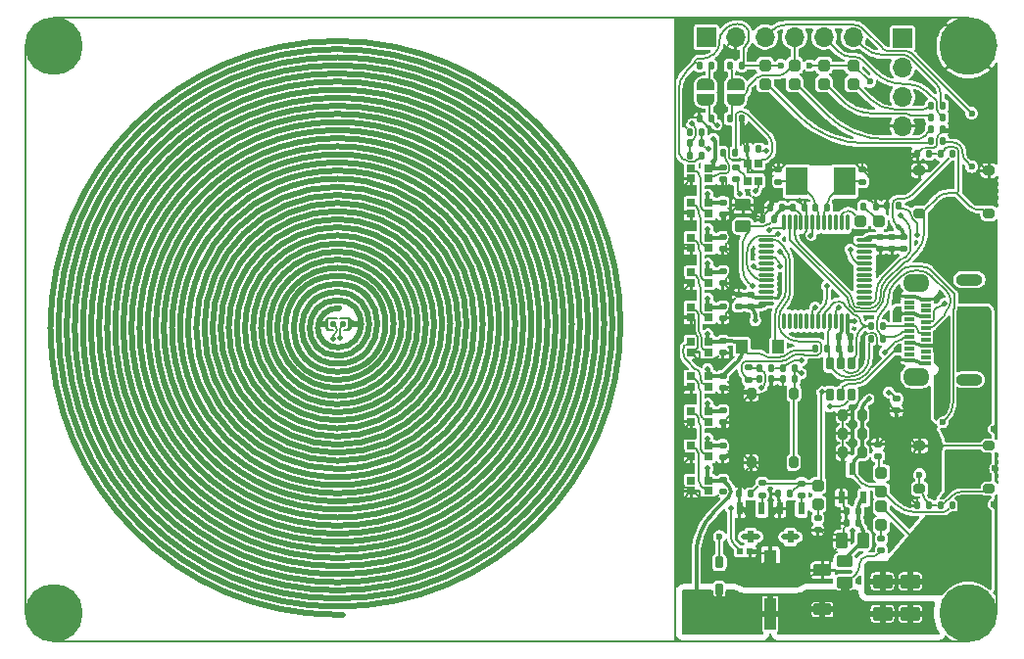
<source format=gbr>
%TF.GenerationSoftware,KiCad,Pcbnew,8.0.3*%
%TF.CreationDate,2024-07-18T08:33:45+12:00*%
%TF.ProjectId,Tea Cozy Hotplate,54656120-436f-47a7-9920-486f74706c61,rev?*%
%TF.SameCoordinates,Original*%
%TF.FileFunction,Copper,L1,Top*%
%TF.FilePolarity,Positive*%
%FSLAX46Y46*%
G04 Gerber Fmt 4.6, Leading zero omitted, Abs format (unit mm)*
G04 Created by KiCad (PCBNEW 8.0.3) date 2024-07-18 08:33:45*
%MOMM*%
%LPD*%
G01*
G04 APERTURE LIST*
G04 Aperture macros list*
%AMRoundRect*
0 Rectangle with rounded corners*
0 $1 Rounding radius*
0 $2 $3 $4 $5 $6 $7 $8 $9 X,Y pos of 4 corners*
0 Add a 4 corners polygon primitive as box body*
4,1,4,$2,$3,$4,$5,$6,$7,$8,$9,$2,$3,0*
0 Add four circle primitives for the rounded corners*
1,1,$1+$1,$2,$3*
1,1,$1+$1,$4,$5*
1,1,$1+$1,$6,$7*
1,1,$1+$1,$8,$9*
0 Add four rect primitives between the rounded corners*
20,1,$1+$1,$2,$3,$4,$5,0*
20,1,$1+$1,$4,$5,$6,$7,0*
20,1,$1+$1,$6,$7,$8,$9,0*
20,1,$1+$1,$8,$9,$2,$3,0*%
%AMFreePoly0*
4,1,19,0.500000,-0.750000,0.000000,-0.750000,0.000000,-0.744911,-0.071157,-0.744911,-0.207708,-0.704816,-0.327430,-0.627875,-0.420627,-0.520320,-0.479746,-0.390866,-0.500000,-0.250000,-0.500000,0.250000,-0.479746,0.390866,-0.420627,0.520320,-0.327430,0.627875,-0.207708,0.704816,-0.071157,0.744911,0.000000,0.744911,0.000000,0.750000,0.500000,0.750000,0.500000,-0.750000,0.500000,-0.750000,
$1*%
%AMFreePoly1*
4,1,19,0.000000,0.744911,0.071157,0.744911,0.207708,0.704816,0.327430,0.627875,0.420627,0.520320,0.479746,0.390866,0.500000,0.250000,0.500000,-0.250000,0.479746,-0.390866,0.420627,-0.520320,0.327430,-0.627875,0.207708,-0.704816,0.071157,-0.744911,0.000000,-0.744911,0.000000,-0.750000,-0.500000,-0.750000,-0.500000,0.750000,0.000000,0.750000,0.000000,0.744911,0.000000,0.744911,
$1*%
G04 Aperture macros list end*
%TA.AperFunction,NonConductor*%
%ADD10C,0.200000*%
%TD*%
%TA.AperFunction,Conductor*%
%ADD11C,0.200000*%
%TD*%
%TA.AperFunction,NonConductor*%
%ADD12C,0.500000*%
%TD*%
%TA.AperFunction,EtchedComponent*%
%ADD13C,0.550000*%
%TD*%
%TA.AperFunction,SMDPad,CuDef*%
%ADD14RoundRect,0.135000X0.135000X0.185000X-0.135000X0.185000X-0.135000X-0.185000X0.135000X-0.185000X0*%
%TD*%
%TA.AperFunction,SMDPad,CuDef*%
%ADD15R,0.800000X0.650013*%
%TD*%
%TA.AperFunction,SMDPad,CuDef*%
%ADD16RoundRect,0.200000X0.200000X0.275000X-0.200000X0.275000X-0.200000X-0.275000X0.200000X-0.275000X0*%
%TD*%
%TA.AperFunction,SMDPad,CuDef*%
%ADD17RoundRect,0.150000X-0.650000X0.350000X-0.650000X-0.350000X0.650000X-0.350000X0.650000X0.350000X0*%
%TD*%
%TA.AperFunction,SMDPad,CuDef*%
%ADD18R,1.100000X2.800000*%
%TD*%
%TA.AperFunction,SMDPad,CuDef*%
%ADD19RoundRect,0.135000X-0.135000X-0.185000X0.135000X-0.185000X0.135000X0.185000X-0.135000X0.185000X0*%
%TD*%
%TA.AperFunction,ComponentPad*%
%ADD20R,1.700000X1.700000*%
%TD*%
%TA.AperFunction,ComponentPad*%
%ADD21O,1.700000X1.700000*%
%TD*%
%TA.AperFunction,SMDPad,CuDef*%
%ADD22R,0.565659X0.540005*%
%TD*%
%TA.AperFunction,SMDPad,CuDef*%
%ADD23RoundRect,0.135000X-0.185000X0.135000X-0.185000X-0.135000X0.185000X-0.135000X0.185000X0.135000X0*%
%TD*%
%TA.AperFunction,SMDPad,CuDef*%
%ADD24RoundRect,0.200000X-0.200000X0.300000X-0.200000X-0.300000X0.200000X-0.300000X0.200000X0.300000X0*%
%TD*%
%TA.AperFunction,SMDPad,CuDef*%
%ADD25R,0.600000X1.070003*%
%TD*%
%TA.AperFunction,SMDPad,CuDef*%
%ADD26R,1.900000X2.400000*%
%TD*%
%TA.AperFunction,SMDPad,CuDef*%
%ADD27RoundRect,0.250000X0.262500X0.450000X-0.262500X0.450000X-0.262500X-0.450000X0.262500X-0.450000X0*%
%TD*%
%TA.AperFunction,SMDPad,CuDef*%
%ADD28RoundRect,0.135000X0.185000X-0.135000X0.185000X0.135000X-0.185000X0.135000X-0.185000X-0.135000X0*%
%TD*%
%TA.AperFunction,ComponentPad*%
%ADD29C,0.500000*%
%TD*%
%TA.AperFunction,SMDPad,CuDef*%
%ADD30R,0.650013X0.800000*%
%TD*%
%TA.AperFunction,SMDPad,CuDef*%
%ADD31RoundRect,0.150000X-0.350000X0.325000X-0.350000X-0.325000X0.350000X-0.325000X0.350000X0.325000X0*%
%TD*%
%TA.AperFunction,SMDPad,CuDef*%
%ADD32RoundRect,0.250000X0.450000X-0.262500X0.450000X0.262500X-0.450000X0.262500X-0.450000X-0.262500X0*%
%TD*%
%TA.AperFunction,SMDPad,CuDef*%
%ADD33R,0.950013X0.300000*%
%TD*%
%TA.AperFunction,ComponentPad*%
%ADD34O,2.300000X1.000000*%
%TD*%
%TA.AperFunction,ComponentPad*%
%ADD35O,2.300000X1.600000*%
%TD*%
%TA.AperFunction,SMDPad,CuDef*%
%ADD36RoundRect,0.200000X0.300000X0.200000X-0.300000X0.200000X-0.300000X-0.200000X0.300000X-0.200000X0*%
%TD*%
%TA.AperFunction,SMDPad,CuDef*%
%ADD37R,1.000000X1.200000*%
%TD*%
%TA.AperFunction,SMDPad,CuDef*%
%ADD38RoundRect,0.187503X0.187503X-0.312497X0.187503X0.312497X-0.187503X0.312497X-0.187503X-0.312497X0*%
%TD*%
%TA.AperFunction,SMDPad,CuDef*%
%ADD39RoundRect,0.250000X0.625000X-0.375000X0.625000X0.375000X-0.625000X0.375000X-0.625000X-0.375000X0*%
%TD*%
%TA.AperFunction,SMDPad,CuDef*%
%ADD40RoundRect,0.150000X0.350000X-0.325000X0.350000X0.325000X-0.350000X0.325000X-0.350000X-0.325000X0*%
%TD*%
%TA.AperFunction,SMDPad,CuDef*%
%ADD41O,0.270003X1.500000*%
%TD*%
%TA.AperFunction,SMDPad,CuDef*%
%ADD42O,1.500000X0.270003*%
%TD*%
%TA.AperFunction,SMDPad,CuDef*%
%ADD43FreePoly0,90.000000*%
%TD*%
%TA.AperFunction,SMDPad,CuDef*%
%ADD44FreePoly1,90.000000*%
%TD*%
%TA.AperFunction,ComponentPad*%
%ADD45C,0.400000*%
%TD*%
%TA.AperFunction,ComponentPad*%
%ADD46C,5.000000*%
%TD*%
%TA.AperFunction,SMDPad,CuDef*%
%ADD47RoundRect,0.150000X0.150000X-0.400000X0.150000X0.400000X-0.150000X0.400000X-0.150000X-0.400000X0*%
%TD*%
%TA.AperFunction,SMDPad,CuDef*%
%ADD48RoundRect,0.135001X0.147828X0.135001X-0.147828X0.135001X-0.147828X-0.135001X0.147828X-0.135001X0*%
%TD*%
%TA.AperFunction,SMDPad,CuDef*%
%ADD49RoundRect,0.150000X-0.325000X-0.350000X0.325000X-0.350000X0.325000X0.350000X-0.325000X0.350000X0*%
%TD*%
%TA.AperFunction,ViaPad*%
%ADD50C,0.600000*%
%TD*%
%TA.AperFunction,ViaPad*%
%ADD51C,0.500000*%
%TD*%
%TA.AperFunction,Conductor*%
%ADD52C,0.150000*%
%TD*%
%TA.AperFunction,Conductor*%
%ADD53C,0.130000*%
%TD*%
%TA.AperFunction,Conductor*%
%ADD54C,0.300000*%
%TD*%
%TA.AperFunction,Conductor*%
%ADD55C,0.127000*%
%TD*%
%TA.AperFunction,Conductor*%
%ADD56C,0.500000*%
%TD*%
%TA.AperFunction,Conductor*%
%ADD57C,2.000000*%
%TD*%
%TA.AperFunction,Conductor*%
%ADD58C,0.800000*%
%TD*%
G04 APERTURE END LIST*
D10*
X28520000Y-26500000D02*
X28950000Y-26980000D01*
X28950000Y-26980000D02*
X28510000Y-27510000D01*
X27120000Y-27500000D02*
X26615000Y-27500000D01*
D11*
%TO.N,GND*%
X84450000Y-52000000D02*
X84450000Y-50000000D01*
X550000Y-3000000D02*
G75*
G02*
X3000000Y-550000I2450000J0D01*
G01*
X3000000Y-54450000D02*
G75*
G02*
X550000Y-52000000I0J2450000D01*
G01*
D10*
X26625000Y-26500000D02*
X26615000Y-27500000D01*
D11*
X3000000Y-550000D02*
X57300000Y-550000D01*
D12*
X26400000Y-27000000D02*
X25900000Y-27000000D01*
D10*
X26622635Y-26732635D02*
G75*
G02*
X26852635Y-26502635I229965J35D01*
G01*
X26400000Y-27000000D02*
X26615000Y-27500000D01*
X26625000Y-26500000D02*
X27450000Y-26500000D01*
X26625000Y-26500000D02*
X26400000Y-27000000D01*
X28287365Y-26502635D02*
G75*
G02*
X28517365Y-26732635I35J-229965D01*
G01*
D11*
X82000000Y-550000D02*
X57300000Y-550000D01*
D10*
X26842635Y-27497365D02*
G75*
G02*
X26612635Y-27267365I-35J229965D01*
G01*
X28510000Y-27270000D02*
G75*
G02*
X28280000Y-27500000I-230000J0D01*
G01*
D11*
X56650000Y-54450000D02*
X56650000Y-550000D01*
D12*
X29550000Y-27000000D02*
X28670000Y-27000000D01*
D11*
X82000000Y-54450000D02*
X3000000Y-54450000D01*
X84450000Y-52000000D02*
G75*
G02*
X82000000Y-54450000I-2450000J0D01*
G01*
X550000Y-52000000D02*
X550000Y-3000000D01*
D10*
X28510000Y-27510000D02*
X28020000Y-27510000D01*
X28510000Y-27510000D02*
X28520000Y-26500000D01*
X27710000Y-26500000D02*
X28520000Y-26500000D01*
D11*
X82000000Y-550000D02*
G75*
G02*
X84450000Y-3000000I0J-2450000D01*
G01*
D13*
%TD*%
%TO.C,HC1*%
X27500000Y-52150000D02*
X28000000Y-52150000D01*
%TO.C,HC1*%
X27500000Y-2550000D02*
G75*
G02*
X27500000Y-51450000I0J-24450000D01*
G01*
X27500000Y-3250000D02*
G75*
G02*
X27500000Y-50750000I0J-23750000D01*
G01*
X27500000Y-3950000D02*
G75*
G02*
X27500000Y-50050000I0J-23050000D01*
G01*
X27500000Y-4650000D02*
G75*
G02*
X27500000Y-49350000I0J-22350000D01*
G01*
X27500000Y-5350000D02*
G75*
G02*
X27500000Y-48650000I0J-21650000D01*
G01*
X27500000Y-6050000D02*
G75*
G02*
X27500000Y-47950000I0J-20950000D01*
G01*
X27500000Y-6750000D02*
G75*
G02*
X27500000Y-47250000I0J-20250000D01*
G01*
X27500000Y-7450000D02*
G75*
G02*
X27500000Y-46550000I0J-19550000D01*
G01*
X27500000Y-8150000D02*
G75*
G02*
X27500000Y-45850000I0J-18850000D01*
G01*
X27500000Y-8850000D02*
G75*
G02*
X27500000Y-45150000I0J-18150000D01*
G01*
X27500000Y-9550000D02*
G75*
G02*
X27500000Y-44450000I0J-17450000D01*
G01*
X27500000Y-10250000D02*
G75*
G02*
X27500000Y-43750000I0J-16750000D01*
G01*
X27500000Y-10950000D02*
G75*
G02*
X27500000Y-43050000I0J-16050000D01*
G01*
X27500000Y-11650000D02*
G75*
G02*
X27500000Y-42350000I0J-15350000D01*
G01*
X27500000Y-12350000D02*
G75*
G02*
X27500000Y-41650000I0J-14650000D01*
G01*
X27500000Y-13050000D02*
G75*
G02*
X27500000Y-40950000I0J-13950000D01*
G01*
X27500000Y-13750000D02*
G75*
G02*
X27500000Y-40250000I0J-13250000D01*
G01*
X27500000Y-14450000D02*
G75*
G02*
X27500000Y-39550000I0J-12550000D01*
G01*
X27500000Y-15150000D02*
G75*
G02*
X27500000Y-38850000I0J-11850000D01*
G01*
X27500000Y-15850000D02*
G75*
G02*
X27500000Y-38150000I0J-11150000D01*
G01*
X27500000Y-16550000D02*
G75*
G02*
X27500000Y-37450000I0J-10450000D01*
G01*
X27500000Y-17250000D02*
G75*
G02*
X27500000Y-36750000I0J-9750000D01*
G01*
X27500000Y-17950000D02*
G75*
G02*
X27500000Y-36050000I0J-9050000D01*
G01*
X27500000Y-18650000D02*
G75*
G02*
X27500000Y-35350000I0J-8350000D01*
G01*
X27500000Y-19350000D02*
G75*
G02*
X27500000Y-34650000I0J-7650000D01*
G01*
X27500000Y-20050000D02*
G75*
G02*
X27500000Y-33950000I0J-6950000D01*
G01*
X27500000Y-20750000D02*
G75*
G02*
X27500000Y-33250000I0J-6250000D01*
G01*
X27500000Y-21450000D02*
G75*
G02*
X27500000Y-32550000I0J-5550000D01*
G01*
X27500000Y-22150000D02*
G75*
G02*
X27500000Y-31850000I0J-4850000D01*
G01*
X27500000Y-22850000D02*
G75*
G02*
X27500000Y-31150000I0J-4150000D01*
G01*
X27500000Y-23550000D02*
G75*
G02*
X27500000Y-30450000I0J-3450000D01*
G01*
X27500000Y-24250000D02*
G75*
G02*
X27500000Y-29750000I0J-2750000D01*
G01*
X27500000Y-24950000D02*
G75*
G02*
X27500000Y-29050000I0J-2050000D01*
G01*
X27500000Y-29750000D02*
G75*
G02*
X27500000Y-24950000I0J2400000D01*
G01*
X27500000Y-30450000D02*
G75*
G02*
X27500000Y-24250000I0J3100000D01*
G01*
X27500000Y-31150000D02*
G75*
G02*
X27500000Y-23550000I0J3800000D01*
G01*
X27500000Y-31850000D02*
G75*
G02*
X27500000Y-22850000I0J4500000D01*
G01*
X27500000Y-32550000D02*
G75*
G02*
X27500000Y-22150000I0J5200000D01*
G01*
X27500000Y-33250000D02*
G75*
G02*
X27500000Y-21450000I0J5900000D01*
G01*
X27500000Y-33950000D02*
G75*
G02*
X27500000Y-20750000I0J6600000D01*
G01*
X27500000Y-34650000D02*
G75*
G02*
X27500000Y-20050000I0J7300000D01*
G01*
X27500000Y-35350000D02*
G75*
G02*
X27500000Y-19350000I0J8000000D01*
G01*
X27500000Y-36050000D02*
G75*
G02*
X27500000Y-18650000I0J8700000D01*
G01*
X27500000Y-36750000D02*
G75*
G02*
X27500000Y-17950000I0J9400000D01*
G01*
X27500000Y-37450000D02*
G75*
G02*
X27500000Y-17250000I0J10100000D01*
G01*
X27500000Y-38150000D02*
G75*
G02*
X27500000Y-16550000I0J10800000D01*
G01*
X27500000Y-38850000D02*
G75*
G02*
X27500000Y-15850000I0J11500000D01*
G01*
X27500000Y-39550000D02*
G75*
G02*
X27500000Y-15150000I0J12200000D01*
G01*
X27500000Y-40250000D02*
G75*
G02*
X27500000Y-14450000I0J12900000D01*
G01*
X27500000Y-40950000D02*
G75*
G02*
X27500000Y-13750000I0J13600000D01*
G01*
X27500000Y-41650000D02*
G75*
G02*
X27500000Y-13050000I0J14300000D01*
G01*
X27500000Y-42350000D02*
G75*
G02*
X27500000Y-12350000I0J15000000D01*
G01*
X27500000Y-43050000D02*
G75*
G02*
X27500000Y-11650000I0J15700000D01*
G01*
X27500000Y-43750000D02*
G75*
G02*
X27500000Y-10950000I0J16400000D01*
G01*
X27500000Y-44450000D02*
G75*
G02*
X27500000Y-10250000I0J17100000D01*
G01*
X27500000Y-45150000D02*
G75*
G02*
X27500000Y-9550000I0J17800000D01*
G01*
X27500000Y-45850000D02*
G75*
G02*
X27500000Y-8850000I0J18500000D01*
G01*
X27500000Y-46550000D02*
G75*
G02*
X27500000Y-8150000I0J19200000D01*
G01*
X27500000Y-47250000D02*
G75*
G02*
X27500000Y-7450000I0J19900000D01*
G01*
X27500000Y-47950000D02*
G75*
G02*
X27500000Y-6750000I0J20600000D01*
G01*
X27500000Y-48650000D02*
G75*
G02*
X27500000Y-6050000I0J21300000D01*
G01*
X27500000Y-49350000D02*
G75*
G02*
X27500000Y-5350000I0J22000000D01*
G01*
X27500000Y-50050000D02*
G75*
G02*
X27500000Y-4650000I0J22700000D01*
G01*
X27500000Y-50750000D02*
G75*
G02*
X27500000Y-3950000I0J23400000D01*
G01*
X27500000Y-51450000D02*
G75*
G02*
X27500000Y-3250000I0J24100000D01*
G01*
X27500000Y-52150000D02*
G75*
G02*
X27500000Y-2550000I0J24800000D01*
G01*
X27650000Y-29050000D02*
G75*
G02*
X27650000Y-25650000I-144118J1700000D01*
G01*
%TD*%
D14*
%TO.P,R24,1*%
%TO.N,/Hotplate_EN*%
X63210000Y-41700000D03*
%TO.P,R24,2*%
%TO.N,GND*%
X62190000Y-41700000D03*
%TD*%
D15*
%TO.P,RGB10,1,DO*%
%TO.N,unconnected-(RGB10-DO-Pad1)*%
X58049936Y-40550013D03*
%TO.P,RGB10,2,VDD*%
%TO.N,+5V*%
X59550064Y-40550013D03*
%TO.P,RGB10,3,GND*%
%TO.N,GND*%
X58049936Y-41450013D03*
%TO.P,RGB10,4,DI*%
%TO.N,Net-(RGB10-DI)*%
X59550064Y-41450013D03*
%TD*%
D16*
%TO.P,C12,1*%
%TO.N,+3.3V*%
X72825000Y-36480000D03*
%TO.P,C12,2*%
%TO.N,GND*%
X71175000Y-36480000D03*
%TD*%
D14*
%TO.P,R2,1*%
%TO.N,Net-(J2-D--PadA7)*%
X74610000Y-27200000D03*
%TO.P,R2,2*%
%TO.N,/D-*%
X73590000Y-27200000D03*
%TD*%
D17*
%TO.P,D2,1,K*%
%TO.N,+5V*%
X69400000Y-51700025D03*
%TO.P,D2,2,A*%
%TO.N,GND*%
X69400000Y-48299975D03*
%TD*%
D18*
%TO.P,C60,1,1*%
%TO.N,+5V*%
X64900000Y-52099949D03*
%TO.P,C60,2,2*%
%TO.N,GND*%
X64900000Y-47900051D03*
%TD*%
D19*
%TO.P,C10,1*%
%TO.N,+3.3V*%
X66850000Y-16950000D03*
%TO.P,C10,2*%
%TO.N,GND*%
X67870000Y-16950000D03*
%TD*%
D14*
%TO.P,R25,1*%
%TO.N,Net-(RGB11-DO)*%
X61810000Y-12200000D03*
%TO.P,R25,2*%
%TO.N,Net-(RGB1-DI)*%
X60790000Y-12200000D03*
%TD*%
%TO.P,C15,1*%
%TO.N,+3.3V*%
X71800000Y-28120000D03*
%TO.P,C15,2*%
%TO.N,GND*%
X70780000Y-28120000D03*
%TD*%
%TO.P,R26,1*%
%TO.N,+3.3V*%
X80610000Y-12300000D03*
%TO.P,R26,2*%
%TO.N,/Up*%
X79590000Y-12300000D03*
%TD*%
%TO.P,R3,1*%
%TO.N,Net-(J2-D+-PadA6)*%
X74610000Y-28300000D03*
%TO.P,R3,2*%
%TO.N,/D+*%
X73590000Y-28300000D03*
%TD*%
D15*
%TO.P,RGB7,1,DO*%
%TO.N,Net-(RGB7-DO)*%
X58049936Y-31550013D03*
%TO.P,RGB7,2,VDD*%
%TO.N,+5V*%
X59550064Y-31550013D03*
%TO.P,RGB7,3,GND*%
%TO.N,GND*%
X58049936Y-32450013D03*
%TO.P,RGB7,4,DI*%
%TO.N,Net-(RGB6-DO)*%
X59550064Y-32450013D03*
%TD*%
D20*
%TO.P,J1,1,Pin_1*%
%TO.N,+5V*%
X59360000Y-2200000D03*
D21*
%TO.P,J1,2,Pin_2*%
%TO.N,GND*%
X61900000Y-2200000D03*
%TO.P,J1,3,Pin_3*%
%TO.N,/Reset*%
X64440000Y-2200000D03*
%TO.P,J1,4,Pin_4*%
%TO.N,/BOOT0*%
X66980000Y-2200000D03*
%TO.P,J1,5,Pin_5*%
%TO.N,/MCU_RX*%
X69520000Y-2200000D03*
%TO.P,J1,6,Pin_6*%
%TO.N,/MCU_TX*%
X72060000Y-2200000D03*
%TD*%
D22*
%TO.P,R29,1,1*%
%TO.N,GND*%
X63132817Y-46650000D03*
%TO.P,R29,2,2*%
%TO.N,Net-(R29-Pad2)*%
X62267183Y-46650000D03*
%TD*%
D23*
%TO.P,C22,1*%
%TO.N,+5V*%
X60800000Y-22490000D03*
%TO.P,C22,2*%
%TO.N,GND*%
X60800000Y-23510000D03*
%TD*%
D24*
%TO.P,SW1,1,A*%
%TO.N,/Reset*%
X66950000Y-33000000D03*
%TO.P,SW1,2,B*%
X66950000Y-39000000D03*
%TO.P,SW1,3,C*%
%TO.N,GND*%
X63250000Y-33000000D03*
%TO.P,SW1,4,D*%
X63250000Y-39000000D03*
%TD*%
D25*
%TO.P,LDO1,1,GND*%
%TO.N,GND*%
X71050038Y-42035077D03*
%TO.P,LDO1,2,Vin*%
%TO.N,Net-(LDO1-Vin)*%
X72949962Y-42035077D03*
%TO.P,LDO1,3,3.3V*%
%TO.N,+3.3V*%
X72000000Y-39564923D03*
%TD*%
D14*
%TO.P,C30,1*%
%TO.N,/Up*%
X78610000Y-12300000D03*
%TO.P,C30,2*%
%TO.N,GND*%
X77590000Y-12300000D03*
%TD*%
%TO.P,C7,1*%
%TO.N,Net-(LDO1-Vin)*%
X72510000Y-43200000D03*
%TO.P,C7,2*%
%TO.N,GND*%
X71490000Y-43200000D03*
%TD*%
D15*
%TO.P,RGB4,1,DO*%
%TO.N,Net-(RGB4-DO)*%
X58049936Y-22550013D03*
%TO.P,RGB4,2,VDD*%
%TO.N,+5V*%
X59550064Y-22550013D03*
%TO.P,RGB4,3,GND*%
%TO.N,GND*%
X58049936Y-23450013D03*
%TO.P,RGB4,4,DI*%
%TO.N,Net-(RGB3-DO)*%
X59550064Y-23450013D03*
%TD*%
D14*
%TO.P,C29,1*%
%TO.N,Net-(RGB11-VDD)*%
X63910000Y-11900000D03*
%TO.P,C29,2*%
%TO.N,GND*%
X62890000Y-11900000D03*
%TD*%
D23*
%TO.P,C28,1*%
%TO.N,+5V*%
X60800000Y-40490000D03*
%TO.P,C28,2*%
%TO.N,GND*%
X60800000Y-41510000D03*
%TD*%
D15*
%TO.P,RGB5,1,DO*%
%TO.N,Net-(RGB5-DO)*%
X58049936Y-25550013D03*
%TO.P,RGB5,2,VDD*%
%TO.N,+5V*%
X59550064Y-25550013D03*
%TO.P,RGB5,3,GND*%
%TO.N,GND*%
X58049936Y-26450013D03*
%TO.P,RGB5,4,DI*%
%TO.N,Net-(RGB4-DO)*%
X59550064Y-26450013D03*
%TD*%
D16*
%TO.P,C13,1*%
%TO.N,+3.3V*%
X72825000Y-38120000D03*
%TO.P,C13,2*%
%TO.N,GND*%
X71175000Y-38120000D03*
%TD*%
D19*
%TO.P,R32,1*%
%TO.N,Net-(R28-Pad2)*%
X57920000Y-11400000D03*
%TO.P,R32,2*%
%TO.N,/Temp_Coil*%
X58940000Y-11400000D03*
%TD*%
D26*
%TO.P,U2,1,OSC1*%
%TO.N,Net-(U1-PD1-OSC_OUT)*%
X67199962Y-14699924D03*
%TO.P,U2,2,OSC2*%
%TO.N,Net-(U1-PD0-OSC_IN)*%
X71300038Y-14699924D03*
%TD*%
D27*
%TO.P,C3,1*%
%TO.N,Net-(LDO1-Vin)*%
X72912500Y-45720000D03*
%TO.P,C3,2*%
%TO.N,GND*%
X71087500Y-45720000D03*
%TD*%
D15*
%TO.P,RGB9,1,DO*%
%TO.N,Net-(RGB10-DI)*%
X58049936Y-37550013D03*
%TO.P,RGB9,2,VDD*%
%TO.N,+5V*%
X59550064Y-37550013D03*
%TO.P,RGB9,3,GND*%
%TO.N,GND*%
X58049936Y-38450013D03*
%TO.P,RGB9,4,DI*%
%TO.N,Net-(RGB8-DO)*%
X59550064Y-38450013D03*
%TD*%
%TO.P,RGB2,1,DO*%
%TO.N,Net-(RGB2-DO)*%
X58049936Y-16550013D03*
%TO.P,RGB2,2,VDD*%
%TO.N,+5V*%
X59550064Y-16550013D03*
%TO.P,RGB2,3,GND*%
%TO.N,GND*%
X58049936Y-17450013D03*
%TO.P,RGB2,4,DI*%
%TO.N,Net-(RGB1-DO)*%
X59550064Y-17450013D03*
%TD*%
D19*
%TO.P,R5,1*%
%TO.N,+3.3V*%
X65990000Y-30800000D03*
%TO.P,R5,2*%
%TO.N,/Reset*%
X67010000Y-30800000D03*
%TD*%
D16*
%TO.P,C14,1*%
%TO.N,+3.3V*%
X72825000Y-34870000D03*
%TO.P,C14,2*%
%TO.N,GND*%
X71175000Y-34870000D03*
%TD*%
D14*
%TO.P,R31,1*%
%TO.N,+3.3V*%
X65010000Y-30800000D03*
%TO.P,R31,2*%
%TO.N,Net-(R29-Pad2)*%
X63990000Y-30800000D03*
%TD*%
D28*
%TO.P,C9,1*%
%TO.N,+3.3V*%
X63180000Y-25500000D03*
%TO.P,C9,2*%
%TO.N,GND*%
X63180000Y-24480000D03*
%TD*%
D14*
%TO.P,C2,1*%
%TO.N,+3.3V*%
X65930000Y-16950000D03*
%TO.P,C2,2*%
%TO.N,GND*%
X64910000Y-16950000D03*
%TD*%
D29*
%TO.P,HC1,1*%
%TO.N,+5V*%
X28000000Y-52150000D03*
%TO.P,HC1,2*%
%TO.N,Net-(D1-A)*%
X27660000Y-25650000D03*
%TD*%
D30*
%TO.P,RGB11,1,DO*%
%TO.N,Net-(RGB11-DO)*%
X63849987Y-13149936D03*
%TO.P,RGB11,2,VDD*%
%TO.N,Net-(RGB11-VDD)*%
X63849987Y-14650064D03*
%TO.P,RGB11,3,GND*%
%TO.N,GND*%
X62949987Y-13149936D03*
%TO.P,RGB11,4,DI*%
%TO.N,Net-(RGB11-DI)*%
X62949987Y-14650064D03*
%TD*%
D31*
%TO.P,LED8,1,K*%
%TO.N,Net-(LED8-K)*%
X69000000Y-42600000D03*
%TO.P,LED8,2,A*%
%TO.N,/Hotplate_EN*%
X69000000Y-41000000D03*
%TD*%
D23*
%TO.P,C1,1*%
%TO.N,GND*%
X72850000Y-13690000D03*
%TO.P,C1,2*%
%TO.N,Net-(U1-PD0-OSC_IN)*%
X72850000Y-14710000D03*
%TD*%
D32*
%TO.P,FB1,1,1*%
%TO.N,+5V*%
X71300000Y-49372500D03*
%TO.P,FB1,2,2*%
%TO.N,Net-(LDO1-Vin)*%
X71300000Y-47547500D03*
%TD*%
D33*
%TO.P,J2,A1,GND*%
%TO.N,GND*%
X76911989Y-30124841D03*
%TO.P,J2,A2,TX1+*%
%TO.N,/TX1+*%
X76911989Y-29624968D03*
%TO.P,J2,A3,TX1-*%
%TO.N,/TX1-*%
X76911989Y-29124841D03*
%TO.P,J2,A4,VBUS*%
%TO.N,VBUS*%
X76911989Y-28624968D03*
%TO.P,J2,A5,CC1*%
%TO.N,/CC1*%
X76911989Y-28125095D03*
%TO.P,J2,A6,D+*%
%TO.N,Net-(J2-D+-PadA6)*%
X76911989Y-27624968D03*
%TO.P,J2,A7,D-*%
%TO.N,Net-(J2-D--PadA7)*%
X76911989Y-27125095D03*
%TO.P,J2,A8,SBU1*%
%TO.N,/SBU1*%
X76911989Y-26624968D03*
%TO.P,J2,A9,VBUS*%
%TO.N,VBUS*%
X76911989Y-26125095D03*
%TO.P,J2,A10,RX2-*%
%TO.N,/RX2-*%
X76911989Y-25624968D03*
%TO.P,J2,A11,RX2+*%
%TO.N,/RX2+*%
X76911989Y-25125095D03*
%TO.P,J2,A12,GND*%
%TO.N,GND*%
X76911989Y-24624968D03*
%TO.P,J2,B1,GND*%
X78311786Y-24874905D03*
%TO.P,J2,B2,TX2+*%
%TO.N,/TX2+*%
X78311786Y-25375032D03*
%TO.P,J2,B3,TX2-*%
%TO.N,/TX2-*%
X78311786Y-25874905D03*
%TO.P,J2,B4,VBUS*%
%TO.N,VBUS*%
X78311786Y-26375032D03*
%TO.P,J2,B5,CC2*%
%TO.N,/CC2*%
X78311786Y-26874905D03*
%TO.P,J2,B6,D+*%
%TO.N,Net-(J2-D+-PadA6)*%
X78311786Y-27375032D03*
%TO.P,J2,B7,D-*%
%TO.N,Net-(J2-D--PadA7)*%
X78311786Y-27875159D03*
%TO.P,J2,B8,SBU2*%
%TO.N,/SBU2*%
X78311786Y-28375032D03*
%TO.P,J2,B9,VBUS*%
%TO.N,VBUS*%
X78311786Y-28874905D03*
%TO.P,J2,B10,RX1-*%
%TO.N,/RX1-*%
X78311786Y-29375032D03*
%TO.P,J2,B11,RX1+*%
%TO.N,/RX1+*%
X78311786Y-29874905D03*
%TO.P,J2,B12,GND*%
%TO.N,GND*%
X78311786Y-30375032D03*
D34*
%TO.P,J2,S1,SHIELD*%
%TO.N,/SHLD*%
X82088011Y-31820041D03*
D35*
X77537846Y-31559944D03*
X77537846Y-23439802D03*
D34*
X82088011Y-23179959D03*
%TD*%
D15*
%TO.P,RGB1,1,DO*%
%TO.N,Net-(RGB1-DO)*%
X58049936Y-13550013D03*
%TO.P,RGB1,2,VDD*%
%TO.N,+5V*%
X59550064Y-13550013D03*
%TO.P,RGB1,3,GND*%
%TO.N,GND*%
X58049936Y-14450013D03*
%TO.P,RGB1,4,DI*%
%TO.N,Net-(RGB1-DI)*%
X59550064Y-14450013D03*
%TD*%
D36*
%TO.P,SW3,1,A*%
%TO.N,/Down*%
X83800000Y-41250000D03*
%TO.P,SW3,2,B*%
X77800000Y-41250000D03*
%TO.P,SW3,3,C*%
%TO.N,GND*%
X83800000Y-37550000D03*
%TO.P,SW3,4,D*%
X77800000Y-37550000D03*
%TD*%
D20*
%TO.P,J3,1,Pin_1*%
%TO.N,+3.3V*%
X76300000Y-2300000D03*
D21*
%TO.P,J3,2,Pin_2*%
%TO.N,/SWDIO*%
X76300000Y-4840000D03*
%TO.P,J3,3,Pin_3*%
%TO.N,/SWDCLK*%
X76300000Y-7380000D03*
%TO.P,J3,4,Pin_4*%
%TO.N,GND*%
X76300000Y-9920000D03*
%TD*%
D37*
%TO.P,U5,1,C*%
%TO.N,Net-(RGB11-VDD)*%
X65549911Y-29000000D03*
%TO.P,U5,2,A*%
%TO.N,+5V*%
X62450089Y-29000000D03*
%TD*%
D31*
%TO.P,LED4,1,C*%
%TO.N,Net-(LED4-C)*%
X72060000Y-6264000D03*
%TO.P,LED4,2,A*%
%TO.N,+3.3V*%
X72060000Y-4664000D03*
%TD*%
D23*
%TO.P,R13,1*%
%TO.N,/CC1*%
X75800000Y-33490000D03*
%TO.P,R13,2*%
%TO.N,GND*%
X75800000Y-34510000D03*
%TD*%
D15*
%TO.P,RGB8,1,DO*%
%TO.N,Net-(RGB8-DO)*%
X58049936Y-34550013D03*
%TO.P,RGB8,2,VDD*%
%TO.N,+5V*%
X59550064Y-34550013D03*
%TO.P,RGB8,3,GND*%
%TO.N,GND*%
X58049936Y-35450013D03*
%TO.P,RGB8,4,DI*%
%TO.N,Net-(RGB7-DO)*%
X59550064Y-35450013D03*
%TD*%
D19*
%TO.P,R17,1*%
%TO.N,Net-(LED4-C)*%
X78790000Y-8152000D03*
%TO.P,R17,2*%
%TO.N,/MCU_TX*%
X79810000Y-8152000D03*
%TD*%
D14*
%TO.P,R7,1*%
%TO.N,GND*%
X73994000Y-16834000D03*
%TO.P,R7,2*%
%TO.N,Net-(LED3-C)*%
X72974000Y-16834000D03*
%TD*%
D23*
%TO.P,C26,1*%
%TO.N,+5V*%
X60800000Y-34490000D03*
%TO.P,C26,2*%
%TO.N,GND*%
X60800000Y-35510000D03*
%TD*%
%TO.P,C19,1*%
%TO.N,+5V*%
X60800000Y-13490000D03*
%TO.P,C19,2*%
%TO.N,GND*%
X60800000Y-14510000D03*
%TD*%
D14*
%TO.P,R8,1*%
%TO.N,GND*%
X62410000Y-9260000D03*
%TO.P,R8,2*%
%TO.N,/BOOT0*%
X61390000Y-9260000D03*
%TD*%
D23*
%TO.P,C23,1*%
%TO.N,+5V*%
X60800000Y-25490000D03*
%TO.P,C23,2*%
%TO.N,GND*%
X60800000Y-26510000D03*
%TD*%
D38*
%TO.P,D1,1,C*%
%TO.N,+5V*%
X60500000Y-49972593D03*
%TO.P,D1,2,A*%
%TO.N,Net-(D1-A)*%
X60500000Y-47627407D03*
%TD*%
D39*
%TO.P,F2,1*%
%TO.N,+5V*%
X76990000Y-52060000D03*
%TO.P,F2,2*%
%TO.N,VBUS*%
X76990000Y-49260000D03*
%TD*%
D23*
%TO.P,C21,1*%
%TO.N,+5V*%
X60800000Y-19490000D03*
%TO.P,C21,2*%
%TO.N,GND*%
X60800000Y-20510000D03*
%TD*%
D28*
%TO.P,R22,1*%
%TO.N,Net-(LED2-K)*%
X74200000Y-38428000D03*
%TO.P,R22,2*%
%TO.N,GND*%
X74200000Y-37408000D03*
%TD*%
D15*
%TO.P,RGB6,1,DO*%
%TO.N,Net-(RGB6-DO)*%
X58049936Y-28550013D03*
%TO.P,RGB6,2,VDD*%
%TO.N,+5V*%
X59550064Y-28550013D03*
%TO.P,RGB6,3,GND*%
%TO.N,GND*%
X58049936Y-29450013D03*
%TO.P,RGB6,4,DI*%
%TO.N,Net-(RGB5-DO)*%
X59550064Y-29450013D03*
%TD*%
D19*
%TO.P,R9,1*%
%TO.N,GND*%
X58790000Y-9260000D03*
%TO.P,R9,2*%
%TO.N,/BOOT1*%
X59810000Y-9260000D03*
%TD*%
D14*
%TO.P,R10,1*%
%TO.N,+3.3V*%
X62410000Y-4660000D03*
%TO.P,R10,2*%
%TO.N,Net-(JP2-B)*%
X61390000Y-4660000D03*
%TD*%
D31*
%TO.P,LED7,1,K*%
%TO.N,Net-(LED7-K)*%
X66980000Y-6264000D03*
%TO.P,LED7,2,A*%
%TO.N,/BOOT0*%
X66980000Y-4664000D03*
%TD*%
D14*
%TO.P,R30,1*%
%TO.N,+3.3V*%
X58940000Y-12430000D03*
%TO.P,R30,2*%
%TO.N,Net-(R28-Pad2)*%
X57920000Y-12430000D03*
%TD*%
D15*
%TO.P,RGB3,1,DO*%
%TO.N,Net-(RGB3-DO)*%
X58049936Y-19550013D03*
%TO.P,RGB3,2,VDD*%
%TO.N,+5V*%
X59550064Y-19550013D03*
%TO.P,RGB3,3,GND*%
%TO.N,GND*%
X58049936Y-20450013D03*
%TO.P,RGB3,4,DI*%
%TO.N,Net-(RGB2-DO)*%
X59550064Y-20450013D03*
%TD*%
D31*
%TO.P,LED1,1,K*%
%TO.N,Net-(LED1-K)*%
X74500000Y-44400000D03*
%TO.P,LED1,2,A*%
%TO.N,VBUS*%
X74500000Y-42800000D03*
%TD*%
D23*
%TO.P,C24,1*%
%TO.N,+5V*%
X60800000Y-28490000D03*
%TO.P,C24,2*%
%TO.N,GND*%
X60800000Y-29510000D03*
%TD*%
D39*
%TO.P,F1,1*%
%TO.N,+5V*%
X74590000Y-52060000D03*
%TO.P,F1,2*%
%TO.N,VBUS*%
X74590000Y-49260000D03*
%TD*%
D25*
%TO.P,U4,1,G*%
%TO.N,Net-(U4-G)*%
X64149962Y-42964923D03*
%TO.P,U4,2,S*%
%TO.N,GND*%
X62250038Y-42964923D03*
%TO.P,U4,3,D*%
%TO.N,Net-(D1-A)*%
X63200000Y-45435077D03*
%TD*%
D14*
%TO.P,C31,1*%
%TO.N,/Down*%
X78610000Y-42700000D03*
%TO.P,C31,2*%
%TO.N,GND*%
X77590000Y-42700000D03*
%TD*%
D23*
%TO.P,C27,1*%
%TO.N,+5V*%
X60800000Y-37490000D03*
%TO.P,C27,2*%
%TO.N,GND*%
X60800000Y-38510000D03*
%TD*%
%TO.P,C18,1*%
%TO.N,+3.3V*%
X76420000Y-19480000D03*
%TO.P,C18,2*%
%TO.N,GND*%
X76420000Y-20500000D03*
%TD*%
D40*
%TO.P,LED2,1,K*%
%TO.N,Net-(LED2-K)*%
X74500000Y-39900000D03*
%TO.P,LED2,2,A*%
%TO.N,+3.3V*%
X74500000Y-41500000D03*
%TD*%
D36*
%TO.P,SW2,1,A*%
%TO.N,/Up*%
X83800000Y-17450000D03*
%TO.P,SW2,2,B*%
X77800000Y-17450000D03*
%TO.P,SW2,3,C*%
%TO.N,GND*%
X83800000Y-13750000D03*
%TO.P,SW2,4,D*%
X77800000Y-13750000D03*
%TD*%
D19*
%TO.P,C35,1*%
%TO.N,/Temp_Mosfet*%
X63990000Y-31800000D03*
%TO.P,C35,2*%
%TO.N,GND*%
X65010000Y-31800000D03*
%TD*%
D14*
%TO.P,C5,1*%
%TO.N,/Reset*%
X67010000Y-31800000D03*
%TO.P,C5,2*%
%TO.N,GND*%
X65990000Y-31800000D03*
%TD*%
%TO.P,C34,1*%
%TO.N,/Temp_Coil*%
X58940000Y-10390000D03*
%TO.P,C34,2*%
%TO.N,GND*%
X57920000Y-10390000D03*
%TD*%
D19*
%TO.P,R15,1*%
%TO.N,Net-(LED6-K)*%
X78790000Y-11200000D03*
%TO.P,R15,2*%
%TO.N,/Reset*%
X79810000Y-11200000D03*
%TD*%
D14*
%TO.P,R14,1*%
%TO.N,/CC2*%
X76000000Y-16800000D03*
%TO.P,R14,2*%
%TO.N,GND*%
X74980000Y-16800000D03*
%TD*%
D19*
%TO.P,R12,1*%
%TO.N,Net-(LED5-C)*%
X78790000Y-9168000D03*
%TO.P,R12,2*%
%TO.N,/MCU_RX*%
X79810000Y-9168000D03*
%TD*%
D14*
%TO.P,R19,1*%
%TO.N,/Hotplate_EN*%
X66610000Y-41700000D03*
%TO.P,R19,2*%
%TO.N,GND*%
X65590000Y-41700000D03*
%TD*%
D41*
%TO.P,U1,1,VBAT*%
%TO.N,unconnected-(U1-VBAT-Pad1)*%
X71550064Y-18250064D03*
%TO.P,U1,2,PC13-TAMPER-RTC*%
%TO.N,Net-(LED3-A)*%
X71049936Y-18250064D03*
%TO.P,U1,3,PC14-OSC32_IN*%
%TO.N,unconnected-(U1-PC14-OSC32_IN-Pad3)*%
X70550064Y-18250064D03*
%TO.P,U1,4,PC15-OSC32_OUT*%
%TO.N,unconnected-(U1-PC15-OSC32_OUT-Pad4)*%
X70049936Y-18250064D03*
%TO.P,U1,5,PD0-OSC_IN*%
%TO.N,Net-(U1-PD0-OSC_IN)*%
X69550064Y-18250064D03*
%TO.P,U1,6,PD1-OSC_OUT*%
%TO.N,Net-(U1-PD1-OSC_OUT)*%
X69049936Y-18250064D03*
%TO.P,U1,7,NRST*%
%TO.N,/Reset*%
X68550064Y-18250064D03*
%TO.P,U1,8,VSSA*%
%TO.N,GND*%
X68049936Y-18250064D03*
%TO.P,U1,9,VDDA*%
%TO.N,+3.3V*%
X67550064Y-18250064D03*
%TO.P,U1,10,PA0-WKUP*%
%TO.N,/Up*%
X67049936Y-18250064D03*
%TO.P,U1,11,PA1*%
%TO.N,/Down*%
X66550064Y-18250064D03*
%TO.P,U1,12,PA2*%
%TO.N,/Temp_Coil*%
X66049936Y-18250064D03*
D42*
%TO.P,U1,13,PA3*%
%TO.N,/Temp_Mosfet*%
X64550064Y-19749936D03*
%TO.P,U1,14,PA4*%
%TO.N,unconnected-(U1-PA4-Pad14)*%
X64550064Y-20250064D03*
%TO.P,U1,15,PA5*%
%TO.N,unconnected-(U1-PA5-Pad15)*%
X64550064Y-20749936D03*
%TO.P,U1,16,PA6*%
%TO.N,/Hotplate_EN*%
X64550064Y-21250064D03*
%TO.P,U1,17,PA7*%
%TO.N,unconnected-(U1-PA7-Pad17)*%
X64550064Y-21749936D03*
%TO.P,U1,18,PB0*%
%TO.N,/Neopixel Bus*%
X64550064Y-22250064D03*
%TO.P,U1,19,PB1*%
%TO.N,unconnected-(U1-PB1-Pad19)*%
X64550064Y-22749936D03*
%TO.P,U1,20,PB2*%
%TO.N,/BOOT1*%
X64550064Y-23250064D03*
%TO.P,U1,21,PB10*%
%TO.N,unconnected-(U1-PB10-Pad21)*%
X64550064Y-23749936D03*
%TO.P,U1,22,PB11*%
%TO.N,unconnected-(U1-PB11-Pad22)*%
X64550064Y-24250064D03*
%TO.P,U1,23,VSS_1*%
%TO.N,GND*%
X64550064Y-24749936D03*
%TO.P,U1,24,VDD_1*%
%TO.N,+3.3V*%
X64550064Y-25250064D03*
D41*
%TO.P,U1,25,PB12*%
%TO.N,unconnected-(U1-PB12-Pad25)*%
X66049936Y-26749936D03*
%TO.P,U1,26,PB13*%
%TO.N,unconnected-(U1-PB13-Pad26)*%
X66550064Y-26749936D03*
%TO.P,U1,27,PB14*%
%TO.N,unconnected-(U1-PB14-Pad27)*%
X67049936Y-26749936D03*
%TO.P,U1,28,PB15*%
%TO.N,unconnected-(U1-PB15-Pad28)*%
X67550064Y-26749936D03*
%TO.P,U1,29,PA8*%
%TO.N,unconnected-(U1-PA8-Pad29)*%
X68049936Y-26749936D03*
%TO.P,U1,30,PA9*%
%TO.N,/MCU_TX*%
X68550064Y-26749936D03*
%TO.P,U1,31,PA10*%
%TO.N,/MCU_RX*%
X69049936Y-26749936D03*
%TO.P,U1,32,PA11*%
%TO.N,/D-*%
X69550064Y-26749936D03*
%TO.P,U1,33,PA12*%
%TO.N,/D+*%
X70049936Y-26749936D03*
%TO.P,U1,34,PA13*%
%TO.N,/SWDIO*%
X70550064Y-26749936D03*
%TO.P,U1,35,VSS_2*%
%TO.N,GND*%
X71049936Y-26749936D03*
%TO.P,U1,36,VDD_2*%
%TO.N,+3.3V*%
X71550064Y-26749936D03*
D42*
%TO.P,U1,37,PA14*%
%TO.N,/SWDCLK*%
X73049936Y-25250064D03*
%TO.P,U1,38,PA15*%
%TO.N,unconnected-(U1-PA15-Pad38)*%
X73049936Y-24749936D03*
%TO.P,U1,39,PB3*%
%TO.N,unconnected-(U1-PB3-Pad39)*%
X73049936Y-24250064D03*
%TO.P,U1,40,PB4*%
%TO.N,unconnected-(U1-PB4-Pad40)*%
X73049936Y-23749936D03*
%TO.P,U1,41,PB5*%
%TO.N,unconnected-(U1-PB5-Pad41)*%
X73049936Y-23250064D03*
%TO.P,U1,42,PB6*%
%TO.N,unconnected-(U1-PB6-Pad42)*%
X73049936Y-22749936D03*
%TO.P,U1,43,PB7*%
%TO.N,unconnected-(U1-PB7-Pad43)*%
X73049936Y-22250064D03*
%TO.P,U1,44,BOOT0*%
%TO.N,/BOOT0*%
X73049936Y-21749936D03*
%TO.P,U1,45,PB8*%
%TO.N,unconnected-(U1-PB8-Pad45)*%
X73049936Y-21250064D03*
%TO.P,U1,46,PB9*%
%TO.N,unconnected-(U1-PB9-Pad46)*%
X73049936Y-20749936D03*
%TO.P,U1,47,VSS_3*%
%TO.N,GND*%
X73049936Y-20250064D03*
%TO.P,U1,48,VDD_3*%
%TO.N,+3.3V*%
X73049936Y-19749936D03*
%TD*%
D43*
%TO.P,JP1,1,A*%
%TO.N,/BOOT1*%
X59300000Y-7610000D03*
D44*
%TO.P,JP1,2,B*%
%TO.N,Net-(JP1-B)*%
X59300000Y-6310000D03*
%TD*%
D14*
%TO.P,C8,1*%
%TO.N,Net-(LDO1-Vin)*%
X72510000Y-44230000D03*
%TO.P,C8,2*%
%TO.N,GND*%
X71490000Y-44230000D03*
%TD*%
%TO.P,C11,1*%
%TO.N,+3.3V*%
X71800000Y-29120000D03*
%TO.P,C11,2*%
%TO.N,GND*%
X70780000Y-29120000D03*
%TD*%
D25*
%TO.P,U3,1,G*%
%TO.N,Net-(U3-G)*%
X67599962Y-42964923D03*
%TO.P,U3,2,S*%
%TO.N,GND*%
X65700038Y-42964923D03*
%TO.P,U3,3,D*%
%TO.N,Net-(D1-A)*%
X66650000Y-45435077D03*
%TD*%
D28*
%TO.P,C4,1*%
%TO.N,+3.3V*%
X62180000Y-25500000D03*
%TO.P,C4,2*%
%TO.N,GND*%
X62180000Y-24480000D03*
%TD*%
D45*
%TO.P,M1,*%
%TO.N,*%
X3000000Y-5000000D03*
X1585786Y-4414214D03*
X4414214Y-4414214D03*
X1000000Y-3000000D03*
D46*
%TO.N,GND*%
X3000000Y-3000000D03*
D45*
%TO.N,*%
X5000000Y-3000000D03*
X1585786Y-1585786D03*
X4414214Y-1585786D03*
X3000000Y-1000000D03*
%TD*%
D43*
%TO.P,JP2,1,A*%
%TO.N,/BOOT0*%
X61900000Y-7610000D03*
D44*
%TO.P,JP2,2,B*%
%TO.N,Net-(JP2-B)*%
X61900000Y-6310000D03*
%TD*%
D23*
%TO.P,R20,1*%
%TO.N,/Hotplate_EN*%
X67600000Y-40790000D03*
%TO.P,R20,2*%
%TO.N,Net-(U3-G)*%
X67600000Y-41810000D03*
%TD*%
%TO.P,C6,1*%
%TO.N,GND*%
X65600000Y-13690000D03*
%TO.P,C6,2*%
%TO.N,Net-(U1-PD1-OSC_OUT)*%
X65600000Y-14710000D03*
%TD*%
D31*
%TO.P,LED5,1,C*%
%TO.N,Net-(LED5-C)*%
X69520000Y-6264000D03*
%TO.P,LED5,2,A*%
%TO.N,+3.3V*%
X69520000Y-4664000D03*
%TD*%
D45*
%TO.P,M2,*%
%TO.N,*%
X82000000Y-5000000D03*
X80585786Y-4414214D03*
X83414214Y-4414214D03*
X80000000Y-3000000D03*
D46*
%TO.N,GND*%
X82000000Y-3000000D03*
D45*
%TO.N,*%
X84000000Y-3000000D03*
X80585786Y-1585786D03*
X83414214Y-1585786D03*
X82000000Y-1000000D03*
%TD*%
D14*
%TO.P,R27,1*%
%TO.N,+3.3V*%
X80610000Y-42700000D03*
%TO.P,R27,2*%
%TO.N,/Down*%
X79590000Y-42700000D03*
%TD*%
D28*
%TO.P,R23,1*%
%TO.N,/Neopixel Bus*%
X61900000Y-14510000D03*
%TO.P,R23,2*%
%TO.N,Net-(RGB11-DI)*%
X61900000Y-13490000D03*
%TD*%
D23*
%TO.P,C16,1*%
%TO.N,+3.3V*%
X75410000Y-19490000D03*
%TO.P,C16,2*%
%TO.N,GND*%
X75410000Y-20510000D03*
%TD*%
%TO.P,R33,1*%
%TO.N,Net-(R29-Pad2)*%
X63000000Y-30790000D03*
%TO.P,R33,2*%
%TO.N,/Temp_Mosfet*%
X63000000Y-31810000D03*
%TD*%
D31*
%TO.P,LED6,1,K*%
%TO.N,Net-(LED6-K)*%
X64440000Y-6264000D03*
%TO.P,LED6,2,A*%
%TO.N,+3.3V*%
X64440000Y-4664000D03*
%TD*%
D14*
%TO.P,R1,1*%
%TO.N,Net-(U1-PD0-OSC_IN)*%
X69810000Y-16950000D03*
%TO.P,R1,2*%
%TO.N,Net-(U1-PD1-OSC_OUT)*%
X68790000Y-16950000D03*
%TD*%
D19*
%TO.P,R16,1*%
%TO.N,Net-(LED7-K)*%
X78790000Y-10184000D03*
%TO.P,R16,2*%
%TO.N,GND*%
X79810000Y-10184000D03*
%TD*%
D45*
%TO.P,M3,*%
%TO.N,GND*%
X82000000Y-54000000D03*
%TO.N,*%
X80585786Y-53414214D03*
X83414214Y-53414214D03*
X80000000Y-52000000D03*
D46*
%TO.N,GND*%
X82000000Y-52000000D03*
D45*
X84000000Y-52000000D03*
%TO.N,*%
X80585786Y-50585786D03*
%TO.N,GND*%
X83414214Y-50585786D03*
%TO.N,*%
X82000000Y-50000000D03*
%TD*%
D23*
%TO.P,C20,1*%
%TO.N,+5V*%
X60800000Y-16490000D03*
%TO.P,C20,2*%
%TO.N,GND*%
X60800000Y-17510000D03*
%TD*%
D45*
%TO.P,M4,*%
%TO.N,*%
X3000000Y-54000000D03*
X1585786Y-53414214D03*
X4414214Y-53414214D03*
X1000000Y-52000000D03*
D46*
%TO.N,GND*%
X3000000Y-52000000D03*
D45*
%TO.N,*%
X5000000Y-52000000D03*
X1585786Y-50585786D03*
X4414214Y-50585786D03*
X3000000Y-50000000D03*
%TD*%
D28*
%TO.P,R18,1*%
%TO.N,+5V*%
X74500000Y-46610000D03*
%TO.P,R18,2*%
%TO.N,Net-(LED1-K)*%
X74500000Y-45590000D03*
%TD*%
D23*
%TO.P,C25,1*%
%TO.N,+5V*%
X60800000Y-31490000D03*
%TO.P,C25,2*%
%TO.N,GND*%
X60800000Y-32510000D03*
%TD*%
D32*
%TO.P,C33,1*%
%TO.N,+3.3V*%
X62533100Y-18545600D03*
%TO.P,C33,2*%
%TO.N,GND*%
X62533100Y-16720600D03*
%TD*%
D23*
%TO.P,R21,1*%
%TO.N,/Hotplate_EN*%
X64200000Y-40780000D03*
%TO.P,R21,2*%
%TO.N,Net-(U4-G)*%
X64200000Y-41800000D03*
%TD*%
D19*
%TO.P,R11,1*%
%TO.N,+3.3V*%
X58790000Y-4660000D03*
%TO.P,R11,2*%
%TO.N,Net-(JP1-B)*%
X59810000Y-4660000D03*
%TD*%
D47*
%TO.P,ESD1,1,IO1*%
%TO.N,/D-*%
X71949962Y-30449987D03*
%TO.P,ESD1,2,GND*%
%TO.N,GND*%
X71000000Y-30449987D03*
%TO.P,ESD1,3,IO2*%
%TO.N,/D+*%
X70050038Y-30449987D03*
%TO.P,ESD1,4,IO3*%
%TO.N,/Hotplate_EN*%
X70050038Y-33150013D03*
%TO.P,ESD1,5,VCC*%
%TO.N,VBUS*%
X71000000Y-33150013D03*
%TO.P,ESD1,6,IO4*%
%TO.N,/Neopixel Bus*%
X71949962Y-33150013D03*
%TD*%
D19*
%TO.P,R4,1*%
%TO.N,+5V*%
X68790000Y-29100000D03*
%TO.P,R4,2*%
%TO.N,/D+*%
X69810000Y-29100000D03*
%TD*%
D23*
%TO.P,C17,1*%
%TO.N,+3.3V*%
X74400000Y-19490000D03*
%TO.P,C17,2*%
%TO.N,GND*%
X74400000Y-20510000D03*
%TD*%
D14*
%TO.P,C32,1*%
%TO.N,+3.3V*%
X65210000Y-18000000D03*
%TO.P,C32,2*%
%TO.N,GND*%
X64190000Y-18000000D03*
%TD*%
D48*
%TO.P,R28,1,1*%
%TO.N,GND*%
X28000017Y-27000000D03*
%TO.P,R28,2,2*%
%TO.N,Net-(R28-Pad2)*%
X27134383Y-27000000D03*
%TD*%
D23*
%TO.P,R6,1*%
%TO.N,Net-(LED8-K)*%
X69000000Y-43790000D03*
%TO.P,R6,2*%
%TO.N,GND*%
X69000000Y-44810000D03*
%TD*%
D49*
%TO.P,LED3,1,C*%
%TO.N,Net-(LED3-C)*%
X74284000Y-18104000D03*
%TO.P,LED3,2,A*%
%TO.N,Net-(LED3-A)*%
X72684000Y-18104000D03*
%TD*%
D50*
%TO.N,GND*%
X84200000Y-36100000D03*
D51*
X65500000Y-16000000D03*
X27750000Y-28250000D03*
X72000000Y-16500000D03*
D50*
X70000000Y-39950000D03*
D51*
X76641300Y-12599000D03*
X57500000Y-9500000D03*
X69300000Y-19400000D03*
X66500000Y-13000000D03*
X62800000Y-48800000D03*
D50*
X84300000Y-39500000D03*
D51*
X65100000Y-13000000D03*
D50*
X79500000Y-37550000D03*
D51*
X57300000Y-42200000D03*
D50*
X77490000Y-34520000D03*
D51*
X69300000Y-13000000D03*
D50*
X75700000Y-45450000D03*
X74320000Y-34590000D03*
D51*
X70500000Y-13000000D03*
X75900000Y-24600000D03*
X59500000Y-48800000D03*
X64850000Y-13850000D03*
D50*
X70100000Y-35100000D03*
X60850000Y-24500000D03*
X83800000Y-16200000D03*
D51*
X79300000Y-24900000D03*
X62300000Y-42700000D03*
X64900000Y-15070000D03*
D50*
X84200000Y-42600000D03*
D51*
X65700000Y-42700000D03*
X73370000Y-13140000D03*
X72000000Y-13000000D03*
X67400000Y-16393400D03*
D50*
X83800000Y-21200000D03*
D51*
X75900000Y-30100000D03*
X71000000Y-16500000D03*
D50*
X77050000Y-44050000D03*
D51*
X68000000Y-13000000D03*
X72900000Y-15700000D03*
X73600000Y-14200000D03*
D50*
X74160000Y-31750000D03*
D51*
X67000000Y-48800000D03*
X57400000Y-48800000D03*
%TO.N,+3.3V*%
X76010000Y-18640000D03*
X63600000Y-26700000D03*
X73400000Y-33500000D03*
D50*
X73500000Y-6050000D03*
D51*
X63350100Y-23759500D03*
X72200000Y-26749900D03*
D50*
X65800000Y-4650000D03*
X68314000Y-4664000D03*
D51*
X67596200Y-30173800D03*
D50*
%TO.N,/Reset*%
X82294700Y-8805300D03*
X82300000Y-13400000D03*
D51*
X67559000Y-31300000D03*
X68398100Y-19392200D03*
%TO.N,+5V*%
X75000000Y-53500000D03*
D50*
X60500000Y-52100000D03*
D51*
X59500000Y-36900000D03*
X59500000Y-30900000D03*
D50*
X67050000Y-52150000D03*
D51*
X73000000Y-53500000D03*
X59500000Y-18800000D03*
X59500000Y-15800000D03*
X76000000Y-53500000D03*
X60000000Y-13000000D03*
X77000000Y-53500000D03*
X59500000Y-27900000D03*
X74000000Y-53500000D03*
X59500000Y-33900000D03*
X59500000Y-21800000D03*
X59500000Y-39500000D03*
X60000000Y-11000000D03*
D50*
X63820000Y-52150000D03*
D51*
X72000000Y-52150000D03*
X59500000Y-24800000D03*
%TO.N,Net-(RGB11-VDD)*%
X63660000Y-15490000D03*
X64560500Y-12054500D03*
X65759900Y-20798100D03*
%TO.N,/MCU_TX*%
X68758700Y-25580700D03*
%TO.N,/MCU_RX*%
X69780100Y-23720000D03*
%TO.N,/BOOT0*%
X71844500Y-20566400D03*
%TO.N,/SWDCLK*%
X76158800Y-17621200D03*
%TO.N,/SWDIO*%
X70788000Y-25557300D03*
%TO.N,/CC2*%
X77614700Y-19283100D03*
X79953800Y-25244400D03*
%TO.N,/CC1*%
X75140000Y-32930000D03*
X74800000Y-29471700D03*
%TO.N,/BOOT1*%
X60288300Y-9832100D03*
X65580000Y-19240000D03*
D50*
%TO.N,/Down*%
X79800000Y-35500000D03*
X77800000Y-40050000D03*
D51*
%TO.N,Net-(D1-A)*%
X63800000Y-45400000D03*
X67200000Y-45435100D03*
X62600000Y-45400000D03*
D50*
X60500000Y-45400000D03*
D51*
X66100000Y-45435100D03*
%TO.N,VBUS*%
X76500000Y-48000000D03*
X77500000Y-48000000D03*
X79500000Y-32000000D03*
X76000000Y-26000000D03*
X82400000Y-38150000D03*
X79500000Y-44000000D03*
X83500000Y-26000000D03*
X82300000Y-40900000D03*
X75500000Y-48000000D03*
X83500000Y-43500000D03*
X79500000Y-34500000D03*
X83500000Y-45500000D03*
X77500000Y-46000000D03*
X74500000Y-48000000D03*
X83500000Y-34500000D03*
X79500000Y-29000000D03*
X83500000Y-48100000D03*
X83500000Y-29000000D03*
X76000000Y-29000000D03*
X73500000Y-48000000D03*
%TO.N,/Temp_Coil*%
X64790000Y-18930000D03*
X59521100Y-11868000D03*
%TO.N,/Neopixel Bus*%
X62257900Y-15757100D03*
X63420100Y-22062300D03*
X70028400Y-34150600D03*
%TO.N,/Hotplate_EN*%
X65742400Y-21999900D03*
X69369400Y-32893800D03*
%TO.N,Net-(R28-Pad2)*%
X27096200Y-28265200D03*
X58137600Y-9662600D03*
%TO.N,Net-(R29-Pad2)*%
X64143500Y-32570500D03*
X61500000Y-42950000D03*
%TD*%
D52*
%TO.N,GND*%
X58546608Y-29072991D02*
X58591600Y-29028000D01*
X72000000Y-13000000D02*
X72073300Y-13000000D01*
X62934999Y-12987400D02*
X62923446Y-12862241D01*
X78844538Y-11752600D02*
X78865232Y-11752600D01*
X58212400Y-29574999D02*
X58345176Y-29677135D01*
X58187729Y-26556022D02*
X58345176Y-26677135D01*
X63870100Y-39557100D02*
X63654334Y-39341334D01*
X74495635Y-37199064D02*
X75088071Y-36606628D01*
X57687400Y-20200000D02*
X57612400Y-20200000D01*
X61062700Y-14762257D02*
X61062700Y-15064650D01*
X63305550Y-13719350D02*
X63249108Y-13662908D01*
D53*
X68049900Y-17942600D02*
X68049900Y-18557600D01*
D52*
X67353300Y-16346700D02*
X67400000Y-16393400D01*
X62920000Y-12712400D02*
X62920000Y-12787400D01*
X57754623Y-35677135D02*
X58049900Y-35450000D01*
D54*
X73357400Y-20250100D02*
X72742400Y-20250100D01*
D52*
X64312500Y-46845000D02*
X63453100Y-46845000D01*
D53*
X67959950Y-17039950D02*
X67870000Y-16950000D01*
D54*
X74583777Y-20510000D02*
X76402928Y-20510000D01*
D52*
X61142308Y-35153291D02*
X62886200Y-33409400D01*
X68398035Y-19917200D02*
X68481700Y-19917200D01*
X71175000Y-36955800D02*
X71175000Y-37644200D01*
X67873100Y-19246916D02*
X67873100Y-19392264D01*
X57469150Y-32724250D02*
X57420650Y-32772750D01*
X65500000Y-16000000D02*
X65016672Y-15516672D01*
X72198430Y-13051830D02*
X72591100Y-13444500D01*
X74706853Y-33503453D02*
X75504500Y-34301100D01*
X57374900Y-32867997D02*
X57374900Y-35602800D01*
X74495550Y-37199100D02*
X74495500Y-37199100D01*
X75900000Y-30100000D02*
X76399500Y-30100000D01*
X71275000Y-42792416D02*
X71275000Y-42607600D01*
X72135355Y-16464644D02*
X72900000Y-15700000D01*
X58374900Y-27635705D02*
X58374900Y-26812500D01*
X80335350Y-10394900D02*
X80075300Y-10394900D01*
X63008665Y-39504334D02*
X62681250Y-39831750D01*
X73568550Y-27750000D02*
X73694391Y-27750000D01*
X57563407Y-41177407D02*
X57480450Y-41094450D01*
D54*
X73956322Y-20250100D02*
X73357400Y-20250100D01*
D55*
X27714000Y-28188544D02*
X27714000Y-27488232D01*
D52*
X57675000Y-9325000D02*
X57500000Y-9500000D01*
X58465450Y-41700000D02*
X58434350Y-41700000D01*
X57420650Y-32724250D02*
X57234900Y-32538500D01*
X66100000Y-16300000D02*
X66012132Y-16300000D01*
X57420650Y-32772750D02*
X57409900Y-32783500D01*
X61293009Y-32775000D02*
X62849200Y-32775000D01*
X70369067Y-46693832D02*
X70688300Y-46374600D01*
X61141300Y-38301100D02*
X61095500Y-38301100D01*
X61058800Y-26198100D02*
X61058800Y-26264500D01*
D55*
X27857000Y-27143000D02*
X28000000Y-27000000D01*
D52*
X62850500Y-13020550D02*
X62722864Y-12854623D01*
X69318150Y-44970900D02*
X69315300Y-44970900D01*
X68544500Y-48739400D02*
X68605100Y-48678800D01*
X77461600Y-37947250D02*
X77461600Y-37943100D01*
X77336064Y-37240564D02*
X76712876Y-36617376D01*
X60932850Y-10750850D02*
X60700350Y-10518350D01*
X57531250Y-35915350D02*
X57485350Y-35869450D01*
X64850000Y-13850000D02*
X64850000Y-14984644D01*
D56*
X64321499Y-47900048D02*
X64299950Y-47900050D01*
D52*
X62662500Y-12824900D02*
X62587500Y-12824900D01*
X65719500Y-31800000D02*
X65280500Y-31800000D01*
X61564113Y-24187413D02*
X61095500Y-23718800D01*
X76549428Y-30102320D02*
X76712000Y-30112400D01*
D56*
X65478500Y-47900048D02*
X64321499Y-47900048D01*
D52*
X57374900Y-22839629D02*
X57374900Y-20314397D01*
X57759943Y-17339548D02*
X58049900Y-17450000D01*
X79450550Y-10630050D02*
X79601100Y-10479500D01*
X63761093Y-17693193D02*
X63187700Y-17119800D01*
X57687400Y-32700000D02*
X57612400Y-32700000D01*
X72000000Y-16500000D02*
X71000000Y-16500000D01*
X70819488Y-19400000D02*
X69300000Y-19400000D01*
X63011600Y-39497250D02*
X63011600Y-39493100D01*
X76641300Y-12599000D02*
X77174203Y-12599000D01*
X64458066Y-17488533D02*
X64701100Y-17245500D01*
X57300000Y-42200000D02*
X57300000Y-48629289D01*
X61167350Y-32722950D02*
X61115300Y-32670900D01*
X79011498Y-11755100D02*
X78871267Y-11755100D01*
X73523350Y-14200000D02*
X73600000Y-14200000D01*
X61245500Y-20868800D02*
X61095500Y-20718800D01*
X60338900Y-41884400D02*
X60504500Y-41718800D01*
X57724900Y-23759450D02*
X57724900Y-23790550D01*
X73355000Y-15681166D02*
X73355000Y-15872050D01*
X72050000Y-16500000D02*
X72000000Y-16500000D01*
X67961499Y-19033499D02*
X68021615Y-18973384D01*
X58374900Y-29759450D02*
X58374900Y-29790550D01*
X69300000Y-19400000D02*
X68995709Y-19704290D01*
X61058800Y-20194450D02*
X61058800Y-20264500D01*
D54*
X62989151Y-24480000D02*
X62180000Y-24480000D01*
D52*
X76172400Y-36399800D02*
X76187600Y-36399800D01*
X61108332Y-23074867D02*
X61227150Y-22956050D01*
X64850000Y-13850000D02*
X64925000Y-13775000D01*
X61836550Y-17031100D02*
X61841700Y-17031100D01*
X61010900Y-36474340D02*
X61010900Y-35775300D01*
X74320450Y-32890700D02*
X73790907Y-32890700D01*
X57754623Y-41677135D02*
X57887400Y-41575000D01*
X65118800Y-16654450D02*
X65118800Y-16654500D01*
D54*
X65700000Y-42832450D02*
X65700000Y-42700000D01*
D52*
X63313254Y-46819339D02*
X63132800Y-46650000D01*
X72517000Y-20250100D02*
X72352800Y-20250100D01*
X57687400Y-17326200D02*
X57612400Y-17326200D01*
X78494294Y-11744900D02*
X78522732Y-11744900D01*
X65100000Y-13000000D02*
X65100000Y-13101700D01*
X61300000Y-11637228D02*
X61300000Y-12375075D01*
X73522124Y-16275524D02*
X73785100Y-16538500D01*
X58791263Y-30050000D02*
X59939106Y-30050000D01*
X61582597Y-25064002D02*
X61921100Y-24725500D01*
X62220000Y-42392400D02*
X62220000Y-42467400D01*
D54*
X77247881Y-30124800D02*
X77112384Y-30124800D01*
D52*
X77024200Y-41894313D02*
X77024200Y-38698088D01*
X57887399Y-38325000D02*
X57754623Y-38222864D01*
X61314400Y-17349000D02*
X61115300Y-17349000D01*
X57724900Y-35737500D02*
X57724900Y-35812500D01*
D57*
X62800000Y-48800000D02*
X67000000Y-48800000D01*
D52*
X71490000Y-43520500D02*
X71490000Y-43909500D01*
D54*
X78111406Y-24874900D02*
X77951605Y-24874900D01*
D52*
X71538750Y-34485600D02*
X71538700Y-34485600D01*
X71175000Y-35345800D02*
X71175000Y-36004200D01*
X57681850Y-41200000D02*
X57617950Y-41200000D01*
X57887400Y-26388099D02*
X57759943Y-26339548D01*
X78824300Y-24900000D02*
X79300000Y-24900000D01*
X77458665Y-37954334D02*
X77242900Y-38170100D01*
X68049900Y-18825100D02*
X68049900Y-18557600D01*
D54*
X65060660Y-43551120D02*
X65700000Y-42700000D01*
D52*
X65120749Y-16652449D02*
X65118835Y-16654364D01*
X57754623Y-41222864D02*
X57887400Y-41325000D01*
X76474500Y-30100000D02*
X76399500Y-30100000D01*
D56*
X65478500Y-47900048D02*
X65500050Y-47900050D01*
D52*
X58412400Y-29200000D02*
X58434350Y-29200000D01*
X60835000Y-4018068D02*
X60835000Y-9923976D01*
X57681850Y-23200000D02*
X57617950Y-23200000D01*
D56*
X66524399Y-48324399D02*
X67000000Y-48800000D01*
D54*
X76415000Y-20505000D02*
X76420000Y-20500000D01*
D52*
X61395500Y-19549617D02*
X61395500Y-19456953D01*
X76370800Y-12869500D02*
X76641300Y-12599000D01*
X62587500Y-12824900D02*
X61699721Y-12824900D01*
X58465450Y-29200000D02*
X58434350Y-29200000D01*
X57754623Y-23677135D02*
X57887400Y-23575000D01*
X63647250Y-39338400D02*
X63643100Y-39338400D01*
X73600000Y-14200000D02*
X73600000Y-15217458D01*
X61219485Y-38268714D02*
X61334650Y-38153550D01*
X77184350Y-42280950D02*
X77344500Y-42441100D01*
X72900000Y-15700000D02*
X73245233Y-15700000D01*
X57500000Y-9734129D02*
X57500000Y-9500000D01*
X78838261Y-11750000D02*
X78551738Y-11750000D01*
X72212646Y-20192046D02*
X71845650Y-19825050D01*
X57480450Y-38094450D02*
X57563407Y-38177407D01*
X72558975Y-33598524D02*
X72896200Y-33261300D01*
X67400000Y-16393400D02*
X67661100Y-16654500D01*
X62220000Y-42392400D02*
X62220000Y-42020500D01*
X66700000Y-16300000D02*
X67240556Y-16300000D01*
D54*
X64900000Y-44032500D02*
X64900000Y-44567500D01*
D52*
X61417500Y-12708000D02*
X61376613Y-12667113D01*
X57442350Y-20197450D02*
X57409900Y-20229900D01*
X57687400Y-23200000D02*
X57681850Y-23200000D01*
X63876750Y-17741100D02*
X63944500Y-17741100D01*
D56*
X62800000Y-48800000D02*
X63275600Y-48324399D01*
D54*
X64900000Y-47321499D02*
X64900000Y-44567500D01*
D52*
X64900000Y-15235000D02*
X64900000Y-15070000D01*
X64402700Y-17697742D02*
X64402700Y-17622200D01*
X81747701Y-11547201D02*
X80779283Y-10578783D01*
X63049499Y-13279249D02*
X63157655Y-13419852D01*
X57724900Y-38759450D02*
X57724900Y-38790550D01*
X57754623Y-23222864D02*
X57887400Y-23325000D01*
X57374900Y-20075402D02*
X57374900Y-17445697D01*
X64662499Y-47372500D02*
X64440395Y-46879194D01*
D54*
X64242550Y-44300000D02*
X64632500Y-44300000D01*
D52*
X57724900Y-38737500D02*
X57724900Y-38759450D01*
X61227149Y-19956049D02*
X61108332Y-20074867D01*
X65171912Y-13275312D02*
X65341100Y-13444500D01*
X57374900Y-24403587D02*
X57374900Y-26206702D01*
X79500000Y-37550000D02*
X83299200Y-37550000D01*
X57612400Y-26326200D02*
X57494397Y-26326200D01*
X75055032Y-30944967D02*
X75900000Y-30100000D01*
X68619099Y-32901599D02*
X69032819Y-32487880D01*
X71538835Y-34485564D02*
X71541700Y-34482700D01*
X64807151Y-13824900D02*
X63560370Y-13824900D01*
X62241227Y-42830397D02*
X62222440Y-42542320D01*
X77835635Y-12041064D02*
X78005008Y-11871691D01*
X61300600Y-12376524D02*
X61300600Y-12483600D01*
X58496850Y-29928050D02*
X58385895Y-29817095D01*
D54*
X63640748Y-24749900D02*
X64550100Y-24749900D01*
D52*
X57453606Y-20200000D02*
X57612400Y-20200000D01*
X73387150Y-15603550D02*
X73477500Y-15513200D01*
X71112500Y-41462600D02*
X71112500Y-41537600D01*
X61060750Y-14757550D02*
X61058835Y-14755635D01*
D54*
X62275000Y-42832450D02*
X62300000Y-42700000D01*
X77112390Y-24625000D02*
X77348294Y-24625000D01*
D52*
X64398088Y-39775800D02*
X67150029Y-39775800D01*
X57409900Y-20159900D02*
X57442350Y-20192350D01*
X62649950Y-11505550D02*
X62729000Y-11584600D01*
X58658300Y-28866971D02*
X58658300Y-28251335D01*
X57724900Y-41737500D02*
X57724900Y-41759450D01*
X65901084Y-13475515D02*
X65895500Y-13481100D01*
X73370000Y-13807365D02*
X73370000Y-13140000D01*
X64900000Y-15070000D02*
X64875000Y-15045000D01*
X57024900Y-27043184D02*
X57024900Y-32031515D01*
X65500000Y-16000000D02*
X65219290Y-16280709D01*
X71302000Y-42857600D02*
X71329000Y-42884600D01*
X61058800Y-14755550D02*
X61058800Y-14755500D01*
X66700000Y-16300000D02*
X66100000Y-16300000D01*
X58345176Y-29222864D02*
X58212400Y-29325000D01*
X57660349Y-35915349D02*
X57531250Y-36044450D01*
X75717755Y-13140000D02*
X73370000Y-13140000D01*
X73392500Y-14145800D02*
X73145500Y-13898800D01*
X65912115Y-13448884D02*
X66311856Y-13049143D01*
X57612400Y-17326200D02*
X57494397Y-17326200D01*
X61224549Y-25965949D02*
X61105751Y-26084748D01*
X65645000Y-42392400D02*
X65645000Y-42467400D01*
X71107451Y-41612258D02*
X71081250Y-41805100D01*
X78312800Y-11744200D02*
X78492605Y-11744200D01*
X61106600Y-35282151D02*
X61106600Y-35239500D01*
X67625800Y-39300029D02*
X67625800Y-35299638D01*
X78545461Y-11747400D02*
X78528767Y-11747400D01*
X70500000Y-13000000D02*
X69300000Y-13000000D01*
X71275000Y-44637483D02*
X71275000Y-45019000D01*
X64604999Y-32851499D02*
X64674981Y-32781518D01*
X58412400Y-41700000D02*
X58434350Y-41700000D01*
X58516600Y-27977800D02*
X58565038Y-28026225D01*
X71852533Y-34399366D02*
X72492224Y-33759675D01*
X71302000Y-44572300D02*
X71329000Y-44545300D01*
X58503191Y-29177807D02*
X58491995Y-29189004D01*
X57724900Y-14737500D02*
X57724900Y-14759450D01*
X71658350Y-34479800D02*
X71548701Y-34479800D01*
X57724900Y-14759450D02*
X57724900Y-14790550D01*
X58345176Y-41677135D02*
X58212400Y-41575000D01*
X57531250Y-36044450D02*
X57485350Y-36090350D01*
X71284817Y-31888900D02*
X71951450Y-31888900D01*
X57681850Y-38200000D02*
X57687400Y-38200000D01*
X57724900Y-23737500D02*
X57724900Y-23759450D01*
X57480450Y-23094450D02*
X57563407Y-23177407D01*
X60338900Y-29884400D02*
X60504500Y-29718800D01*
D54*
X70780000Y-28310848D02*
X70780000Y-28964436D01*
D52*
X57605550Y-9988950D02*
X57711100Y-10094500D01*
X61766150Y-24271100D02*
X61884500Y-24271100D01*
X68049900Y-18825100D02*
X68049900Y-18905100D01*
X65106066Y-13700000D02*
X65279500Y-13700000D01*
X57374900Y-15403587D02*
X57374900Y-17206702D01*
X62886150Y-38590600D02*
X62886200Y-38590600D01*
X63453100Y-46845000D02*
X63378100Y-46845000D01*
X61690867Y-38006000D02*
X61891850Y-38006000D01*
X74100000Y-28155608D02*
X74100000Y-29382525D01*
X64387500Y-46845000D02*
X64312500Y-46845000D01*
X64400749Y-17702449D02*
X64398835Y-17704364D01*
X61058800Y-23194450D02*
X61058800Y-23264500D01*
X71275000Y-42532600D02*
X71275000Y-42607600D01*
X69749654Y-45222000D02*
X70583600Y-45222000D01*
X78674373Y-24897651D02*
X78511800Y-24887450D01*
X72742400Y-20250100D02*
X72517000Y-20250100D01*
X57754623Y-14677135D02*
X58049900Y-14450000D01*
X58097487Y-9150000D02*
X58519500Y-9150000D01*
X57300000Y-42200000D02*
X57315500Y-42200000D01*
X57400000Y-48800000D02*
X57350000Y-48750000D01*
X78824300Y-24900000D02*
X78749300Y-24900000D01*
X81963298Y-12067698D02*
X83336200Y-13440600D01*
X61827758Y-17034741D02*
X61654284Y-17208215D01*
X71112500Y-41462600D02*
X71112500Y-38595800D01*
X65645000Y-42392400D02*
X65645000Y-42020500D01*
D54*
X63173398Y-43787415D02*
X62300000Y-42700000D01*
D52*
X61278473Y-15585573D02*
X61946400Y-16253500D01*
D54*
X71049900Y-27659251D02*
X71049900Y-26749900D01*
D52*
X74709500Y-16817000D02*
X74264500Y-16817000D01*
X57754623Y-38677135D02*
X57887400Y-38575000D01*
X79300000Y-10993509D02*
X79300000Y-11466598D01*
X57442350Y-20192350D02*
X57447450Y-20197450D01*
X64398800Y-17704450D02*
X64398800Y-17704500D01*
X71151987Y-42243606D02*
X71258523Y-42461413D01*
X77835550Y-12041100D02*
X77835500Y-12041100D01*
X70432050Y-31908300D02*
X71237982Y-31908300D01*
D54*
X77851918Y-30375000D02*
X78311800Y-30375000D01*
D52*
X57724900Y-41759450D02*
X57724900Y-41790550D01*
X70078800Y-47394600D02*
X70078800Y-47805100D01*
X62570900Y-11314706D02*
X62570900Y-9575300D01*
X57374900Y-39403587D02*
X57374900Y-40839629D01*
X73322850Y-15667850D02*
X73387150Y-15603550D01*
X61010900Y-18528446D02*
X61010900Y-17775300D01*
X75879900Y-36107300D02*
X75879900Y-34780500D01*
X57341960Y-42189039D02*
X57713904Y-41817095D01*
X58656000Y-41875000D02*
X58491995Y-41710995D01*
X57754623Y-32677135D02*
X58049900Y-32450000D01*
X57687400Y-26326200D02*
X57612400Y-26326200D01*
X68000000Y-13000000D02*
X69300000Y-13000000D01*
X57409900Y-26361200D02*
X57234900Y-26536200D01*
X73112880Y-31407819D02*
X73365900Y-31154800D01*
X57887400Y-41325000D02*
X58212400Y-41575000D01*
X64849000Y-32361400D02*
X64849000Y-32115300D01*
X57660349Y-35915349D02*
X57698100Y-35877599D01*
X64837450Y-13837450D02*
X64850000Y-13850000D01*
X64015931Y-33095500D02*
X63650800Y-33095500D01*
X77650000Y-13349200D02*
X77650000Y-12620500D01*
X57612400Y-32700000D02*
X57527694Y-32700000D01*
X57374900Y-37839629D02*
X57374900Y-36356999D01*
X61367500Y-2732500D02*
X61900000Y-2200000D01*
D54*
X71000000Y-29495563D02*
X71000000Y-30450000D01*
D52*
X76172400Y-36399800D02*
X75587400Y-36399800D01*
X57724900Y-35812500D02*
X57724900Y-35812900D01*
X57549899Y-23981099D02*
X57713904Y-23817095D01*
D53*
X68049900Y-17257108D02*
X68049900Y-17942600D01*
D52*
X58374900Y-26737500D02*
X58374900Y-26812500D01*
X73600000Y-14200000D02*
X73485000Y-14085000D01*
X57754623Y-20222864D02*
X58049900Y-20450000D01*
X79500000Y-37550000D02*
X78300800Y-37550000D01*
X72690300Y-28747633D02*
X72690300Y-30579733D01*
X71368950Y-31109750D02*
X71232000Y-30972800D01*
X61482200Y-37797332D02*
X61482200Y-37612159D01*
X72023333Y-31246700D02*
X71699576Y-31246700D01*
X57549899Y-38981099D02*
X57713904Y-38817095D01*
X61101050Y-35295550D02*
X61095500Y-35301100D01*
X72000000Y-13000000D02*
X70500000Y-13000000D01*
X68000000Y-13000000D02*
X66500000Y-13000000D01*
X69446550Y-45096450D02*
X69323015Y-44972915D01*
X58374900Y-29737500D02*
X58374900Y-29759450D01*
X57549899Y-14981099D02*
X57713904Y-14817095D01*
X59078487Y-42050000D02*
X59939106Y-42050000D01*
X62920000Y-12712400D02*
X62920000Y-12220500D01*
X62350900Y-40629285D02*
X62350900Y-41384600D01*
X61390300Y-25565794D02*
X61390300Y-25528250D01*
X62886064Y-38590564D02*
X62591166Y-38295666D01*
X76474500Y-24600000D02*
X76399500Y-24600000D01*
X74546800Y-32664350D02*
X74546800Y-33117050D01*
X63049499Y-13279249D02*
X62850500Y-13020550D01*
X65122700Y-16647742D02*
X65122700Y-16513900D01*
X57681850Y-38200000D02*
X57617950Y-38200000D01*
X72982499Y-28042199D02*
X73066916Y-27957783D01*
X66430500Y-13000000D02*
X66500000Y-13000000D01*
X76712000Y-24612499D02*
X76549426Y-24602339D01*
X65500000Y-16000000D02*
X65650000Y-16150000D01*
X65684275Y-42833386D02*
X65649451Y-42542134D01*
X75900000Y-24600000D02*
X76399500Y-24600000D01*
D55*
X27732000Y-28232000D02*
X27750000Y-28250000D01*
D52*
X74546800Y-32171950D02*
X74546800Y-32664350D01*
X68398198Y-48800000D02*
X67000000Y-48800000D01*
X77336150Y-37240600D02*
X77336200Y-37240600D01*
X57687400Y-41200000D02*
X57681850Y-41200000D01*
X61395500Y-21230932D02*
X61395500Y-22549617D01*
X77280550Y-12554950D02*
X77324600Y-12510900D01*
X59665180Y-10148480D02*
X59035500Y-9518800D01*
X60375276Y-10383700D02*
X60233050Y-10383700D01*
X71258523Y-42461413D02*
G75*
G02*
X71275002Y-42532600I-145523J-71187D01*
G01*
D55*
X27857000Y-27143000D02*
G75*
G03*
X27714013Y-27488232I345200J-345200D01*
G01*
D52*
X58212400Y-41575000D02*
G75*
G03*
X57887400Y-41575000I-162500J-211249D01*
G01*
X78868250Y-11753850D02*
G75*
G03*
X78865232Y-11752587I-3050J-3050D01*
G01*
X57724900Y-14790550D02*
G75*
G02*
X57713871Y-14817062I-37500J50D01*
G01*
X62241227Y-42830397D02*
G75*
G03*
X62274917Y-42832434I16973J1097D01*
G01*
X57374900Y-26206702D02*
G75*
G03*
X57409901Y-26291199I119500J2D01*
G01*
X61105751Y-26084748D02*
G75*
G03*
X61058798Y-26198100I113349J-113352D01*
G01*
X78674373Y-24897651D02*
G75*
G03*
X78749300Y-24899998I74927J1195051D01*
G01*
X57724900Y-23790550D02*
G75*
G02*
X57713871Y-23817062I-37500J50D01*
G01*
X74495635Y-37199064D02*
X74495629Y-37199076D01*
X74495622Y-37199086D01*
X74495614Y-37199097D01*
X74495605Y-37199106D01*
X74495595Y-37199115D01*
X74495585Y-37199123D01*
X74495574Y-37199130D01*
X74495567Y-37199134D01*
X75587400Y-36399800D02*
G75*
G03*
X75088083Y-36606640I0J-706100D01*
G01*
X73392500Y-14145800D02*
G75*
G03*
X73523350Y-14200021I130900J130900D01*
G01*
D54*
X63314950Y-24614950D02*
G75*
G03*
X63640748Y-24749921I325850J325850D01*
G01*
D56*
X65500050Y-47900050D02*
G75*
G02*
X66524391Y-48324407I-150J-1448850D01*
G01*
D52*
X67873100Y-19392264D02*
G75*
G03*
X68026840Y-19763460I524900J-36D01*
G01*
X57374900Y-37839629D02*
G75*
G03*
X57480459Y-38094441I360400J29D01*
G01*
X73981200Y-27868800D02*
G75*
G03*
X73694391Y-27750004I-286800J-286800D01*
G01*
X63654334Y-39341334D02*
G75*
G03*
X63647250Y-39338430I-7034J-7066D01*
G01*
X73387150Y-15603550D02*
G75*
G03*
X73354986Y-15681166I77650J-77650D01*
G01*
X74546800Y-33117050D02*
G75*
G03*
X74706819Y-33503487I546500J-50D01*
G01*
X57494397Y-17326200D02*
G75*
G03*
X57409901Y-17361201I3J-119500D01*
G01*
D54*
X77649950Y-24749950D02*
G75*
G03*
X77951605Y-24874898I301650J301650D01*
G01*
D52*
X57420650Y-32772750D02*
G75*
G03*
X57420650Y-32724250I-24250J24250D01*
G01*
X78548600Y-11748700D02*
G75*
G03*
X78545461Y-11747416I-3100J-3100D01*
G01*
X81747701Y-11547201D02*
G75*
G02*
X81855520Y-11807450I-260301J-260299D01*
G01*
X61010900Y-36474340D02*
G75*
G03*
X61246562Y-37043238I804600J40D01*
G01*
X57374900Y-22839629D02*
G75*
G03*
X57480459Y-23094441I360400J29D01*
G01*
X60932850Y-10750850D02*
G75*
G02*
X61299988Y-11637228I-886350J-886350D01*
G01*
X61300000Y-12375075D02*
G75*
G03*
X61300293Y-12375807I1000J-25D01*
G01*
X57494397Y-26326200D02*
G75*
G03*
X57409901Y-26361201I3J-119500D01*
G01*
X78493450Y-11744550D02*
G75*
G03*
X78492605Y-11744198I-850J-850D01*
G01*
X65219290Y-16280709D02*
G75*
G03*
X65122705Y-16513900I233210J-233191D01*
G01*
X57531250Y-36044450D02*
G75*
G03*
X57531250Y-35915350I-64550J64550D01*
G01*
X71368950Y-31109750D02*
G75*
G03*
X71699576Y-31246710I330650J330650D01*
G01*
X60338900Y-29884400D02*
G75*
G02*
X59939106Y-30050003I-399800J399800D01*
G01*
X62220000Y-42467400D02*
G75*
G03*
X62222440Y-42542320I1151200J0D01*
G01*
X58658300Y-28866971D02*
G75*
G02*
X58591608Y-29028008I-227700J-29D01*
G01*
X57447450Y-20197450D02*
G75*
G03*
X57453606Y-20199997I6150J6150D01*
G01*
D54*
X64900000Y-47321499D02*
G75*
G03*
X65478500Y-47900000I578500J-1D01*
G01*
D52*
X79300000Y-11466598D02*
G75*
G02*
X79215500Y-11670600I-288500J-2D01*
G01*
X57754623Y-41222864D02*
G75*
G03*
X57687400Y-41199989I-67223J-87336D01*
G01*
X64837450Y-13837450D02*
G75*
G03*
X64807151Y-13824920I-30250J-30250D01*
G01*
X71261400Y-31898600D02*
G75*
G02*
X71237982Y-31908293I-23400J23400D01*
G01*
X76712000Y-24612499D02*
G75*
G03*
X77112390Y-24625003I400500J6407699D01*
G01*
X57754623Y-41677135D02*
G75*
G03*
X57724916Y-41737500I46477J-60365D01*
G01*
X71852533Y-34399366D02*
G75*
G02*
X71658350Y-34479840I-194233J194166D01*
G01*
X64849000Y-32361400D02*
G75*
G02*
X64674974Y-32781511I-594100J0D01*
G01*
X61203200Y-18992700D02*
G75*
G02*
X61395519Y-19456953I-464300J-464300D01*
G01*
X64850000Y-14984644D02*
G75*
G03*
X64875013Y-15044987I85400J44D01*
G01*
X57754623Y-38677135D02*
G75*
G03*
X57724916Y-38737500I46477J-60365D01*
G01*
X58212400Y-29325000D02*
G75*
G03*
X58212400Y-29575000I96200J-125000D01*
G01*
X63011600Y-39497250D02*
G75*
G02*
X63008637Y-39504305I-10000J50D01*
G01*
D54*
X74270050Y-20380050D02*
G75*
G03*
X73956322Y-20250090I-313750J-313750D01*
G01*
D52*
X71548701Y-34479800D02*
G75*
G03*
X71541700Y-34482700I-1J-9900D01*
G01*
X72135355Y-16464644D02*
G75*
G02*
X72050000Y-16500002I-85355J85344D01*
G01*
X72558975Y-33598524D02*
G75*
G03*
X72525584Y-33679100I80525J-80576D01*
G01*
X60375276Y-10383700D02*
G75*
G03*
X60700357Y-10249057I24J459700D01*
G01*
X57754623Y-38222864D02*
G75*
G03*
X57687400Y-38199989I-67223J-87336D01*
G01*
X61058800Y-14755550D02*
G75*
G03*
X61058802Y-14755653I100J-50D01*
G01*
D54*
X74270050Y-20380050D02*
G75*
G03*
X74583777Y-20510010I313750J313750D01*
G01*
D52*
X71845650Y-19825050D02*
G75*
G03*
X70819488Y-19400005I-1026150J-1026150D01*
G01*
X57409900Y-26361200D02*
G75*
G03*
X57409900Y-26291200I-35000J35000D01*
G01*
X76549428Y-30102320D02*
G75*
G03*
X76474500Y-30100000I-74928J-1208580D01*
G01*
X65118834Y-16654433D02*
X65118831Y-16654427D01*
X65118829Y-16654421D01*
X65118827Y-16654415D01*
X65118826Y-16654408D01*
X65118826Y-16654402D01*
X65118826Y-16654396D01*
X65118827Y-16654389D01*
X65118828Y-16654383D01*
X65118830Y-16654377D01*
X65118832Y-16654370D01*
X65118835Y-16654365D01*
X65118835Y-16654364D01*
X57024900Y-32031515D02*
G75*
G03*
X57234904Y-32538496I717000J15D01*
G01*
X57887399Y-38325000D02*
G75*
G02*
X57887400Y-38575000I-96199J-125000D01*
G01*
X73568550Y-27750000D02*
G75*
G03*
X73066895Y-27957762I-50J-709400D01*
G01*
X57724900Y-41790550D02*
G75*
G02*
X57713871Y-41817062I-37500J50D01*
G01*
X64604999Y-32851499D02*
G75*
G02*
X64015931Y-33095512I-589099J589099D01*
G01*
X76712000Y-30112400D02*
G75*
G03*
X77112384Y-30124800I400400J6458300D01*
G01*
X57887400Y-26388099D02*
G75*
G02*
X58187736Y-26556013I-421300J-1106101D01*
G01*
X81855500Y-11807450D02*
G75*
G03*
X81963283Y-12067713I368000J-50D01*
G01*
X67625800Y-39300029D02*
G75*
G02*
X67486441Y-39636441I-475800J29D01*
G01*
X57409900Y-32783500D02*
G75*
G03*
X57374899Y-32867997I84500J-84500D01*
G01*
X62570900Y-11314706D02*
G75*
G03*
X62649952Y-11505548I269900J6D01*
G01*
D54*
X76415000Y-20505000D02*
G75*
G02*
X76402928Y-20510012I-12100J12100D01*
G01*
D55*
X27714000Y-28188544D02*
G75*
G03*
X27732013Y-28231987I61500J44D01*
G01*
D52*
X57563407Y-38177407D02*
G75*
G03*
X57617950Y-38200045I54593J54507D01*
G01*
X59665180Y-10148480D02*
G75*
G03*
X60233050Y-10383732I567920J567880D01*
G01*
X62591166Y-38295666D02*
G75*
G03*
X61891850Y-38006040I-699266J-699334D01*
G01*
X58491995Y-41710995D02*
G75*
G03*
X58465450Y-41700023I-26495J-26505D01*
G01*
X57374900Y-35602800D02*
G75*
G03*
X57485350Y-35869450I377100J0D01*
G01*
X75055032Y-30944967D02*
G75*
G03*
X74546830Y-32171950I1226968J-1226933D01*
G01*
X61246550Y-37043250D02*
G75*
G02*
X61482217Y-37612159I-568950J-568950D01*
G01*
X78312800Y-11744200D02*
G75*
G03*
X78005005Y-11871688I0J-435300D01*
G01*
X63870100Y-39557100D02*
G75*
G03*
X64398088Y-39775805I528000J528000D01*
G01*
X61167350Y-32722950D02*
G75*
G03*
X61293009Y-32774996I125650J125650D01*
G01*
D53*
X67959950Y-17039950D02*
G75*
G02*
X68049896Y-17257108I-217150J-217150D01*
G01*
D52*
X57409900Y-17361200D02*
G75*
G03*
X57409900Y-17291200I-35000J35000D01*
G01*
D54*
X77549900Y-30249900D02*
G75*
G03*
X77247881Y-30124808I-302000J-302000D01*
G01*
D52*
X64458066Y-17488533D02*
G75*
G03*
X64402690Y-17622200I133634J-133667D01*
G01*
X57374900Y-40839629D02*
G75*
G03*
X57480459Y-41094441I360400J29D01*
G01*
X74546800Y-33117050D02*
G75*
G03*
X74320450Y-32890700I-226400J-50D01*
G01*
X74100000Y-29382525D02*
G75*
G02*
X73365892Y-31154792I-2506400J25D01*
G01*
X64662499Y-47372500D02*
G75*
G03*
X64900050Y-47321499I113301J51000D01*
G01*
X58374900Y-27635705D02*
G75*
G03*
X58516602Y-27977798I483800J5D01*
G01*
D54*
X63314950Y-24614950D02*
G75*
G03*
X62989151Y-24480020I-325750J-325750D01*
G01*
D52*
X57420650Y-32724250D02*
G75*
G03*
X57469150Y-32724250I24250J24252D01*
G01*
X65100000Y-13101700D02*
G75*
G03*
X65171917Y-13275307I245500J0D01*
G01*
X57409900Y-20229900D02*
G75*
G03*
X57374899Y-20314397I84500J-84500D01*
G01*
X78868250Y-11753850D02*
G75*
G03*
X78871267Y-11755113I3050J3050D01*
G01*
X61062700Y-15064650D02*
G75*
G03*
X61278447Y-15585599I736700J-50D01*
G01*
X61482200Y-37797332D02*
G75*
G03*
X61690867Y-38006000I208700J32D01*
G01*
X61219485Y-38268714D02*
G75*
G02*
X61141300Y-38301091I-78185J78214D01*
G01*
X75879900Y-36107300D02*
G75*
G03*
X76172400Y-36399800I292500J0D01*
G01*
X58345176Y-26677135D02*
G75*
G02*
X58374884Y-26737500I-46476J-60365D01*
G01*
X61300600Y-12483600D02*
G75*
G03*
X61376619Y-12667107I259500J0D01*
G01*
X63305550Y-13719350D02*
G75*
G03*
X63560370Y-13824912I254850J254850D01*
G01*
X68544500Y-48739400D02*
G75*
G02*
X68398198Y-48799999I-146300J146300D01*
G01*
X60700350Y-10518350D02*
G75*
G03*
X60375276Y-10383710I-325050J-325050D01*
G01*
X61142308Y-35153291D02*
G75*
G03*
X61106594Y-35239500I86192J-86209D01*
G01*
X69446550Y-45096450D02*
G75*
G03*
X69749654Y-45222019I303150J303150D01*
G01*
X68026850Y-19763450D02*
G75*
G03*
X68398035Y-19917185I371150J371150D01*
G01*
X71538835Y-34485564D02*
X71538829Y-34485576D01*
X71538822Y-34485586D01*
X71538814Y-34485597D01*
X71538805Y-34485606D01*
X71538795Y-34485615D01*
X71538785Y-34485623D01*
X71538774Y-34485630D01*
X71538767Y-34485634D01*
X57409900Y-26291200D02*
G75*
G03*
X57494397Y-26326201I84500J84500D01*
G01*
X67353300Y-16346700D02*
G75*
G03*
X67240556Y-16300018I-112700J-112700D01*
G01*
X61334650Y-38153550D02*
G75*
G03*
X61482214Y-37797332I-356250J356250D01*
G01*
X79450550Y-10630050D02*
G75*
G03*
X79300004Y-10993509I363450J-363450D01*
G01*
X72212646Y-20192046D02*
G75*
G03*
X72352800Y-20250102I140154J140146D01*
G01*
X58374900Y-29790550D02*
G75*
G03*
X58385878Y-29817112I37500J-50D01*
G01*
X61390300Y-25565794D02*
G75*
G02*
X61224552Y-25965952I-565900J-6D01*
G01*
X73600000Y-15217458D02*
G75*
G02*
X73477512Y-15513212I-418200J-42D01*
G01*
X57754623Y-23222864D02*
G75*
G03*
X57687400Y-23199989I-67223J-87336D01*
G01*
X75587400Y-36399800D02*
G75*
G03*
X75879900Y-36107300I0J292500D01*
G01*
X72198430Y-13051830D02*
G75*
G03*
X72073300Y-13000011I-125130J-125170D01*
G01*
D54*
X70914950Y-27985050D02*
G75*
G03*
X70780020Y-28310848I325750J-325750D01*
G01*
D52*
X57754623Y-32677135D02*
G75*
G02*
X57687400Y-32699990I-67223J87435D01*
G01*
X57341960Y-42189039D02*
G75*
G02*
X57315500Y-42200005I-26460J26439D01*
G01*
X57759943Y-17339548D02*
G75*
G03*
X57687400Y-17326200I-72543J-190452D01*
G01*
X57485350Y-36090350D02*
G75*
G03*
X57374900Y-36356999I266650J-266650D01*
G01*
X57409900Y-17361200D02*
G75*
G03*
X57374899Y-17445697I84500J-84500D01*
G01*
X61300300Y-12375800D02*
G75*
G02*
X61300590Y-12376524I-700J-700D01*
G01*
D54*
X77549900Y-30249900D02*
G75*
G03*
X77851918Y-30374992I302000J302000D01*
G01*
D52*
X72525600Y-33679100D02*
G75*
G02*
X72492235Y-33759686I-114000J0D01*
G01*
X73981200Y-27868800D02*
G75*
G02*
X74099996Y-28155608I-286800J-286800D01*
G01*
X61836550Y-17031100D02*
G75*
G03*
X61827740Y-17034723I-50J-12400D01*
G01*
D54*
X70780000Y-28964436D02*
G75*
G03*
X70890011Y-29229989I375600J36D01*
G01*
X63173398Y-43787415D02*
G75*
G03*
X64242550Y-44300044I1069202J858715D01*
G01*
D52*
X77461600Y-37947250D02*
G75*
G02*
X77458637Y-37954305I-10000J50D01*
G01*
X65650000Y-16150000D02*
G75*
G03*
X66012132Y-16299987I362100J362100D01*
G01*
X57754623Y-23677135D02*
G75*
G03*
X57724916Y-23737500I46477J-60365D01*
G01*
X58656000Y-41875000D02*
G75*
G03*
X59078487Y-42050005I422500J422500D01*
G01*
X73355000Y-15681166D02*
G75*
G03*
X73322906Y-15667906I-18800J-34D01*
G01*
X57527694Y-32700000D02*
G75*
G03*
X57469152Y-32724252I6J-82800D01*
G01*
X57563407Y-41177407D02*
G75*
G03*
X57617950Y-41200045I54593J54507D01*
G01*
X58412400Y-29200000D02*
G75*
G03*
X58345183Y-29222873I0J-110200D01*
G01*
X64900000Y-15235000D02*
G75*
G03*
X65016681Y-15516663I398300J0D01*
G01*
X61654284Y-17208215D02*
G75*
G02*
X61314400Y-17348990I-339884J339915D01*
G01*
X57754623Y-14677135D02*
G75*
G03*
X57724916Y-14737500I46477J-60365D01*
G01*
X67961499Y-19033499D02*
G75*
G03*
X67873105Y-19246916I213401J-213401D01*
G01*
X63313254Y-46819339D02*
G75*
G03*
X63378100Y-46844990I64846J69139D01*
G01*
X57409900Y-17291200D02*
G75*
G03*
X57494397Y-17326201I84500J84500D01*
G01*
X57724900Y-38790550D02*
G75*
G02*
X57713871Y-38817062I-37500J50D01*
G01*
X58565038Y-28026225D02*
G75*
G02*
X58658278Y-28251335I-225038J-225075D01*
G01*
X62920000Y-12787400D02*
G75*
G03*
X62923450Y-12862241I813500J0D01*
G01*
X77336064Y-37240564D02*
G75*
G03*
X77336133Y-37240634I136J64D01*
G01*
X57300000Y-48629289D02*
G75*
G03*
X57349997Y-48750003I170700J-11D01*
G01*
X57887400Y-41575000D02*
G75*
G03*
X57887400Y-41325000I-96200J125000D01*
G01*
X57724900Y-35812900D02*
G75*
G02*
X57698101Y-35877600I-91500J0D01*
G01*
X57531250Y-35915350D02*
G75*
G03*
X57660350Y-35915350I64550J64550D01*
G01*
X76370800Y-12869500D02*
G75*
G02*
X75717755Y-13139952I-653000J653100D01*
G01*
X65912115Y-13448884D02*
G75*
G03*
X65906590Y-13462200I13285J-13316D01*
G01*
X63157655Y-13419852D02*
G75*
G02*
X63200028Y-13544350I-161855J-124548D01*
G01*
X61582597Y-25064002D02*
G75*
G03*
X61390321Y-25528250I464203J-464198D01*
G01*
X73790907Y-32890700D02*
G75*
G03*
X72896198Y-33261298I-7J-1265300D01*
G01*
X57442350Y-20197450D02*
G75*
G03*
X57442350Y-20192350I-2550J2550D01*
G01*
X58496850Y-29928050D02*
G75*
G03*
X58791263Y-30050015I294450J294450D01*
G01*
X58524900Y-29125400D02*
G75*
G02*
X58503189Y-29177805I-74100J0D01*
G01*
X58546608Y-29072991D02*
G75*
G03*
X58524895Y-29125400I52392J-52409D01*
G01*
X74320450Y-32890700D02*
G75*
G03*
X74546800Y-32664350I-50J226400D01*
G01*
X66430500Y-13000000D02*
G75*
G03*
X66311854Y-13049141I0J-167800D01*
G01*
X60338900Y-41884400D02*
G75*
G02*
X59939106Y-42050003I-399800J399800D01*
G01*
X58345176Y-29677135D02*
G75*
G02*
X58374884Y-29737500I-46476J-60365D01*
G01*
X57754623Y-35677135D02*
G75*
G03*
X57724916Y-35737500I46477J-60365D01*
G01*
X57759943Y-26339548D02*
G75*
G03*
X57687400Y-26326200I-72543J-190452D01*
G01*
X79215500Y-11670600D02*
G75*
G02*
X79011498Y-11755100I-204000J204000D01*
G01*
X77242900Y-38170100D02*
G75*
G03*
X77024195Y-38698088I528000J-528000D01*
G01*
X78511800Y-24887450D02*
G75*
G03*
X78111406Y-24874899I-400400J-6380250D01*
G01*
X65684275Y-42833386D02*
G75*
G03*
X65699987Y-42832450I7825J986D01*
G01*
X78841400Y-11751300D02*
G75*
G03*
X78838261Y-11750016I-3100J-3100D01*
G01*
X80779283Y-10578783D02*
G75*
G03*
X80335350Y-10394931I-443883J-443917D01*
G01*
X61060750Y-14757550D02*
G75*
G02*
X61062717Y-14762257I-4750J-4750D01*
G01*
X70432050Y-31908300D02*
G75*
G03*
X69032797Y-32487858I-50J-1978800D01*
G01*
X73322850Y-15667850D02*
G75*
G02*
X73245233Y-15700014I-77650J77650D01*
G01*
D54*
X70890000Y-29230000D02*
G75*
G02*
X71000015Y-29495563I-265600J-265600D01*
G01*
D52*
X64402700Y-17697742D02*
G75*
G02*
X64400738Y-17702438I-6700J42D01*
G01*
X77280550Y-12554950D02*
G75*
G02*
X77174203Y-12599002I-106350J106350D01*
G01*
X61564113Y-24187413D02*
G75*
G03*
X61766150Y-24271142I202087J202013D01*
G01*
X62886064Y-38590564D02*
G75*
G03*
X62886133Y-38590634I136J64D01*
G01*
X68995709Y-19704290D02*
G75*
G02*
X68481700Y-19917205I-514009J513990D01*
G01*
X68619099Y-32901599D02*
G75*
G03*
X67625814Y-35299638I2398001J-2398001D01*
G01*
X62722864Y-12854623D02*
G75*
G03*
X62662500Y-12824917I-60364J-46477D01*
G01*
X61395500Y-19549617D02*
G75*
G02*
X61227145Y-19956045I-574800J17D01*
G01*
X61367500Y-2732500D02*
G75*
G03*
X60834987Y-4018068I1285600J-1285600D01*
G01*
D54*
X64900000Y-44567500D02*
G75*
G03*
X64632500Y-44300000I-267500J0D01*
G01*
D52*
X57374900Y-20075402D02*
G75*
G03*
X57409901Y-20159899I119500J2D01*
G01*
X57887400Y-23325000D02*
G75*
G02*
X57887400Y-23575000I-96200J-125000D01*
G01*
X71112500Y-41537600D02*
G75*
G02*
X71107452Y-41612258I-554600J0D01*
G01*
X73112880Y-31407819D02*
G75*
G02*
X71951450Y-31888938I-1161480J1161419D01*
G01*
X76549426Y-24602339D02*
G75*
G03*
X76474500Y-24600003I-74826J-1197061D01*
G01*
X71284817Y-31888900D02*
G75*
G03*
X71261395Y-31898595I-17J-33100D01*
G01*
X61245500Y-20868800D02*
G75*
G02*
X61395487Y-21230932I-362100J-362100D01*
G01*
D56*
X64299950Y-47900050D02*
G75*
G03*
X63275609Y-48324408I150J-1448850D01*
G01*
D52*
X64440395Y-46879194D02*
G75*
G03*
X64387500Y-46844995I-52895J-23806D01*
G01*
X78525750Y-11746150D02*
G75*
G03*
X78528767Y-11747413I3050J3050D01*
G01*
D54*
X64632500Y-44300000D02*
G75*
G03*
X64900000Y-44032500I0J267500D01*
G01*
D52*
X61010900Y-18528446D02*
G75*
G03*
X61203214Y-18992686I656600J46D01*
G01*
X57563407Y-23177407D02*
G75*
G03*
X57617950Y-23200045I54593J54507D01*
G01*
X62934999Y-12987400D02*
G75*
G03*
X63049488Y-13279258I561301J51800D01*
G01*
X57754623Y-20222864D02*
G75*
G03*
X57687400Y-20199989I-67223J-87336D01*
G01*
X65106066Y-13700000D02*
G75*
G03*
X64925010Y-13775010I34J-256100D01*
G01*
X57500000Y-9734129D02*
G75*
G03*
X57605559Y-9988941I360400J29D01*
G01*
X69323015Y-44972915D02*
G75*
G03*
X69318150Y-44970941I-4815J-4885D01*
G01*
X61108332Y-20074867D02*
G75*
G03*
X61058830Y-20194450I119568J-119533D01*
G01*
X63761093Y-17693193D02*
G75*
G03*
X63876750Y-17741125I115707J115693D01*
G01*
X62850500Y-13020550D02*
G75*
G03*
X62935117Y-12987389I37500J28850D01*
G01*
X60835000Y-9923976D02*
G75*
G02*
X60700357Y-10249057I-459700J-24D01*
G01*
X57374900Y-17206702D02*
G75*
G03*
X57409901Y-17291199I119500J2D01*
G01*
X61417500Y-12708000D02*
G75*
G03*
X61699721Y-12824891I282200J282200D01*
G01*
X57549899Y-38981099D02*
G75*
G03*
X57374893Y-39403587I422501J-422501D01*
G01*
X78525750Y-11746150D02*
G75*
G03*
X78522732Y-11744887I-3050J-3050D01*
G01*
X72494950Y-31051350D02*
G75*
G02*
X72023333Y-31246714I-471650J471650D01*
G01*
X71302000Y-44572300D02*
G75*
G03*
X71274993Y-44637483I65200J-65200D01*
G01*
X68049900Y-18905100D02*
G75*
G02*
X68021622Y-18973391I-96600J0D01*
G01*
X78548600Y-11748700D02*
G75*
G03*
X78551738Y-11749984I3100J3100D01*
G01*
X65906600Y-13462200D02*
G75*
G02*
X65901078Y-13475509I-18800J0D01*
G01*
X61106600Y-35282151D02*
G75*
G02*
X61101035Y-35295535I-19000J51D01*
G01*
X64398834Y-17704433D02*
X64398831Y-17704427D01*
X64398829Y-17704421D01*
X64398827Y-17704415D01*
X64398826Y-17704408D01*
X64398826Y-17704402D01*
X64398826Y-17704396D01*
X64398827Y-17704389D01*
X64398828Y-17704383D01*
X64398830Y-17704377D01*
X64398832Y-17704370D01*
X64398835Y-17704365D01*
X64398835Y-17704364D01*
D54*
X71049900Y-27659251D02*
G75*
G02*
X70914935Y-27985035I-460800J51D01*
G01*
D52*
X61395500Y-22549617D02*
G75*
G02*
X61227145Y-22956045I-574800J17D01*
G01*
X78493450Y-11744550D02*
G75*
G03*
X78494294Y-11744902I850J850D01*
G01*
X58097487Y-9150000D02*
G75*
G03*
X57675004Y-9325004I13J-597500D01*
G01*
X73355000Y-15872050D02*
G75*
G03*
X73522149Y-16275499I570600J50D01*
G01*
X57549899Y-14981099D02*
G75*
G03*
X57374893Y-15403587I422501J-422501D01*
G01*
X61108332Y-23074867D02*
G75*
G03*
X61058830Y-23194450I119568J-119533D01*
G01*
X58345176Y-41677135D02*
G75*
G03*
X58412400Y-41699990I67224J87435D01*
G01*
X63200000Y-13544350D02*
G75*
G03*
X63249076Y-13662940I167700J-50D01*
G01*
X57447450Y-20197450D02*
G75*
G03*
X57442350Y-20197450I-2550J-2547D01*
G01*
X71275000Y-42792416D02*
G75*
G03*
X71302005Y-42857595I92200J16D01*
G01*
X73370000Y-13807365D02*
G75*
G03*
X73484990Y-14085010I392600J-35D01*
G01*
X60700350Y-10249050D02*
G75*
G03*
X60700350Y-10518350I134650J-134650D01*
G01*
X62681250Y-39831750D02*
G75*
G03*
X62350894Y-40629285I797550J-797550D01*
G01*
X70369067Y-46693832D02*
G75*
G03*
X70078789Y-47394600I700733J-700768D01*
G01*
D54*
X77649950Y-24749950D02*
G75*
G03*
X77348294Y-24625002I-301650J-301650D01*
G01*
D52*
X72690300Y-30579733D02*
G75*
G02*
X72494940Y-31051340I-667000J33D01*
G01*
X65122700Y-16647742D02*
G75*
G02*
X65120738Y-16652438I-6700J42D01*
G01*
X67486450Y-39636450D02*
G75*
G02*
X67150029Y-39775812I-336450J336450D01*
G01*
D54*
X65060660Y-43551120D02*
G75*
G03*
X64900000Y-44032500I640840J-481380D01*
G01*
D52*
X58491995Y-29189004D02*
G75*
G02*
X58465450Y-29200047I-26595J26504D01*
G01*
X71081250Y-41805100D02*
G75*
G03*
X71151962Y-42243618I756950J-102900D01*
G01*
X72982499Y-28042199D02*
G75*
G03*
X72690312Y-28747633I705401J-705401D01*
G01*
X78841400Y-11751300D02*
G75*
G03*
X78844538Y-11752584I3100J3100D01*
G01*
X65645000Y-42467400D02*
G75*
G03*
X65649454Y-42542134I629200J0D01*
G01*
D56*
X64321499Y-47900048D02*
G75*
G03*
X64662584Y-47372462I1J374048D01*
G01*
D52*
X76712876Y-36617376D02*
G75*
G03*
X76187600Y-36399814I-525276J-525324D01*
G01*
X61690867Y-38006000D02*
G75*
G03*
X61334660Y-38153560I33J-503800D01*
G01*
X57234900Y-26536200D02*
G75*
G03*
X57024894Y-27043184I507000J-507000D01*
G01*
X77024200Y-41894313D02*
G75*
G03*
X77184354Y-42280946I546800J13D01*
G01*
X57549899Y-23981099D02*
G75*
G03*
X57374893Y-24403587I422501J-422501D01*
G01*
X77835635Y-12041064D02*
X77835629Y-12041076D01*
X77835622Y-12041086D01*
X77835614Y-12041097D01*
X77835605Y-12041106D01*
X77835595Y-12041115D01*
X77835585Y-12041123D01*
X77835574Y-12041130D01*
X77835567Y-12041134D01*
D53*
%TO.N,Net-(U1-PD0-OSC_IN)*%
X70043345Y-16056654D02*
X71264609Y-14835390D01*
X69810000Y-16620000D02*
X69810000Y-16766222D01*
X69550100Y-17393677D02*
X69550100Y-18250100D01*
X72844950Y-14704950D02*
X72850000Y-14710000D01*
X72832758Y-14699900D02*
X71350050Y-14699900D01*
X71300000Y-14749950D02*
G75*
G02*
X71264578Y-14835359I-120800J50D01*
G01*
X72844950Y-14704950D02*
G75*
G03*
X72832758Y-14699917I-12150J-12150D01*
G01*
X71350050Y-14699900D02*
G75*
G03*
X71300000Y-14749950I-50J-50000D01*
G01*
X69810000Y-16766222D02*
G75*
G02*
X69680043Y-17079943I-443700J22D01*
G01*
X69680050Y-17079950D02*
G75*
G03*
X69550090Y-17393677I313750J-313750D01*
G01*
X70043345Y-16056654D02*
G75*
G03*
X69810002Y-16620000I563355J-563346D01*
G01*
D54*
%TO.N,+3.3V*%
X71550100Y-27693394D02*
X71550100Y-26749900D01*
D52*
X59071950Y-4064500D02*
X58677233Y-4064500D01*
D55*
X65786000Y-4664000D02*
X64440000Y-4664000D01*
D52*
X77173327Y-15823272D02*
X80401100Y-12595500D01*
X58216271Y-12987800D02*
X57917400Y-12987800D01*
X74027150Y-41092900D02*
X74027200Y-41092900D01*
X66438878Y-30485121D02*
X66568500Y-30355500D01*
D54*
X62883015Y-25500000D02*
X63476984Y-25500000D01*
D52*
X64757250Y-18350200D02*
X64808470Y-18350200D01*
D54*
X73179900Y-19619950D02*
X73049900Y-19749900D01*
D52*
X60888015Y-1620984D02*
X61051808Y-1457191D01*
D54*
X65210000Y-18000000D02*
X65210000Y-17670000D01*
D52*
X79789717Y-43295500D02*
X77462135Y-43295500D01*
D54*
X74417071Y-19480000D02*
X76420000Y-19480000D01*
D52*
X67123325Y-17225100D02*
X67165750Y-17225100D01*
X62545100Y-19908653D02*
X62545100Y-22385279D01*
X56975000Y-6828677D02*
X56975000Y-11934856D01*
D54*
X72825000Y-38120000D02*
X72219167Y-38725832D01*
X76010000Y-18640000D02*
X76267972Y-18897972D01*
D52*
X72112500Y-39794899D02*
X72208523Y-39991213D01*
D54*
X72825000Y-34472500D02*
X72825000Y-35267500D01*
D52*
X63064600Y-2277301D02*
X63064600Y-2013225D01*
X75551516Y-1551516D02*
X76300000Y-2300000D01*
X67103650Y-17216950D02*
X67095500Y-17208800D01*
X58307528Y-12950000D02*
X58357050Y-12950000D01*
D55*
X72060000Y-4664000D02*
X72114000Y-4664000D01*
D54*
X72825000Y-35267500D02*
X72825000Y-36480000D01*
D52*
X76010000Y-18640000D02*
X76005000Y-18640000D01*
D54*
X65478066Y-17488533D02*
X65721100Y-17245500D01*
X72825000Y-38120000D02*
X72825000Y-36480000D01*
X66850000Y-16950000D02*
X66947500Y-16950000D01*
D55*
X65800000Y-4650000D02*
X65786000Y-4664000D01*
D52*
X64222646Y-18595500D02*
X63234100Y-18595500D01*
X80196150Y-43127150D02*
X80364500Y-42958800D01*
X72225000Y-40084350D02*
X72225000Y-40115450D01*
X67550100Y-17674900D02*
X67550100Y-18250100D01*
X75003192Y-41855992D02*
X75721850Y-42574650D01*
X58393000Y-4379008D02*
X58393000Y-4319500D01*
D54*
X73106074Y-33793925D02*
X73400000Y-33500000D01*
D52*
X64559481Y-18432118D02*
X64518750Y-18472850D01*
X67521957Y-17527357D02*
X67257848Y-17263248D01*
D54*
X71800000Y-28296705D02*
X71800000Y-29120000D01*
D52*
X67550100Y-17595300D02*
X67550100Y-17674900D01*
X72225000Y-40062400D02*
X72225000Y-40084350D01*
X66242257Y-30537200D02*
X66313150Y-30537200D01*
X66235550Y-30541100D02*
X66235500Y-30541100D01*
D54*
X62883015Y-25500000D02*
X62180000Y-25500000D01*
X73493712Y-19490000D02*
X74392928Y-19490000D01*
D52*
X60485000Y-2593950D02*
X60484989Y-2904574D01*
D54*
X65418835Y-17704364D02*
X65420750Y-17702450D01*
D52*
X75996464Y-18636464D02*
X75745000Y-18385000D01*
D54*
X63600000Y-26216984D02*
X63600000Y-26700000D01*
D52*
X63350100Y-23759500D02*
X62947600Y-23357000D01*
X57684000Y-5117000D02*
X58372500Y-4428500D01*
X75490000Y-16558361D02*
X75490000Y-17769375D01*
D54*
X62900000Y-18912500D02*
X62700000Y-18712500D01*
X72000000Y-39308860D02*
X72000000Y-39254950D01*
D52*
X57283400Y-12679400D02*
X57361566Y-12757566D01*
D54*
X66200500Y-16950000D02*
X66579500Y-16950000D01*
D52*
X58476249Y-4147749D02*
X58455578Y-4168421D01*
X63031100Y-19064250D02*
X63031100Y-19049500D01*
X63020670Y-19089429D02*
X62788100Y-19322000D01*
X71559400Y-4664000D02*
X70020600Y-4664000D01*
X67007162Y-30173800D02*
X67596200Y-30173800D01*
X73602700Y-41088600D02*
X74019759Y-41088600D01*
D55*
X68314000Y-4664000D02*
X69520000Y-4664000D01*
D52*
X75838761Y-16209600D02*
X76240650Y-16209600D01*
X65280500Y-30800000D02*
X65719500Y-30800000D01*
D54*
X72200000Y-26749900D02*
X71550100Y-26749900D01*
D52*
X60301593Y-3347306D02*
X59946756Y-3702143D01*
D55*
X72114000Y-4664000D02*
X73500000Y-6050000D01*
D52*
X74024950Y-41090750D02*
X74027064Y-41092864D01*
X74997900Y-41853800D02*
X74994800Y-41853800D01*
X72885544Y-40791544D02*
X72235995Y-40141995D01*
D54*
X63476984Y-25500000D02*
X64123358Y-25500000D01*
D52*
X58462991Y-4449000D02*
X58524600Y-4449000D01*
X58487216Y-12896083D02*
X58694500Y-12688800D01*
D54*
X76420000Y-19265000D02*
X76420000Y-19480000D01*
X64425100Y-25375050D02*
X64550100Y-25250100D01*
X65422700Y-17622200D02*
X65422700Y-17697742D01*
D52*
X62126374Y-1075000D02*
X61974500Y-1075000D01*
D54*
X65418800Y-17704450D02*
X65418800Y-17704500D01*
D52*
X64918800Y-18304500D02*
X64964500Y-18258800D01*
X66237549Y-30539149D02*
X66235635Y-30541064D01*
X63939400Y-4662000D02*
X62680500Y-4662000D01*
X62570900Y-3469198D02*
X62570900Y-4344600D01*
D54*
X72000000Y-39308860D02*
G75*
G03*
X72112491Y-39794903I1106100J-40D01*
G01*
D52*
X62817750Y-2873250D02*
G75*
G03*
X62570899Y-3469198I595950J-595950D01*
G01*
X67257848Y-17263248D02*
G75*
G03*
X67165750Y-17225122I-92048J-92052D01*
G01*
X63064600Y-2277301D02*
G75*
G02*
X62817750Y-2873250I-842800J1D01*
G01*
D54*
X65422700Y-17697742D02*
G75*
G02*
X65420738Y-17702438I-6700J42D01*
G01*
D52*
X57684000Y-5117000D02*
G75*
G03*
X56974991Y-6828677I1711700J-1711700D01*
G01*
X58677233Y-4064500D02*
G75*
G03*
X58476240Y-4147740I-33J-284200D01*
G01*
X75592150Y-16311750D02*
G75*
G03*
X75489955Y-16558361I246550J-246650D01*
G01*
X57361566Y-12757566D02*
G75*
G03*
X57917400Y-12987791I555834J555866D01*
G01*
X58261900Y-12968900D02*
G75*
G02*
X58216271Y-12987788I-45600J45600D01*
G01*
X75996464Y-18636464D02*
G75*
G03*
X76005000Y-18639992I8536J8564D01*
G01*
D54*
X63476984Y-25500000D02*
G75*
G03*
X63390026Y-25709974I16J-123000D01*
G01*
D52*
X72208523Y-39991213D02*
G75*
G02*
X72225002Y-40062400I-145523J-71187D01*
G01*
D54*
X71675050Y-27995050D02*
G75*
G02*
X71799998Y-28296705I-301650J-301650D01*
G01*
X63390000Y-25710000D02*
G75*
G03*
X62883015Y-25499994I-507000J-507000D01*
G01*
D52*
X60484989Y-2904574D02*
G75*
G02*
X60301626Y-3347339I-626189J-26D01*
G01*
X62789800Y-1349800D02*
G75*
G03*
X62126374Y-1075011I-663400J-663400D01*
G01*
D54*
X63390000Y-25710000D02*
G75*
G02*
X63600006Y-26216984I-507000J-507000D01*
G01*
D52*
X72885544Y-40791544D02*
G75*
G03*
X73602700Y-41088603I717156J717144D01*
G01*
X61974500Y-1075000D02*
G75*
G03*
X61051805Y-1457188I0J-1304900D01*
G01*
X75838761Y-16209600D02*
G75*
G03*
X75592182Y-16311782I39J-348700D01*
G01*
X63064600Y-2013225D02*
G75*
G03*
X62789808Y-1349792I-938200J25D01*
G01*
D54*
X73106074Y-33793925D02*
G75*
G03*
X72824985Y-34472500I678526J-678575D01*
G01*
D52*
X59946756Y-3702143D02*
G75*
G02*
X59071950Y-4064524I-874856J874843D01*
G01*
X67103650Y-17216950D02*
G75*
G03*
X67123325Y-17225089I19650J19650D01*
G01*
X56975000Y-11934856D02*
G75*
G03*
X57283387Y-12679413I1052900J-44D01*
G01*
X63031100Y-19064250D02*
G75*
G02*
X63020644Y-19089402I-35600J50D01*
G01*
D54*
X73493712Y-19490000D02*
G75*
G03*
X73179890Y-19619940I-12J-443900D01*
G01*
D52*
X67521957Y-17527357D02*
G75*
G02*
X67550096Y-17595300I-67957J-67943D01*
G01*
X80196150Y-43127150D02*
G75*
G02*
X79789717Y-43295507I-406450J406450D01*
G01*
X58413500Y-4428500D02*
G75*
G03*
X58462991Y-4449004I49500J49500D01*
G01*
X64757250Y-18350200D02*
G75*
G03*
X64559454Y-18432091I-50J-279700D01*
G01*
X77173327Y-15823272D02*
G75*
G02*
X76240650Y-16209636I-932727J932672D01*
G01*
X58487216Y-12896083D02*
G75*
G02*
X58357050Y-12950030I-130216J130183D01*
G01*
X75721850Y-42574650D02*
G75*
G03*
X77462135Y-43295485I1740250J1740250D01*
G01*
X75003192Y-41855992D02*
G75*
G03*
X74997900Y-41853805I-5292J-5308D01*
G01*
X66438878Y-30485121D02*
G75*
G02*
X66313150Y-30537237I-125778J125721D01*
G01*
X66235635Y-30541064D02*
X66235629Y-30541076D01*
X66235622Y-30541086D01*
X66235614Y-30541097D01*
X66235605Y-30541106D01*
X66235595Y-30541115D01*
X66235585Y-30541123D01*
X66235574Y-30541130D01*
X66235567Y-30541134D01*
D54*
X65478066Y-17488533D02*
G75*
G03*
X65422690Y-17622200I133634J-133667D01*
G01*
D52*
X60888015Y-1620984D02*
G75*
G03*
X60485040Y-2593950I972985J-972916D01*
G01*
X58413500Y-4428500D02*
G75*
G03*
X58372500Y-4428500I-20500J-20498D01*
G01*
X58393000Y-4379008D02*
G75*
G03*
X58413503Y-4428497I70000J8D01*
G01*
X64918800Y-18304500D02*
G75*
G02*
X64808470Y-18350188I-110300J110300D01*
G01*
D54*
X74417071Y-19480000D02*
G75*
G03*
X74405008Y-19485008I29J-17100D01*
G01*
X64425100Y-25375050D02*
G75*
G02*
X64123358Y-25499974I-301700J301850D01*
G01*
D52*
X72225000Y-40115450D02*
G75*
G03*
X72235978Y-40142012I37500J-50D01*
G01*
X67007162Y-30173800D02*
G75*
G03*
X66568511Y-30355511I38J-620400D01*
G01*
D54*
X71550100Y-27693394D02*
G75*
G03*
X71675048Y-27995052I426600J-6D01*
G01*
X76267972Y-18897972D02*
G75*
G02*
X76419987Y-19265000I-367072J-367028D01*
G01*
D52*
X74027064Y-41092864D02*
G75*
G03*
X74027133Y-41092934I136J64D01*
G01*
X74024950Y-41090750D02*
G75*
G03*
X74019759Y-41088617I-5150J-5150D01*
G01*
X62788100Y-19322000D02*
G75*
G03*
X62545122Y-19908653I586600J-586600D01*
G01*
X58455578Y-4168421D02*
G75*
G03*
X58393012Y-4319500I151122J-151079D01*
G01*
X66242257Y-30537200D02*
G75*
G03*
X66237562Y-30539162I43J-6700D01*
G01*
X75490000Y-17769375D02*
G75*
G03*
X75744993Y-18385007I870600J-25D01*
G01*
D54*
X65418834Y-17704433D02*
X65418831Y-17704427D01*
X65418829Y-17704421D01*
X65418827Y-17704415D01*
X65418826Y-17704408D01*
X65418826Y-17704402D01*
X65418826Y-17704396D01*
X65418827Y-17704389D01*
X65418828Y-17704383D01*
X65418830Y-17704377D01*
X65418832Y-17704370D01*
X65418835Y-17704365D01*
X65418835Y-17704364D01*
D52*
X64518750Y-18472850D02*
G75*
G02*
X64222646Y-18595519I-296150J296150D01*
G01*
X58307528Y-12950000D02*
G75*
G03*
X58261892Y-12968892I-28J-64500D01*
G01*
X62545100Y-22385279D02*
G75*
G03*
X62947594Y-23357006I1374200J-21D01*
G01*
X58372500Y-4428500D02*
G75*
G03*
X58393004Y-4379008I-49500J49500D01*
G01*
D54*
X72219167Y-38725832D02*
G75*
G03*
X72000039Y-39254950I529133J-529068D01*
G01*
X74405000Y-19485000D02*
G75*
G02*
X74392928Y-19490012I-12100J12100D01*
G01*
%TO.N,Net-(LDO1-Vin)*%
X72730000Y-42255050D02*
X72950000Y-42035100D01*
X71376013Y-47256486D02*
X72912500Y-45720000D01*
X72912500Y-44917110D02*
X72912500Y-45720000D01*
X71300000Y-47440000D02*
X71300000Y-47547500D01*
X72510000Y-43200000D02*
X72510000Y-43945389D01*
X72510000Y-43200000D02*
X72510000Y-42786091D01*
X72711250Y-44431250D02*
G75*
G02*
X72912496Y-44917110I-485850J-485850D01*
G01*
X71376013Y-47256486D02*
G75*
G03*
X71299991Y-47440000I183487J-183514D01*
G01*
X72730000Y-42255050D02*
G75*
G03*
X72509988Y-42786091I530900J-531050D01*
G01*
X72510000Y-43945389D02*
G75*
G03*
X72711247Y-44431253I687100J-11D01*
G01*
D52*
%TO.N,/Reset*%
X74818914Y-3311852D02*
X74996372Y-3385356D01*
X77233558Y-3746951D02*
X77314704Y-3825304D01*
X76850094Y-3511963D02*
X77051073Y-3614367D01*
X75712842Y-3404454D02*
X75719742Y-3405000D01*
X68550100Y-18677550D02*
X68550100Y-19052650D01*
X75700087Y-3409728D02*
X75712842Y-3404454D01*
X77314704Y-3825304D02*
X82294700Y-8805300D01*
X80669017Y-11310000D02*
X80080500Y-11310000D01*
X75671457Y-3425000D02*
X75678354Y-3425529D01*
X75184761Y-3422828D02*
X75280800Y-3425000D01*
X76300000Y-3405000D02*
X76412782Y-3406973D01*
X75678354Y-3425529D02*
X75691103Y-3420258D01*
X82277100Y-13400000D02*
X82300000Y-13400000D01*
X76635570Y-3442259D02*
X76850094Y-3511963D01*
X66980000Y-32499200D02*
X66980000Y-32120500D01*
X74659205Y-3205141D02*
X74818914Y-3311852D01*
X68550100Y-18677550D02*
X68550100Y-18250100D01*
X68474100Y-19316200D02*
X68398100Y-19392200D01*
X72975433Y-1524433D02*
X74589763Y-3138763D01*
X77051073Y-3614367D02*
X77233558Y-3746951D01*
X68550100Y-19052650D02*
X68550100Y-19132719D01*
X67474673Y-31277973D02*
X67255500Y-31058800D01*
X67010000Y-31479500D02*
X67010000Y-31120500D01*
X81798383Y-12921283D02*
X82277100Y-13400000D01*
X66338072Y-1130355D02*
X72024044Y-1130355D01*
X74589763Y-3138763D02*
X74659205Y-3205141D01*
X75719742Y-3405000D02*
X76300000Y-3405000D01*
X76412782Y-3406973D02*
X76635570Y-3442259D01*
X64440000Y-2200000D02*
X64923858Y-1716142D01*
X66950000Y-33500800D02*
X66950000Y-38499200D01*
X75691103Y-3420258D02*
X75695600Y-3415000D01*
X82300000Y-13400000D02*
X82300000Y-13422900D01*
X74996372Y-3385356D02*
X75184761Y-3422828D01*
X75695600Y-3415000D02*
X75700087Y-3409728D01*
X81505500Y-12214200D02*
X81505500Y-12146482D01*
X75280800Y-3425000D02*
X75671457Y-3425000D01*
X67527850Y-31300000D02*
X67559000Y-31300000D01*
X81260500Y-11555000D02*
G75*
G03*
X80669017Y-11309993I-591500J-591500D01*
G01*
X64923858Y-1716142D02*
G75*
G02*
X66338072Y-1130348I1414242J-1414258D01*
G01*
X81260500Y-11555000D02*
G75*
G02*
X81505507Y-12146482I-591500J-591500D01*
G01*
X67474673Y-31277973D02*
G75*
G03*
X67527850Y-31300036I53227J53173D01*
G01*
X68550100Y-19132719D02*
G75*
G02*
X68474094Y-19316194I-259500J19D01*
G01*
X72975433Y-1524433D02*
G75*
G03*
X72024044Y-1130317I-951433J-951367D01*
G01*
X81505500Y-12214200D02*
G75*
G03*
X81798376Y-12921290I1000000J0D01*
G01*
D53*
%TO.N,Net-(U1-PD1-OSC_OUT)*%
X68790000Y-16620000D02*
X68790000Y-16766222D01*
X65605050Y-14704950D02*
X65600000Y-14710000D01*
X68556662Y-16056647D02*
X67200000Y-14699900D01*
X69049900Y-17393677D02*
X69049900Y-18250100D01*
X65617241Y-14699900D02*
X67200000Y-14699900D01*
X68790000Y-16766222D02*
G75*
G03*
X68919957Y-17079943I443700J22D01*
G01*
X68556662Y-16056647D02*
G75*
G02*
X68790008Y-16620000I-563362J-563353D01*
G01*
X68919950Y-17079950D02*
G75*
G02*
X69049910Y-17393677I-313750J-313750D01*
G01*
X65617241Y-14699900D02*
G75*
G03*
X65605038Y-14704938I-41J-17200D01*
G01*
D54*
%TO.N,+5V*%
X60000000Y-11000000D02*
X60060550Y-11060550D01*
X61579475Y-28490000D02*
X60842426Y-28490000D01*
X60770000Y-37520000D02*
X60800000Y-37490000D01*
X60697573Y-37550000D02*
X59585526Y-37550000D01*
X59585526Y-40550000D02*
X60697573Y-40550000D01*
X62450100Y-29419950D02*
X62450100Y-29337731D01*
X60770000Y-34520000D02*
X60800000Y-34490000D01*
D53*
X72317157Y-48582842D02*
X71607933Y-49292066D01*
D54*
X60770000Y-25520000D02*
X60800000Y-25490000D01*
X59500000Y-33900000D02*
X59500000Y-34464473D01*
X60224950Y-13550000D02*
X60697573Y-13550000D01*
D55*
X60500000Y-52100000D02*
X60500000Y-49972600D01*
D54*
X62153150Y-30136849D02*
X60830000Y-31460000D01*
D52*
X62662600Y-29262499D02*
X62851505Y-29495853D01*
D54*
X60000000Y-13000000D02*
X60000000Y-13325050D01*
X59500000Y-25464473D02*
X59500000Y-24800000D01*
X59585526Y-19550000D02*
X60697573Y-19550000D01*
D52*
X65740073Y-29868200D02*
X64681879Y-29868200D01*
D54*
X62211287Y-28761187D02*
X62195100Y-28745000D01*
D53*
X74255000Y-46855000D02*
X74500000Y-46610000D01*
D52*
X62987600Y-29525000D02*
X62912600Y-29525000D01*
X67979255Y-29310900D02*
X68524600Y-29310900D01*
D54*
X59550100Y-31550000D02*
X59550100Y-30985526D01*
X60770000Y-19520000D02*
X60800000Y-19490000D01*
X60697573Y-16550000D02*
X59585526Y-16550000D01*
X60770000Y-22520000D02*
X60800000Y-22490000D01*
D53*
X73282842Y-47100000D02*
X73663517Y-47100000D01*
D54*
X59500000Y-22464473D02*
X59500000Y-21800000D01*
X59500000Y-28464473D02*
X59500000Y-27900000D01*
X59500000Y-19464473D02*
X59500000Y-18800000D01*
X58500000Y-49500000D02*
X58500000Y-50500000D01*
X58500000Y-50500000D02*
X58500000Y-51000000D01*
X60224950Y-13550000D02*
X59775050Y-13550000D01*
X60121100Y-11206730D02*
X60121100Y-12793269D01*
X59585526Y-25550000D02*
X60697573Y-25550000D01*
X59500000Y-16464473D02*
X59500000Y-15800000D01*
D52*
X67950044Y-29298800D02*
X67114726Y-29298800D01*
X63853320Y-29525000D02*
X62987600Y-29525000D01*
D54*
X59550100Y-31550000D02*
X60697573Y-31550000D01*
X60830000Y-31460000D02*
X60770000Y-31520000D01*
X59500000Y-30900000D02*
X59525050Y-30925050D01*
D58*
X71300000Y-49486250D02*
X71300000Y-51400000D01*
D54*
X58500000Y-46930620D02*
X58500000Y-49500000D01*
X59585526Y-22550000D02*
X60697573Y-22550000D01*
X59775050Y-13550000D02*
X59550100Y-13550000D01*
X60000000Y-13000000D02*
X60060550Y-12939450D01*
D53*
X72600000Y-47782842D02*
X72600000Y-47900000D01*
D54*
X60770000Y-16520000D02*
X60800000Y-16490000D01*
X60697573Y-28550000D02*
X59585526Y-28550000D01*
X61281044Y-40971044D02*
X60830000Y-40520000D01*
X59585526Y-34550000D02*
X60697573Y-34550000D01*
X60770000Y-13520000D02*
X60800000Y-13490000D01*
X59999999Y-43309299D02*
X61281044Y-42028255D01*
X59500000Y-36900000D02*
X59500000Y-37464473D01*
X59500000Y-40464473D02*
X59500000Y-39500000D01*
D53*
X72600000Y-47900000D02*
G75*
G02*
X72317161Y-48582846I-965700J0D01*
G01*
D52*
X67964650Y-29304850D02*
G75*
G03*
X67950044Y-29298782I-14650J-14650D01*
G01*
D54*
X60060550Y-11060550D02*
G75*
G02*
X60121087Y-11206730I-146150J-146150D01*
G01*
D53*
X74255000Y-46855000D02*
G75*
G02*
X73663517Y-47100007I-591500J591500D01*
G01*
D54*
X60770000Y-37520000D02*
G75*
G02*
X60697573Y-37549989I-72400J72400D01*
G01*
D52*
X64267600Y-29696600D02*
G75*
G03*
X64681879Y-29868209I414300J414300D01*
G01*
D54*
X59500000Y-37464473D02*
G75*
G03*
X59525042Y-37524958I85500J-27D01*
G01*
X59525050Y-25524950D02*
G75*
G03*
X59585526Y-25549989I60450J60450D01*
G01*
X59525050Y-30925050D02*
G75*
G02*
X59550089Y-30985526I-60450J-60450D01*
G01*
X59525050Y-22524950D02*
G75*
G03*
X59585526Y-22549989I60450J60450D01*
G01*
D53*
X71413750Y-49372500D02*
G75*
G03*
X71300000Y-49486250I-50J-113700D01*
G01*
D54*
X62211287Y-28761187D02*
G75*
G02*
X62662601Y-29262499I-4549887J-4549913D01*
G01*
X60770000Y-25520000D02*
G75*
G02*
X60697573Y-25549989I-72400J72400D01*
G01*
X59525050Y-28524950D02*
G75*
G03*
X59585526Y-28549989I60450J60450D01*
G01*
X60770000Y-13520000D02*
G75*
G02*
X60697573Y-13549989I-72400J72400D01*
G01*
D53*
X73282842Y-47100000D02*
G75*
G03*
X72799987Y-47299987I-42J-682800D01*
G01*
D52*
X67964650Y-29304850D02*
G75*
G03*
X67979255Y-29310918I14650J14650D01*
G01*
D54*
X59525050Y-16524950D02*
G75*
G03*
X59585526Y-16549989I60450J60450D01*
G01*
X59500000Y-16464473D02*
G75*
G03*
X59525042Y-16524958I85500J-27D01*
G01*
X59500000Y-40464473D02*
G75*
G03*
X59525042Y-40524958I85500J-27D01*
G01*
X62195100Y-28745000D02*
G75*
G03*
X61579475Y-28490010I-615600J-615600D01*
G01*
X60770000Y-31520000D02*
G75*
G02*
X60697573Y-31549989I-72400J72400D01*
G01*
X60770000Y-34520000D02*
G75*
G02*
X60697573Y-34549989I-72400J72400D01*
G01*
X59500000Y-34464473D02*
G75*
G03*
X59525042Y-34524958I85500J-27D01*
G01*
X59525050Y-34524950D02*
G75*
G03*
X59585526Y-34549989I60450J60450D01*
G01*
D52*
X62662600Y-29262499D02*
G75*
G03*
X62450178Y-29337731I-92900J-75201D01*
G01*
D54*
X59500000Y-28464473D02*
G75*
G03*
X59525042Y-28524958I85500J-27D01*
G01*
X59500000Y-22464473D02*
G75*
G03*
X59525042Y-22524958I85500J-27D01*
G01*
D52*
X67114726Y-29298800D02*
G75*
G03*
X66427392Y-29583492I-26J-972000D01*
G01*
D54*
X62450100Y-29337731D02*
G75*
G03*
X62211312Y-28761162I-815400J31D01*
G01*
X59500000Y-25464473D02*
G75*
G03*
X59525042Y-25524958I85500J-27D01*
G01*
X59525050Y-37524950D02*
G75*
G03*
X59585526Y-37549989I60450J60450D01*
G01*
D53*
X71607933Y-49292066D02*
G75*
G02*
X71413750Y-49372540I-194233J194166D01*
G01*
D54*
X60121100Y-12793269D02*
G75*
G02*
X60060559Y-12939459I-206700J-31D01*
G01*
X59525050Y-19524950D02*
G75*
G03*
X59585526Y-19549989I60450J60450D01*
G01*
X59525050Y-40524950D02*
G75*
G03*
X59585526Y-40549989I60450J60450D01*
G01*
X59500000Y-19464473D02*
G75*
G03*
X59525042Y-19524958I85500J-27D01*
G01*
D53*
X72800000Y-47300000D02*
G75*
G03*
X72600018Y-47782842I482800J-482800D01*
G01*
D54*
X60000000Y-13325050D02*
G75*
G03*
X60224950Y-13550000I225000J50D01*
G01*
D52*
X64267600Y-29696600D02*
G75*
G03*
X63853320Y-29524991I-414300J-414300D01*
G01*
D54*
X60770000Y-22520000D02*
G75*
G02*
X60697573Y-22549989I-72400J72400D01*
G01*
X60842426Y-28490000D02*
G75*
G03*
X60769992Y-28519992I-26J-102400D01*
G01*
X61281044Y-40971044D02*
G75*
G02*
X61499953Y-41499650I-528644J-528556D01*
G01*
X60770000Y-40520000D02*
G75*
G02*
X60697573Y-40549989I-72400J72400D01*
G01*
X62450100Y-29419950D02*
G75*
G02*
X62153115Y-30136814I-1013800J50D01*
G01*
X60770000Y-28520000D02*
G75*
G02*
X60697573Y-28549989I-72400J72400D01*
G01*
X60770000Y-19520000D02*
G75*
G02*
X60697573Y-19549989I-72400J72400D01*
G01*
X59999999Y-43309299D02*
G75*
G03*
X58500007Y-46930620I3621301J-3621301D01*
G01*
X60830000Y-40520000D02*
G75*
G03*
X60770000Y-40520000I-30000J-29998D01*
G01*
X60770000Y-16520000D02*
G75*
G02*
X60697573Y-16549989I-72400J72400D01*
G01*
X61500000Y-41499650D02*
G75*
G02*
X61281028Y-42028239I-747600J50D01*
G01*
D52*
X62851505Y-29495853D02*
G75*
G03*
X62912600Y-29525002I61095J49453D01*
G01*
X66427400Y-29583500D02*
G75*
G02*
X65740073Y-29868189I-687300J687300D01*
G01*
D54*
X59775050Y-13550000D02*
G75*
G03*
X60000000Y-13325050I-50J225000D01*
G01*
D52*
%TO.N,Net-(RGB11-VDD)*%
X66267400Y-21664456D02*
X66267400Y-24036403D01*
X65759900Y-20798100D02*
X66013650Y-21051850D01*
X63660000Y-15490000D02*
X63805785Y-15344214D01*
X65306542Y-28508604D02*
X65549900Y-29000000D01*
X64538250Y-12032250D02*
X64560500Y-12054500D01*
X64484533Y-12010000D02*
X64180500Y-12010000D01*
X65289900Y-28362500D02*
X65289900Y-28437500D01*
X65289900Y-26396296D02*
X65289900Y-28362500D01*
X63880577Y-14840475D02*
X63850000Y-14650100D01*
X64538250Y-12032250D02*
G75*
G03*
X64484533Y-12009986I-53750J-53750D01*
G01*
X65778650Y-25216350D02*
G75*
G03*
X65289899Y-26396296I1179950J-1179950D01*
G01*
X63880577Y-14840475D02*
G75*
G02*
X63902206Y-15111450I-1687277J-271025D01*
G01*
X66267400Y-24036403D02*
G75*
G02*
X65778649Y-25216349I-1668700J3D01*
G01*
X63902200Y-15111450D02*
G75*
G02*
X63805765Y-15344194I-329200J50D01*
G01*
X66013650Y-21051850D02*
G75*
G02*
X66267418Y-21664456I-612650J-612650D01*
G01*
X65289900Y-28437500D02*
G75*
G03*
X65306544Y-28508603I160200J0D01*
G01*
%TO.N,/MCU_TX*%
X72868743Y-3008743D02*
X72060000Y-2200000D01*
X79195894Y-6173194D02*
X77081342Y-4058642D01*
X68550100Y-25962100D02*
X68550100Y-26307700D01*
X68758700Y-25580700D02*
X68654400Y-25685000D01*
X68550100Y-26307700D02*
X68550100Y-26749900D01*
X68550100Y-25962100D02*
X68550100Y-25936802D01*
X76300000Y-3735000D02*
X75870584Y-3735000D01*
X75774015Y-3775000D02*
X74718650Y-3775000D01*
X79649000Y-7836600D02*
X79636400Y-7824000D01*
X79623800Y-7793580D02*
X79623800Y-7206250D01*
X77081342Y-4058642D02*
G75*
G03*
X76300000Y-3735004I-781342J-781358D01*
G01*
X74718650Y-3775000D02*
G75*
G02*
X72868760Y-3008726I50J2616200D01*
G01*
X75822300Y-3755000D02*
G75*
G02*
X75774015Y-3775007I-48300J48300D01*
G01*
X68654400Y-25685000D02*
G75*
G03*
X68550101Y-25936802I251800J-251800D01*
G01*
X79623800Y-7206250D02*
G75*
G03*
X79195877Y-6173211I-1461000J-50D01*
G01*
X75870584Y-3735000D02*
G75*
G03*
X75822305Y-3755005I16J-68300D01*
G01*
X79636400Y-7824000D02*
G75*
G02*
X79623808Y-7793580I30400J30400D01*
G01*
%TO.N,/MCU_RX*%
X70760777Y-3440777D02*
X69520000Y-2200000D01*
X79280100Y-7804167D02*
X79280100Y-7783600D01*
X69414999Y-25666899D02*
X69086280Y-25995619D01*
X78528700Y-7006400D02*
X79261856Y-7739556D01*
X73920484Y-5247584D02*
X72877892Y-4204992D01*
X71915550Y-3919100D02*
X72187635Y-3919092D01*
X79295000Y-7862800D02*
X79294949Y-7862749D01*
X69780100Y-24785470D02*
X69780100Y-23720000D01*
X79300000Y-8457570D02*
X79300000Y-7874871D01*
X79287500Y-7822032D02*
X79287500Y-7839532D01*
X79432250Y-8776850D02*
X79564500Y-8909100D01*
X79290000Y-7845567D02*
X79290000Y-7850800D01*
X69049900Y-26186350D02*
X69049900Y-26749900D01*
X69049900Y-26083450D02*
X69049900Y-26186350D01*
X76352600Y-6255000D02*
X76714659Y-6255000D01*
X79261856Y-7739556D02*
G75*
G02*
X79280096Y-7783600I-44056J-44044D01*
G01*
X79287500Y-7839532D02*
G75*
G03*
X79288759Y-7842541I4300J32D01*
G01*
X79290000Y-7850800D02*
G75*
G03*
X79294949Y-7862749I16900J0D01*
G01*
X79283800Y-7813100D02*
G75*
G02*
X79287486Y-7822032I-8900J-8900D01*
G01*
X69780100Y-24785470D02*
G75*
G02*
X69415009Y-25666909I-1246500J-30D01*
G01*
X78528700Y-7006400D02*
G75*
G03*
X76714659Y-6255017I-1814000J-1814000D01*
G01*
X73920484Y-5247584D02*
G75*
G03*
X76352600Y-6255009I2432116J2432084D01*
G01*
X79280100Y-7804167D02*
G75*
G03*
X79283790Y-7813110I12600J-33D01*
G01*
X79288750Y-7842550D02*
G75*
G02*
X79290013Y-7845567I-3050J-3050D01*
G01*
X79300000Y-8457570D02*
G75*
G03*
X79432241Y-8776859I451500J-30D01*
G01*
X72877892Y-4204992D02*
G75*
G03*
X72187635Y-3919110I-690192J-690208D01*
G01*
X70760777Y-3440777D02*
G75*
G03*
X71915550Y-3919134I1154823J1154777D01*
G01*
X69086280Y-25995619D02*
G75*
G03*
X69049931Y-26083450I87820J-87781D01*
G01*
X79295000Y-7862800D02*
G75*
G02*
X79300012Y-7874871I-12100J-12100D01*
G01*
%TO.N,/BOOT0*%
X64226249Y-5519100D02*
X65623227Y-5519100D01*
X62665550Y-7185000D02*
X62650000Y-7185000D01*
X61550900Y-8148623D02*
X61550900Y-8944600D01*
X72474900Y-21749900D02*
X73049900Y-21749900D01*
X71844500Y-20566400D02*
X71844500Y-20902950D01*
X62925000Y-6768636D02*
X62925000Y-6721600D01*
X63682959Y-5744138D02*
X63080209Y-6346890D01*
X61565200Y-8114100D02*
X61579500Y-8099800D01*
X66476843Y-5019956D02*
X66228350Y-5268450D01*
X62692095Y-7174004D02*
X62803050Y-7063050D01*
X66482050Y-5017800D02*
X66485100Y-5017800D01*
X72474900Y-21749900D02*
X72394900Y-21749900D01*
X66980000Y-2200000D02*
X66980000Y-4188400D01*
X72082476Y-21477476D02*
X72326615Y-21721615D01*
X72326615Y-21721615D02*
G75*
G03*
X72394900Y-21749891I68285J68315D01*
G01*
X66228350Y-5268450D02*
G75*
G02*
X65623227Y-5519111I-605150J605150D01*
G01*
X61565200Y-8114100D02*
G75*
G03*
X61550910Y-8148623I34500J-34500D01*
G01*
X63080209Y-6346890D02*
G75*
G03*
X62924993Y-6721600I374691J-374710D01*
G01*
X62692095Y-7174004D02*
G75*
G02*
X62665550Y-7185047I-26595J26504D01*
G01*
X64226249Y-5519100D02*
G75*
G03*
X63682990Y-5744169I51J-768300D01*
G01*
X71844500Y-20902950D02*
G75*
G03*
X72082452Y-21477500I812500J-50D01*
G01*
X66482050Y-5017800D02*
G75*
G03*
X66476811Y-5019924I-50J-7400D01*
G01*
X62925000Y-6768636D02*
G75*
G02*
X62803039Y-7063039I-416400J36D01*
G01*
%TO.N,Net-(J2-D--PadA7)*%
X77948657Y-27807110D02*
X78311800Y-27875200D01*
X77858250Y-27800200D02*
X77874300Y-27800200D01*
X76474500Y-27162500D02*
X76399500Y-27162500D01*
X77109431Y-27162118D02*
X77275142Y-27193189D01*
X77408600Y-27200100D02*
X77365400Y-27200100D01*
X77858250Y-27800200D02*
X77815350Y-27800200D01*
X77528319Y-27298219D02*
X77445473Y-27215373D01*
X77778732Y-27785032D02*
X77695480Y-27701780D01*
X76399500Y-27162500D02*
X74880500Y-27162500D01*
X77365400Y-27200100D02*
X77349500Y-27200100D01*
X76711999Y-27143799D02*
X76549337Y-27159008D01*
X76549337Y-27159008D02*
G75*
G02*
X76474500Y-27162498I-74837J800708D01*
G01*
X77948657Y-27807110D02*
G75*
G03*
X77874300Y-27800200I-74357J-396590D01*
G01*
X77109431Y-27162118D02*
G75*
G03*
X76712000Y-27143804I-264031J-1408282D01*
G01*
X77275142Y-27193189D02*
G75*
G03*
X77349500Y-27200098I74358J396689D01*
G01*
X77611900Y-27500000D02*
G75*
G03*
X77695472Y-27701788I285400J0D01*
G01*
X77528319Y-27298219D02*
G75*
G02*
X77611888Y-27500000I-201819J-201781D01*
G01*
X77778732Y-27785032D02*
G75*
G03*
X77815350Y-27800231I36668J36632D01*
G01*
X77445473Y-27215373D02*
G75*
G03*
X77408600Y-27200086I-36873J-36827D01*
G01*
%TO.N,Net-(J2-D+-PadA6)*%
X76282965Y-27740234D02*
X76128700Y-27894500D01*
X78598425Y-27321257D02*
X78311800Y-27375000D01*
X75659135Y-28089000D02*
X74875300Y-28089000D01*
X74521315Y-25963483D02*
X74637880Y-25846919D01*
X74610000Y-28193231D02*
X74610000Y-28300000D01*
X78895462Y-22927162D02*
X80142429Y-24174129D01*
X79918297Y-26324202D02*
X79024064Y-27218435D01*
X74534502Y-28010964D02*
X74355000Y-27831462D01*
X80478800Y-25141014D02*
X80478800Y-24986200D01*
X80251899Y-25688799D02*
X80131702Y-25808997D01*
X74100000Y-26980631D02*
X74100000Y-27215837D01*
X76380100Y-27700000D02*
X76399500Y-27700000D01*
X76474500Y-27700000D02*
X76399500Y-27700000D01*
X76548857Y-27693089D02*
X76912000Y-27625000D01*
X75611919Y-23495379D02*
X76180137Y-22927162D01*
X75124900Y-24671150D02*
G75*
G02*
X74637858Y-25846897I-1662800J50D01*
G01*
X74521315Y-25963483D02*
G75*
G03*
X74100031Y-26980631I1017185J-1017117D01*
G01*
X76128700Y-27894500D02*
G75*
G02*
X75659135Y-28089015I-469600J469600D01*
G01*
X78895462Y-22927162D02*
G75*
G03*
X77537800Y-22364793I-1357662J-1357638D01*
G01*
X78827150Y-27300000D02*
G75*
G03*
X78598424Y-27321251I-50J-1241000D01*
G01*
X77537800Y-22364800D02*
G75*
G03*
X76180142Y-22927167I0J-1920000D01*
G01*
X75611919Y-23495379D02*
G75*
G03*
X75124937Y-24671150I1175781J-1175721D01*
G01*
X80142429Y-24174129D02*
G75*
G02*
X80478812Y-24986200I-812029J-812071D01*
G01*
X76548857Y-27693089D02*
G75*
G02*
X76474500Y-27699998I-74357J396689D01*
G01*
X76380100Y-27700000D02*
G75*
G03*
X76282959Y-27740228I0J-137400D01*
G01*
X74534502Y-28010964D02*
G75*
G02*
X74609967Y-28193231I-182302J-182236D01*
G01*
X80478800Y-25141014D02*
G75*
G02*
X80251896Y-25688796I-774700J14D01*
G01*
X79024064Y-27218435D02*
G75*
G02*
X78827150Y-27300029I-196964J196935D01*
G01*
X80025000Y-26066600D02*
G75*
G02*
X79918297Y-26324202I-364300J0D01*
G01*
X80131702Y-25808997D02*
G75*
G03*
X80024998Y-26066600I257598J-257603D01*
G01*
X74100000Y-27215837D02*
G75*
G03*
X74355024Y-27831438I870600J37D01*
G01*
%TO.N,/SWDCLK*%
X74074900Y-24686071D02*
X74074900Y-24233600D01*
X76158800Y-17621200D02*
X76587150Y-18049550D01*
X77015500Y-19083678D02*
X77015500Y-20444516D01*
X76760599Y-21059899D02*
X76575738Y-21244761D01*
X76237561Y-21384838D02*
X74560045Y-23062354D01*
X73510871Y-25250100D02*
X73049900Y-25250100D01*
X74560045Y-23062354D02*
G75*
G03*
X74074902Y-24233600I1171255J-1171246D01*
G01*
X74074900Y-24686071D02*
G75*
G02*
X73909708Y-25084908I-564000J-29D01*
G01*
X73909700Y-25084900D02*
G75*
G02*
X73510871Y-25250088I-398800J398800D01*
G01*
X77015500Y-20444516D02*
G75*
G02*
X76760595Y-21059895I-870300J16D01*
G01*
X76406650Y-21314800D02*
G75*
G03*
X76237542Y-21384819I-50J-239100D01*
G01*
X76587150Y-18049550D02*
G75*
G02*
X77015509Y-19083678I-1034150J-1034150D01*
G01*
X76575738Y-21244761D02*
G75*
G02*
X76406650Y-21314843I-169138J169061D01*
G01*
%TO.N,/SWDIO*%
X70669050Y-25676250D02*
X70788000Y-25557300D01*
X70550100Y-25965050D02*
X70550100Y-26304750D01*
X70550100Y-26304750D02*
X70550100Y-26749900D01*
X70550100Y-25963420D02*
X70550100Y-25965050D01*
X70669050Y-25676250D02*
G75*
G03*
X70550109Y-25963420I287150J-287150D01*
G01*
%TO.N,Net-(LED2-K)*%
X74310000Y-39424400D02*
X74310000Y-38698500D01*
%TO.N,Net-(LED1-K)*%
X74500000Y-44875600D02*
X74500000Y-45319500D01*
%TO.N,/D-*%
X72791256Y-26981256D02*
X72844500Y-27034500D01*
X73590000Y-27193350D02*
X73590000Y-27113400D01*
X72466610Y-26339101D02*
X72566743Y-26439234D01*
X72182035Y-29927064D02*
X72263750Y-29845350D01*
X70788000Y-25032300D02*
X70788064Y-25032300D01*
X73590000Y-27206650D02*
X73590000Y-27213300D01*
X73244052Y-27200000D02*
X73583350Y-27200000D01*
X73590000Y-27193350D02*
X73590000Y-27206650D01*
X72345500Y-28334372D02*
X72345500Y-29647988D01*
X72078398Y-26178298D02*
X71338844Y-25438744D01*
X71287155Y-25313955D02*
X71159250Y-25186050D01*
X72182000Y-29927150D02*
X72182000Y-29927200D01*
X72677750Y-27532250D02*
X72844500Y-27365500D01*
X69796597Y-25806202D02*
X70416704Y-25186095D01*
X69550100Y-26401300D02*
X69550100Y-26749900D01*
X71313000Y-25376350D02*
G75*
G03*
X71338827Y-25438761I88200J-50D01*
G01*
X73583350Y-27200000D02*
G75*
G03*
X73590000Y-27193350I-50J6700D01*
G01*
X72466610Y-26339101D02*
G75*
G03*
X72272504Y-26258695I-194110J-194099D01*
G01*
X72844500Y-27034500D02*
G75*
G03*
X73244052Y-27200020I399600J399600D01*
G01*
X72844500Y-27365500D02*
G75*
G03*
X72844500Y-27034500I-165500J165500D01*
G01*
X70788000Y-25032300D02*
G75*
G03*
X70416703Y-25186094I0J-525100D01*
G01*
X72679000Y-26710245D02*
G75*
G03*
X72791272Y-26981240I383300J45D01*
G01*
X73244052Y-27200000D02*
G75*
G03*
X72844514Y-27365514I48J-565100D01*
G01*
X71287155Y-25313955D02*
G75*
G02*
X71313047Y-25376350I-62355J-62445D01*
G01*
X73590000Y-27206650D02*
G75*
G03*
X73583350Y-27200000I-6600J50D01*
G01*
X69796597Y-25806202D02*
G75*
G03*
X69550101Y-26401300I595103J-595098D01*
G01*
X72182034Y-29927133D02*
X72182031Y-29927127D01*
X72182029Y-29927121D01*
X72182027Y-29927115D01*
X72182026Y-29927108D01*
X72182026Y-29927102D01*
X72182026Y-29927096D01*
X72182027Y-29927089D01*
X72182028Y-29927083D01*
X72182030Y-29927077D01*
X72182032Y-29927070D01*
X72182035Y-29927065D01*
X72182035Y-29927064D01*
X72345500Y-29647988D02*
G75*
G02*
X72263754Y-29845354I-279100J-12D01*
G01*
X72566743Y-26439234D02*
G75*
G02*
X72678958Y-26710245I-271043J-270966D01*
G01*
X72078398Y-26178298D02*
G75*
G03*
X72272504Y-26258699I194102J194098D01*
G01*
X72677750Y-27532250D02*
G75*
G03*
X72345489Y-28334372I802150J-802150D01*
G01*
X71159250Y-25186050D02*
G75*
G03*
X70788064Y-25032315I-371150J-371150D01*
G01*
%TO.N,Net-(LED3-A)*%
X71049900Y-17595300D02*
X71049900Y-17674900D01*
X72044217Y-17398517D02*
X72276900Y-17631200D01*
X71625550Y-17225100D02*
X71613928Y-17225100D01*
X71078042Y-17527357D02*
X71215100Y-17390300D01*
X71049900Y-17674900D02*
X71049900Y-18250100D01*
X71613928Y-17225100D02*
G75*
G03*
X71215092Y-17390292I-28J-564000D01*
G01*
X71078042Y-17527357D02*
G75*
G03*
X71049903Y-17595300I67958J-67943D01*
G01*
X72044217Y-17398517D02*
G75*
G03*
X71625550Y-17225139I-418617J-418683D01*
G01*
%TO.N,/D+*%
X69870000Y-27752008D02*
X69870000Y-28779500D01*
X69970900Y-29839521D02*
X69970900Y-29415300D01*
X70049900Y-27324900D02*
X70049900Y-27404900D01*
X73429000Y-29919588D02*
X73429000Y-28615300D01*
X70021615Y-27473184D02*
X69959950Y-27534850D01*
X70005693Y-29898993D02*
X69988350Y-29881650D01*
X70005800Y-29899250D02*
X70005800Y-29899400D01*
X70049900Y-27324900D02*
X70049900Y-26749900D01*
X71780788Y-31567800D02*
X71408178Y-31567800D01*
X70640700Y-31249900D02*
X70322800Y-30932000D01*
X70049900Y-27404900D02*
G75*
G02*
X70021622Y-27473191I-96600J0D01*
G01*
X70640700Y-31249900D02*
G75*
G03*
X71408178Y-31567809I767500J767500D01*
G01*
X72946250Y-31085050D02*
G75*
G02*
X71780788Y-31567795I-1165450J1165450D01*
G01*
X69970900Y-29839521D02*
G75*
G03*
X69988356Y-29881644I59600J21D01*
G01*
X73429000Y-29919588D02*
G75*
G02*
X72946253Y-31085053I-1648200J-12D01*
G01*
X69959950Y-27534850D02*
G75*
G03*
X69870004Y-27752008I217150J-217150D01*
G01*
X70005693Y-29898993D02*
G75*
G02*
X70005821Y-29899247I-293J-307D01*
G01*
%TO.N,Net-(LED3-C)*%
X73836150Y-17671900D02*
X73836200Y-17671900D01*
X73781041Y-17654341D02*
X73219500Y-17092800D01*
X73828759Y-17667600D02*
X73813050Y-17667600D01*
X73833950Y-17669750D02*
X73836064Y-17671864D01*
X73836064Y-17671864D02*
G75*
G03*
X73836133Y-17671934I136J64D01*
G01*
X73833950Y-17669750D02*
G75*
G03*
X73828759Y-17667617I-5150J-5150D01*
G01*
X73781041Y-17654341D02*
G75*
G03*
X73813050Y-17667626I32059J32041D01*
G01*
%TO.N,/CC2*%
X78749300Y-26799900D02*
X78786729Y-26799900D01*
X78786970Y-26800000D02*
X78843800Y-26800000D01*
X79061800Y-26441788D02*
X79061800Y-26525000D01*
X77614700Y-19283100D02*
X77614700Y-18366307D01*
X78674942Y-26806810D02*
X78311800Y-26874900D01*
X79166397Y-25652502D02*
X79159450Y-25659450D01*
X79018400Y-26337011D02*
X79018400Y-25999974D01*
X78981260Y-26719439D02*
X78940934Y-26759765D01*
X77592350Y-18312350D02*
X77571434Y-18291434D01*
X76457150Y-17058800D02*
X76245500Y-17058800D01*
X77564509Y-18288565D02*
X77216106Y-17940162D01*
X76979893Y-17369893D02*
X76818459Y-17208459D01*
X79813902Y-25384297D02*
X79953800Y-25244400D01*
X77571434Y-18291434D02*
G75*
G03*
X77567972Y-18290021I-3434J-3466D01*
G01*
X79159450Y-25659450D02*
G75*
G03*
X79018390Y-25999974I340550J-340550D01*
G01*
X78786850Y-26799950D02*
G75*
G03*
X78786969Y-26800010I150J150D01*
G01*
X77564509Y-18288565D02*
G75*
G03*
X77567972Y-18290019I3491J3465D01*
G01*
X76818459Y-17208459D02*
G75*
G03*
X76457150Y-17058845I-361259J-361341D01*
G01*
X79018400Y-26337011D02*
G75*
G03*
X79040103Y-26389397I74100J11D01*
G01*
X78749300Y-26799900D02*
G75*
G03*
X78674942Y-26806811I0J-403500D01*
G01*
X79040100Y-26389400D02*
G75*
G02*
X79061805Y-26441788I-52400J-52400D01*
G01*
X77098000Y-17655028D02*
G75*
G03*
X77216129Y-17940139I403200J28D01*
G01*
X79490150Y-25518400D02*
G75*
G03*
X79166384Y-25652489I-50J-457800D01*
G01*
X77592350Y-18312350D02*
G75*
G02*
X77614697Y-18366307I-53950J-53950D01*
G01*
X79061800Y-26525000D02*
G75*
G02*
X78981265Y-26719444I-275000J0D01*
G01*
X76979893Y-17369893D02*
G75*
G02*
X77097963Y-17655028I-285193J-285107D01*
G01*
X78786850Y-26799950D02*
G75*
G03*
X78786730Y-26799890I-150J-150D01*
G01*
X79813902Y-25384297D02*
G75*
G02*
X79490150Y-25518422I-323802J323797D01*
G01*
X78940934Y-26759765D02*
G75*
G02*
X78843800Y-26799990I-97134J97165D01*
G01*
%TO.N,/CC1*%
X75294400Y-32930000D02*
X75589000Y-33224600D01*
X74805020Y-29452479D02*
X75659286Y-28598213D01*
X76452550Y-28200100D02*
X76421450Y-28200100D01*
X75140000Y-32930000D02*
X75294400Y-32930000D01*
X76254213Y-28351786D02*
X76394904Y-28211095D01*
X76452550Y-28200100D02*
X76474500Y-28200100D01*
X74800000Y-29464600D02*
X74800000Y-29471700D01*
X76548857Y-28193189D02*
X76912000Y-28125100D01*
X74805020Y-29452479D02*
G75*
G03*
X74799987Y-29464600I12080J-12121D01*
G01*
X76548857Y-28193189D02*
G75*
G02*
X76474500Y-28200098I-74357J396689D01*
G01*
X76421450Y-28200100D02*
G75*
G03*
X76394888Y-28211079I-50J-37500D01*
G01*
X76254213Y-28351786D02*
G75*
G02*
X75956750Y-28475028I-297513J297486D01*
G01*
X75956750Y-28475000D02*
G75*
G03*
X75659257Y-28598184I-50J-420700D01*
G01*
%TO.N,Net-(LED4-C)*%
X78503950Y-8262000D02*
X78519500Y-8262000D01*
X78107715Y-8485000D02*
X75748509Y-8485000D01*
X72557900Y-6617800D02*
X72554800Y-6617800D01*
X78477404Y-8272995D02*
X78376900Y-8373500D01*
X72563192Y-6619992D02*
X73494600Y-7551400D01*
X78503950Y-8262000D02*
G75*
G03*
X78477388Y-8272979I-50J-37500D01*
G01*
X72563192Y-6619992D02*
G75*
G03*
X72557900Y-6617805I-5292J-5308D01*
G01*
X78376900Y-8373500D02*
G75*
G02*
X78107715Y-8485006I-269200J269200D01*
G01*
X73494600Y-7551400D02*
G75*
G03*
X75748509Y-8484996I2253900J2253900D01*
G01*
%TO.N,Net-(LED5-C)*%
X73771855Y-8815000D02*
X76657290Y-8815000D01*
X71119600Y-7716400D02*
X70023192Y-6619992D01*
X77000109Y-8957000D02*
X78524600Y-8957000D01*
X70017900Y-6617800D02*
X70014800Y-6617800D01*
X76828700Y-8886000D02*
G75*
G03*
X76657290Y-8815004I-171400J-171400D01*
G01*
X71119600Y-7716400D02*
G75*
G03*
X73771855Y-8815019I2652300J2652300D01*
G01*
X70023192Y-6619992D02*
G75*
G03*
X70017900Y-6617805I-5292J-5308D01*
G01*
X76828700Y-8886000D02*
G75*
G03*
X77000109Y-8956996I171400J171400D01*
G01*
%TO.N,Net-(LED6-K)*%
X64943192Y-6619992D02*
X67329600Y-9006400D01*
X78503950Y-11310000D02*
X78519500Y-11310000D01*
X64937900Y-6617800D02*
X64934800Y-6617800D01*
X78343295Y-11395000D02*
X73096190Y-11395000D01*
X78445899Y-11352499D02*
X78477404Y-11320995D01*
X67329600Y-9006400D02*
G75*
G03*
X73096190Y-11395004I5766600J5766600D01*
G01*
X78503950Y-11310000D02*
G75*
G03*
X78477388Y-11320979I-50J-37500D01*
G01*
X78445899Y-11352499D02*
G75*
G02*
X78343295Y-11394997I-102599J102599D01*
G01*
X64943192Y-6619992D02*
G75*
G03*
X64937900Y-6617805I-5292J-5308D01*
G01*
%TO.N,Net-(LED7-K)*%
X78243400Y-10743900D02*
X78544500Y-10442800D01*
X67483192Y-6619992D02*
X69774823Y-8911623D01*
X74925250Y-11045000D02*
X77516480Y-11045000D01*
X67477900Y-6617800D02*
X67474800Y-6617800D01*
X67483192Y-6619992D02*
G75*
G03*
X67477900Y-6617805I-5292J-5308D01*
G01*
X78243400Y-10743900D02*
G75*
G02*
X77516480Y-11044992I-726900J726900D01*
G01*
X69774823Y-8911623D02*
G75*
G03*
X74925250Y-11045036I5150477J5150423D01*
G01*
%TO.N,/BOOT1*%
X65580000Y-19240000D02*
X65493533Y-19326467D01*
X63879000Y-19412934D02*
X65284783Y-19412934D01*
X59620400Y-8895776D02*
X59620400Y-8099800D01*
X62895100Y-20773781D02*
X62895100Y-21871017D01*
X60018800Y-9559050D02*
X60018800Y-9555500D01*
X63609921Y-23004521D02*
X63191154Y-22585754D01*
X64202800Y-23250100D02*
X64550100Y-23250100D01*
X63293683Y-19811517D02*
X63560268Y-19544951D01*
X60021310Y-9565110D02*
X60288300Y-9832100D01*
X59634700Y-8930300D02*
X59649000Y-8944600D01*
X65493533Y-19326467D02*
G75*
G02*
X65284783Y-19412917I-208733J208767D01*
G01*
X62895100Y-21871017D02*
G75*
G03*
X63191160Y-22585748I1010800J17D01*
G01*
X63609921Y-23004521D02*
G75*
G03*
X64202800Y-23250087I592879J592921D01*
G01*
X60018800Y-9559050D02*
G75*
G03*
X60021279Y-9565141I8600J-50D01*
G01*
X59620400Y-8895776D02*
G75*
G03*
X59634693Y-8930307I48800J-24D01*
G01*
X63293683Y-19811517D02*
G75*
G03*
X62895073Y-20773781I962217J-962283D01*
G01*
X63879000Y-19412934D02*
G75*
G03*
X63560269Y-19544952I0J-450766D01*
G01*
%TO.N,Net-(JP2-B)*%
X61565200Y-5805800D02*
X61579500Y-5820100D01*
X61550900Y-5771276D02*
X61550900Y-4975300D01*
X61550900Y-5771276D02*
G75*
G03*
X61565193Y-5805807I48800J-24D01*
G01*
%TO.N,Net-(JP1-B)*%
X59620400Y-5024123D02*
X59620400Y-5820100D01*
X59634700Y-4989600D02*
X59649000Y-4975300D01*
X59634700Y-4989600D02*
G75*
G03*
X59620410Y-5024123I34500J-34500D01*
G01*
%TO.N,/Up*%
X67049900Y-19172600D02*
X67049900Y-19308750D01*
X82904950Y-17134900D02*
X83326369Y-17134900D01*
X72013000Y-25014250D02*
X72013000Y-25091463D01*
X72723100Y-25660100D02*
X73417365Y-25660100D01*
X80744940Y-11704500D02*
X80378777Y-11704500D01*
X74911884Y-23205515D02*
X76382561Y-21734838D01*
X83333250Y-17137750D02*
X83336064Y-17140564D01*
X81155500Y-12115059D02*
X81155500Y-15470887D01*
X80318422Y-11729500D02*
X80241650Y-11729500D01*
X77432949Y-20882549D02*
X76720738Y-21594761D01*
X78263750Y-17140600D02*
X78263700Y-17140600D01*
X78209435Y-17813835D02*
X78212300Y-17816700D01*
X80941087Y-15685300D02*
X80374500Y-15685300D01*
X78215200Y-18994031D02*
X78215200Y-17823701D01*
X78263835Y-17140564D02*
X79255662Y-16148737D01*
X80080413Y-11796286D02*
X79835635Y-12041064D01*
X71801751Y-24504251D02*
X67363607Y-20066107D01*
X83336150Y-17140600D02*
X83336200Y-17140600D01*
X79835550Y-12041100D02*
X79835500Y-12041100D01*
X67049900Y-18557600D02*
X67049900Y-18250100D01*
X74424900Y-24381200D02*
X74424900Y-24652565D01*
X82178661Y-16834061D02*
X81092700Y-15748100D01*
X79319500Y-12300000D02*
X78880500Y-12300000D01*
X67049900Y-18557600D02*
X67049900Y-19172600D01*
X78209400Y-17813750D02*
X78209400Y-17813700D01*
X72206410Y-25506410D02*
X72169650Y-25469650D01*
X72641499Y-25626300D02*
X72495850Y-25626300D01*
X80941087Y-15685300D02*
G75*
G03*
X81092704Y-15622504I13J214400D01*
G01*
X83336064Y-17140564D02*
G75*
G03*
X83336133Y-17140634I136J64D01*
G01*
X81092700Y-15622500D02*
G75*
G03*
X81092700Y-15748100I62800J-62800D01*
G01*
X72682300Y-25643200D02*
G75*
G03*
X72723100Y-25660100I40800J40800D01*
G01*
X80374500Y-15685300D02*
G75*
G03*
X79255657Y-16148732I0J-1582300D01*
G01*
X72013000Y-25091463D02*
G75*
G03*
X72169639Y-25469661I534800J-37D01*
G01*
X67049900Y-19308750D02*
G75*
G03*
X67363575Y-20066139I1071100J-50D01*
G01*
X80378777Y-11704500D02*
G75*
G03*
X80348607Y-11717007I23J-42700D01*
G01*
X72682300Y-25643200D02*
G75*
G03*
X72641499Y-25626300I-40800J-40800D01*
G01*
X80241650Y-11729500D02*
G75*
G03*
X80080393Y-11796266I-50J-228000D01*
G01*
X76551650Y-21664800D02*
G75*
G03*
X76382542Y-21734819I-50J-239100D01*
G01*
X81035250Y-11824750D02*
G75*
G02*
X81155517Y-12115059I-290350J-290350D01*
G01*
X79835635Y-12041064D02*
X79835629Y-12041076D01*
X79835622Y-12041086D01*
X79835614Y-12041097D01*
X79835605Y-12041106D01*
X79835595Y-12041115D01*
X79835585Y-12041123D01*
X79835574Y-12041130D01*
X79835567Y-12041134D01*
X81035250Y-11824750D02*
G75*
G03*
X80744940Y-11704483I-290350J-290350D01*
G01*
X78212300Y-17816700D02*
G75*
G02*
X78215199Y-17823701I-7000J-7000D01*
G01*
X74911884Y-23205515D02*
G75*
G03*
X74424908Y-24381200I1175716J-1175685D01*
G01*
X74129800Y-25365000D02*
G75*
G02*
X73417365Y-25660086I-712400J712400D01*
G01*
X78209400Y-17813750D02*
G75*
G03*
X78209402Y-17813853I100J-50D01*
G01*
X76720738Y-21594761D02*
G75*
G02*
X76551650Y-21664843I-169138J169061D01*
G01*
X80348600Y-11717000D02*
G75*
G02*
X80318422Y-11729509I-30200J30200D01*
G01*
X83333250Y-17137750D02*
G75*
G03*
X83326369Y-17134913I-6850J-6850D01*
G01*
X78263835Y-17140564D02*
X78263829Y-17140576D01*
X78263822Y-17140586D01*
X78263814Y-17140597D01*
X78263805Y-17140606D01*
X78263795Y-17140615D01*
X78263785Y-17140623D01*
X78263774Y-17140630D01*
X78263767Y-17140634D01*
X72206410Y-25506410D02*
G75*
G03*
X72495850Y-25626344I289490J289410D01*
G01*
X81155500Y-15470887D02*
G75*
G02*
X81092704Y-15622504I-214400J-13D01*
G01*
X81092700Y-15748100D02*
G75*
G03*
X80941087Y-15685305I-151600J-151600D01*
G01*
X74424900Y-24652565D02*
G75*
G02*
X74129810Y-25365010I-1007500J-35D01*
G01*
X82178661Y-16834061D02*
G75*
G03*
X82904950Y-17134943I726339J726261D01*
G01*
X78215200Y-18994031D02*
G75*
G02*
X77432941Y-20882541I-2670800J31D01*
G01*
X71801751Y-24504251D02*
G75*
G02*
X72012978Y-25014250I-509951J-509949D01*
G01*
%TO.N,/Down*%
X75932607Y-22679692D02*
X75261919Y-23350379D01*
X71665588Y-25191168D02*
X71663000Y-25111650D01*
X80783430Y-24378435D02*
X78753918Y-22348923D01*
X75017601Y-23655914D02*
X74898957Y-23888782D01*
X71485339Y-24682739D02*
X66550100Y-19747500D01*
X71706736Y-25344788D02*
X71665588Y-25191168D01*
X76263376Y-22348923D02*
X75932607Y-22679692D01*
X79800000Y-35500000D02*
X80122288Y-35177712D01*
X71663000Y-25111650D02*
X71660426Y-25032134D01*
X78447055Y-42377155D02*
X78288801Y-42218901D01*
X80708074Y-25723726D02*
X80783430Y-25648370D01*
X71786242Y-25482524D02*
X71706736Y-25344788D01*
X72190622Y-25886413D02*
X72139433Y-25839333D01*
X75261919Y-23350379D02*
X75171212Y-23444474D01*
X74739435Y-24216109D02*
X74739435Y-24371781D01*
X80783430Y-25648370D02*
X80783430Y-24378435D01*
X72139433Y-25839333D02*
X71840660Y-25540560D01*
X78138400Y-41855800D02*
X78138400Y-41643100D01*
X74153648Y-25785995D02*
X74000043Y-25939600D01*
X79953297Y-42463402D02*
X80428000Y-41988700D01*
X78449000Y-42381850D02*
X78449000Y-42384600D01*
X80708074Y-33763499D02*
X80708074Y-25723726D01*
X79891500Y-42489000D02*
X79855300Y-42489000D01*
X71660426Y-25032134D02*
X71619256Y-24878522D01*
X72319014Y-25939600D02*
X72190622Y-25886413D01*
D55*
X77800000Y-41250000D02*
X77800000Y-40050000D01*
D52*
X71840660Y-25540560D02*
X71786242Y-25482524D01*
X81635831Y-41488400D02*
X83306800Y-41488400D01*
X71619256Y-24878522D02*
X71539733Y-24740799D01*
X75171212Y-23444474D02*
X75017601Y-23655914D01*
X78880500Y-42700000D02*
X79319500Y-42700000D01*
X66550100Y-19747500D02*
X66550100Y-18250100D01*
X78046811Y-22056030D02*
X76970483Y-22056030D01*
X74000043Y-25939600D02*
X72319014Y-25939600D01*
X74898957Y-23888782D02*
X74818202Y-24137342D01*
X74818202Y-24137342D02*
X74739435Y-24216109D01*
X71539733Y-24740799D02*
X71485339Y-24682739D01*
X78753918Y-22348923D02*
G75*
G03*
X78046811Y-22056013I-707118J-707077D01*
G01*
X80122288Y-35177712D02*
G75*
G03*
X80708081Y-33763499I-1414188J1414212D01*
G01*
X81635831Y-41488400D02*
G75*
G03*
X80427991Y-41988691I-31J-1708100D01*
G01*
X79953297Y-42463402D02*
G75*
G02*
X79891500Y-42488998I-61797J61802D01*
G01*
X78138400Y-41855800D02*
G75*
G03*
X78288802Y-42218900I513500J0D01*
G01*
X76263376Y-22348923D02*
G75*
G02*
X76970483Y-22056009I707124J-707077D01*
G01*
X74153648Y-25785995D02*
G75*
G03*
X74739411Y-24371781I-1414248J1414195D01*
G01*
X78447055Y-42377155D02*
G75*
G02*
X78449047Y-42381850I-4655J-4745D01*
G01*
D55*
%TO.N,Net-(D1-A)*%
X60500000Y-45400000D02*
X60500000Y-47627400D01*
D56*
X62600000Y-45400000D02*
X63800000Y-45400000D01*
X66100000Y-45435100D02*
X67200000Y-45435100D01*
D54*
%TO.N,VBUS*%
X77913641Y-28874900D02*
X78311800Y-28874900D01*
D53*
X75750000Y-29250000D02*
X75250000Y-29750000D01*
X77429289Y-45729289D02*
X77300000Y-45600000D01*
X76900000Y-45200000D02*
X74500000Y-42800000D01*
X73294974Y-31705025D02*
X75250000Y-29750000D01*
X71199999Y-32399999D02*
X71194454Y-32405545D01*
D54*
X77913305Y-26375000D02*
X78311800Y-26375000D01*
D53*
X71000000Y-32875000D02*
X71000000Y-33150000D01*
X72100000Y-32200000D02*
X71682842Y-32200000D01*
D54*
X77310158Y-28625000D02*
X76912000Y-28625000D01*
D53*
X76000000Y-29000000D02*
X75750000Y-29250000D01*
D54*
X77309994Y-26125100D02*
X76912000Y-26125100D01*
D53*
X76900000Y-45200000D02*
X77300000Y-45600000D01*
X77500000Y-46000000D02*
X77500000Y-45900000D01*
D54*
X77611650Y-26250050D02*
G75*
G03*
X77309994Y-26125102I-301650J-301650D01*
G01*
X77611900Y-28749950D02*
G75*
G03*
X77310158Y-28625026I-301700J-301850D01*
G01*
X77611900Y-28749950D02*
G75*
G03*
X77913641Y-28874874I301700J301850D01*
G01*
D53*
X73294974Y-31705025D02*
G75*
G02*
X72100000Y-32199985I-1194974J1195025D01*
G01*
X77429289Y-45729289D02*
G75*
G02*
X77500006Y-45900000I-170689J-170711D01*
G01*
D54*
X77611650Y-26250050D02*
G75*
G03*
X77913305Y-26374998I301650J301650D01*
G01*
D53*
X71194454Y-32405545D02*
G75*
G03*
X70999997Y-32875000I469446J-469455D01*
G01*
X71682842Y-32200000D02*
G75*
G03*
X71199987Y-32399987I-42J-682800D01*
G01*
D52*
%TO.N,/Temp_Coil*%
X65820000Y-18709900D02*
X65165734Y-18709900D01*
X58940000Y-10710500D02*
X58940000Y-11079500D01*
X59457900Y-11868000D02*
X59521100Y-11868000D01*
X59350010Y-11823310D02*
X59185500Y-11658800D01*
X64790000Y-18930000D02*
X64900050Y-18819950D01*
X66049900Y-18480000D02*
X66049900Y-18250100D01*
X59350010Y-11823310D02*
G75*
G03*
X59457900Y-11867994I107890J107910D01*
G01*
X65165734Y-18709900D02*
G75*
G03*
X64900040Y-18819940I-34J-375700D01*
G01*
X66049900Y-18480000D02*
G75*
G02*
X65820000Y-18709900I-229900J0D01*
G01*
%TO.N,/Temp_Mosfet*%
X66127350Y-28022150D02*
X65875516Y-27770316D01*
X64250508Y-30211300D02*
X65868652Y-30211300D01*
X68942531Y-29695500D02*
X67893421Y-29695500D01*
X64234091Y-30204500D02*
X62884709Y-30204500D01*
X65020550Y-19749900D02*
X64550100Y-19749900D01*
X65639900Y-27201488D02*
X65639900Y-26541296D01*
X69300000Y-28850850D02*
X69300000Y-29338031D01*
X62404500Y-30684709D02*
X62404500Y-30989887D01*
X63719500Y-31805000D02*
X63320500Y-31805000D01*
X65309650Y-19749900D02*
X65020550Y-19749900D01*
X67226647Y-29648800D02*
X67780678Y-29648800D01*
X66617400Y-24181403D02*
X66617400Y-21735606D01*
X66035800Y-20331500D02*
X65556412Y-19852112D01*
X67304158Y-28509600D02*
X68958749Y-28509600D01*
X62572800Y-31396200D02*
X62741100Y-31564500D01*
X66547650Y-29930050D02*
G75*
G02*
X65868652Y-30211322I-679050J679050D01*
G01*
X69195300Y-29590800D02*
G75*
G02*
X68942531Y-29695513I-252800J252800D01*
G01*
X62884709Y-30204500D02*
G75*
G03*
X62545147Y-30345147I-9J-480200D01*
G01*
X67226647Y-29648800D02*
G75*
G03*
X66547636Y-29930036I-47J-960200D01*
G01*
X67837050Y-29672150D02*
G75*
G03*
X67780678Y-29648809I-56350J-56350D01*
G01*
X66617400Y-24181403D02*
G75*
G02*
X66128649Y-25361349I-1668700J3D01*
G01*
X69200050Y-28609550D02*
G75*
G03*
X68958749Y-28509580I-241350J-241350D01*
G01*
X67837050Y-29672150D02*
G75*
G03*
X67893421Y-29695491I56350J56350D01*
G01*
X69200050Y-28609550D02*
G75*
G02*
X69300020Y-28850850I-241350J-241350D01*
G01*
X62404500Y-30989887D02*
G75*
G03*
X62572796Y-31396204I574600J-13D01*
G01*
X65639900Y-27201488D02*
G75*
G03*
X65875499Y-27770333I804500J-12D01*
G01*
X66128650Y-25361350D02*
G75*
G03*
X65639899Y-26541296I1179950J-1179950D01*
G01*
X66035800Y-20331500D02*
G75*
G02*
X66617397Y-21735606I-1404100J-1404100D01*
G01*
X64242300Y-30207900D02*
G75*
G03*
X64250508Y-30211297I8200J8200D01*
G01*
X62545150Y-30345150D02*
G75*
G03*
X62404504Y-30684709I339550J-339550D01*
G01*
X65556412Y-19852112D02*
G75*
G03*
X65309650Y-19749872I-246812J-246788D01*
G01*
X69300000Y-29338031D02*
G75*
G02*
X69195291Y-29590791I-357500J31D01*
G01*
X64242300Y-30207900D02*
G75*
G03*
X64234091Y-30204503I-8200J-8200D01*
G01*
X66127350Y-28022150D02*
G75*
G03*
X67304158Y-28509617I1176850J1176850D01*
G01*
%TO.N,/Neopixel Bus*%
X62110900Y-15506155D02*
X62110900Y-14775300D01*
X63740694Y-22250100D02*
X63771500Y-22250100D01*
X64098700Y-22250100D02*
X63771500Y-22250100D01*
X63514000Y-22156200D02*
X63420100Y-22062300D01*
X70040300Y-34138700D02*
X70028400Y-34150600D01*
X64098700Y-22250100D02*
X64550100Y-22250100D01*
X71429800Y-33879400D02*
X71677200Y-33632000D01*
X70069029Y-34126800D02*
X70832523Y-34126800D01*
X62257900Y-15757100D02*
X62184400Y-15683600D01*
X71429800Y-33879400D02*
G75*
G02*
X70832523Y-34126810I-597300J597300D01*
G01*
X70069029Y-34126800D02*
G75*
G03*
X70040291Y-34138691I-29J-40600D01*
G01*
X62110900Y-15506155D02*
G75*
G03*
X62184387Y-15683613I250900J-45D01*
G01*
X63514000Y-22156200D02*
G75*
G03*
X63740694Y-22250102I226700J226700D01*
G01*
%TO.N,/Hotplate_EN*%
X65125100Y-21250100D02*
X64550100Y-21250100D01*
X66864568Y-41438731D02*
X67304500Y-40998800D01*
X69369400Y-32893800D02*
X69749400Y-32893800D01*
X69369400Y-32893800D02*
X69322200Y-32941000D01*
X68499400Y-40850000D02*
X67920500Y-40850000D01*
X65742400Y-21873650D02*
X65742400Y-21999900D01*
X65205100Y-21250100D02*
X65125100Y-21250100D01*
X65653127Y-21658127D02*
X65273384Y-21278384D01*
X64520500Y-40785000D02*
X67279500Y-40785000D01*
X63465433Y-41431166D02*
X63455500Y-41441100D01*
X69275000Y-33054950D02*
X69275000Y-40524400D01*
X63467766Y-41425533D02*
X63904500Y-40988800D01*
X66858850Y-41441100D02*
X66855500Y-41441100D01*
X63466600Y-41428350D02*
G75*
G02*
X63465412Y-41431145I-4000J50D01*
G01*
X66864568Y-41438731D02*
G75*
G02*
X66858850Y-41441131I-5768J5731D01*
G01*
X63467766Y-41425533D02*
G75*
G03*
X63466640Y-41428350I2834J-2767D01*
G01*
X69322200Y-32941000D02*
G75*
G03*
X69275021Y-33054950I113900J-113900D01*
G01*
X65653127Y-21658127D02*
G75*
G02*
X65742434Y-21873650I-215527J-215573D01*
G01*
X65273384Y-21278384D02*
G75*
G03*
X65205100Y-21250109I-68284J-68316D01*
G01*
%TO.N,Net-(LED8-K)*%
X69000000Y-43075600D02*
X69000000Y-43519500D01*
%TO.N,Net-(U3-G)*%
X67600000Y-42542400D02*
X67600000Y-42964900D01*
X67600000Y-42392400D02*
X67600000Y-42080500D01*
X67600000Y-42392400D02*
X67600000Y-42467400D01*
X67600000Y-42467400D02*
X67600000Y-42542400D01*
%TO.N,Net-(U4-G)*%
X64172964Y-42542344D02*
X64150000Y-42964900D01*
X64175000Y-42392400D02*
X64175000Y-42070500D01*
X64175000Y-42392400D02*
X64175000Y-42467400D01*
X64175000Y-42467400D02*
G75*
G02*
X64172962Y-42542344I-1382900J100D01*
G01*
%TO.N,Net-(RGB11-DI)*%
X62683453Y-14186753D02*
X62195500Y-13698800D01*
X62700000Y-14273500D02*
X62700000Y-14287600D01*
X62700000Y-14226700D02*
X62700000Y-14273500D01*
X62722864Y-14354823D02*
X62950000Y-14650100D01*
X62700000Y-14287600D02*
G75*
G03*
X62722873Y-14354816I110200J0D01*
G01*
X62683453Y-14186753D02*
G75*
G02*
X62699998Y-14226700I-39953J-39947D01*
G01*
%TO.N,Net-(RGB11-DO)*%
X61970900Y-11876700D02*
X61970900Y-11884600D01*
X64212500Y-12824900D02*
X64137500Y-12824900D01*
X64648154Y-10597654D02*
X62929111Y-8878611D01*
X64659030Y-12698469D02*
X64809050Y-12548450D01*
X64353800Y-12824900D02*
X64212500Y-12824900D01*
X62257468Y-8664500D02*
X62412200Y-8664500D01*
X61965313Y-11863213D02*
X61935450Y-11833350D01*
X61900000Y-9021968D02*
X61900000Y-11747766D01*
X64077135Y-12854623D02*
X63850000Y-13149900D01*
X65085500Y-11881040D02*
X65085500Y-11653500D01*
X65085500Y-11881040D02*
G75*
G02*
X64809038Y-12548438I-943900J40D01*
G01*
X64648154Y-10597654D02*
G75*
G02*
X65085497Y-11653500I-1055854J-1055846D01*
G01*
X64137500Y-12824900D02*
G75*
G03*
X64077123Y-12854613I0J-76200D01*
G01*
X64659030Y-12698469D02*
G75*
G02*
X64353800Y-12824888I-305230J305269D01*
G01*
X61965313Y-11863213D02*
G75*
G02*
X61970892Y-11876700I-13513J-13487D01*
G01*
X62929111Y-8878611D02*
G75*
G03*
X62412200Y-8664493I-516911J-516889D01*
G01*
X62004700Y-8769200D02*
G75*
G03*
X61899987Y-9021968I252800J-252800D01*
G01*
X61900000Y-11747766D02*
G75*
G03*
X61935440Y-11833360I121000J-34D01*
G01*
X62257468Y-8664500D02*
G75*
G03*
X62004709Y-8769209I32J-357500D01*
G01*
%TO.N,Net-(RGB1-DI)*%
X61350000Y-13696134D02*
X61350000Y-13392378D01*
X60998800Y-12495550D02*
X60998800Y-12495500D01*
X61108766Y-12905566D02*
X61176350Y-12973150D01*
X61000750Y-12497550D02*
X60998835Y-12495635D01*
X59845376Y-14222864D02*
X59550100Y-14450000D01*
X60301211Y-14108288D02*
X60309500Y-14100000D01*
X61002700Y-12502257D02*
X61002700Y-12649500D01*
X60079800Y-14200000D02*
X59987600Y-14200000D01*
X61046134Y-14000000D02*
X60550921Y-14000000D01*
X59987600Y-14200000D02*
X59912600Y-14200000D01*
X61000750Y-12497550D02*
G75*
G02*
X61002717Y-12502257I-4750J-4750D01*
G01*
X60301211Y-14108288D02*
G75*
G02*
X60079800Y-14200006I-221411J221388D01*
G01*
X59912600Y-14200000D02*
G75*
G03*
X59845383Y-14222873I0J-110200D01*
G01*
X61176350Y-12973150D02*
G75*
G02*
X61350009Y-13392378I-419250J-419250D01*
G01*
X61002700Y-12649500D02*
G75*
G03*
X61108773Y-12905559I362100J0D01*
G01*
X60550921Y-14000000D02*
G75*
G03*
X60309494Y-14099994I-21J-341400D01*
G01*
X61350000Y-13696134D02*
G75*
G02*
X61260990Y-13910990I-303900J34D01*
G01*
X61261000Y-13911000D02*
G75*
G02*
X61046134Y-14000014I-214900J214900D01*
G01*
X60998800Y-12495550D02*
G75*
G03*
X60998802Y-12495653I100J-50D01*
G01*
%TO.N,Net-(RGB1-DO)*%
X58941700Y-16943934D02*
X58941700Y-16941350D01*
X58481850Y-13800000D02*
X58417950Y-13800000D01*
X58966400Y-17016750D02*
X58966400Y-17003565D01*
X58694500Y-13980700D02*
X58536392Y-13822592D01*
X59187600Y-17200000D02*
X59165650Y-17200000D01*
X59254823Y-17222864D02*
X59550100Y-17450000D01*
X58988072Y-17069072D02*
X59108004Y-17189004D01*
X59165650Y-17200000D02*
X59134550Y-17200000D01*
X58908450Y-16888050D02*
X58927522Y-16907122D01*
X58875200Y-14416948D02*
X58875200Y-16807777D01*
X58417950Y-13800000D02*
X58412400Y-13800000D01*
X58345176Y-13777135D02*
X58049900Y-13550000D01*
X58694500Y-13980700D02*
G75*
G02*
X58875221Y-14416948I-436300J-436300D01*
G01*
X58345176Y-13777135D02*
G75*
G03*
X58412400Y-13799990I67224J87435D01*
G01*
X58966400Y-17016750D02*
G75*
G03*
X58988046Y-17069098I74000J-50D01*
G01*
X58927522Y-16907122D02*
G75*
G02*
X58941737Y-16941350I-34222J-34278D01*
G01*
X59108004Y-17189004D02*
G75*
G03*
X59134550Y-17200047I26596J26504D01*
G01*
X58875200Y-16807777D02*
G75*
G03*
X58908443Y-16888057I113500J-23D01*
G01*
X58536392Y-13822592D02*
G75*
G03*
X58481850Y-13800025I-54492J-54508D01*
G01*
X58941700Y-16943934D02*
G75*
G03*
X58954060Y-16973740I42200J34D01*
G01*
X59254823Y-17222864D02*
G75*
G03*
X59187600Y-17199989I-67223J-87336D01*
G01*
X58954050Y-16973750D02*
G75*
G02*
X58966414Y-17003565I-29850J-29850D01*
G01*
%TO.N,Net-(RGB2-DO)*%
X58658300Y-17064100D02*
X58658300Y-17077408D01*
X58491995Y-16810995D02*
X58503191Y-16822191D01*
X59254823Y-20222864D02*
X59550100Y-20450000D01*
X58941700Y-19943934D02*
X58941700Y-19941350D01*
X58908450Y-19888050D02*
X58927522Y-19907122D01*
X58875200Y-17877679D02*
X58875200Y-19807777D01*
X58412400Y-16800000D02*
X58434350Y-16800000D01*
X58465450Y-16800000D02*
X58434350Y-16800000D01*
X58546608Y-16927008D02*
X58640339Y-17020739D01*
X58988072Y-20069072D02*
X59108004Y-20189004D01*
X58345176Y-16777135D02*
X58049900Y-16550000D01*
X59187600Y-20200000D02*
X59165650Y-20200000D01*
X58966400Y-20016750D02*
X58966400Y-20003565D01*
X59165650Y-20200000D02*
X59134550Y-20200000D01*
X58675400Y-17118691D02*
X58675400Y-17395320D01*
X58524900Y-16874600D02*
G75*
G03*
X58546611Y-16927005I74100J0D01*
G01*
X59108004Y-20189004D02*
G75*
G03*
X59134550Y-20200047I26596J26504D01*
G01*
X58491995Y-16810995D02*
G75*
G03*
X58465450Y-16800023I-26495J-26505D01*
G01*
X58954050Y-19973750D02*
G75*
G02*
X58966414Y-20003565I-29850J-29850D01*
G01*
X58503191Y-16822191D02*
G75*
G02*
X58524905Y-16874600I-52391J-52409D01*
G01*
X58640339Y-17020739D02*
G75*
G02*
X58658306Y-17064100I-43339J-43361D01*
G01*
X58941700Y-19943934D02*
G75*
G03*
X58954060Y-19973740I42200J34D01*
G01*
X58775300Y-17636500D02*
G75*
G02*
X58875208Y-17877679I-241200J-241200D01*
G01*
X58658300Y-17077408D02*
G75*
G03*
X58666852Y-17098048I29200J8D01*
G01*
X58675400Y-17395320D02*
G75*
G03*
X58775306Y-17636494I341100J20D01*
G01*
X58966400Y-20016750D02*
G75*
G03*
X58988046Y-20069098I74000J-50D01*
G01*
X58345176Y-16777135D02*
G75*
G03*
X58412400Y-16799990I67224J87435D01*
G01*
X59254823Y-20222864D02*
G75*
G03*
X59187600Y-20199989I-67223J-87336D01*
G01*
X58875200Y-19807777D02*
G75*
G03*
X58908443Y-19888057I113500J-23D01*
G01*
X58927522Y-19907122D02*
G75*
G02*
X58941737Y-19941350I-34222J-34278D01*
G01*
X58666850Y-17098050D02*
G75*
G02*
X58675404Y-17118691I-20650J-20650D01*
G01*
%TO.N,Net-(RGB3-DO)*%
X59165650Y-23200000D02*
X59134550Y-23200000D01*
X58434350Y-19800000D02*
X58412400Y-19800000D01*
X59165650Y-23200000D02*
X59187600Y-23200000D01*
X59254823Y-23222864D02*
X59550100Y-23450000D01*
X58658300Y-20064100D02*
X58658300Y-20077408D01*
X58546608Y-19927008D02*
X58640339Y-20020739D01*
X58988072Y-23069072D02*
X59108004Y-23189004D01*
X58927522Y-22907122D02*
X58908450Y-22888050D01*
X58875200Y-20877679D02*
X58875200Y-22807777D01*
X58941700Y-22941350D02*
X58941700Y-22943934D01*
X58503191Y-19822191D02*
X58491995Y-19810995D01*
X58345176Y-19777135D02*
X58049900Y-19550000D01*
X58966400Y-23016750D02*
X58966400Y-23003565D01*
X58465450Y-19800000D02*
X58434350Y-19800000D01*
X58675400Y-20395320D02*
X58675400Y-20118691D01*
X58658300Y-20077408D02*
G75*
G03*
X58666852Y-20098048I29200J8D01*
G01*
X58966400Y-23016750D02*
G75*
G03*
X58988046Y-23069098I74000J-50D01*
G01*
X58675400Y-20395320D02*
G75*
G03*
X58775306Y-20636494I341100J20D01*
G01*
X58775300Y-20636500D02*
G75*
G02*
X58875208Y-20877679I-241200J-241200D01*
G01*
X58954050Y-22973750D02*
G75*
G02*
X58966414Y-23003565I-29850J-29850D01*
G01*
X58927522Y-22907122D02*
G75*
G02*
X58941737Y-22941350I-34222J-34278D01*
G01*
X58875200Y-22807777D02*
G75*
G03*
X58908443Y-22888057I113500J-23D01*
G01*
X58524900Y-19874600D02*
G75*
G03*
X58546611Y-19927005I74100J0D01*
G01*
X58503191Y-19822191D02*
G75*
G02*
X58524905Y-19874600I-52391J-52409D01*
G01*
X58666850Y-20098050D02*
G75*
G02*
X58675404Y-20118691I-20650J-20650D01*
G01*
X58491995Y-19810995D02*
G75*
G03*
X58465450Y-19800023I-26495J-26505D01*
G01*
X59108004Y-23189004D02*
G75*
G03*
X59134550Y-23200047I26596J26504D01*
G01*
X58345176Y-19777135D02*
G75*
G03*
X58412400Y-19799990I67224J87435D01*
G01*
X59254823Y-23222864D02*
G75*
G03*
X59187600Y-23199989I-67223J-87336D01*
G01*
X58640339Y-20020739D02*
G75*
G02*
X58658306Y-20064100I-43339J-43361D01*
G01*
X58941700Y-22943934D02*
G75*
G03*
X58954060Y-22973740I42200J34D01*
G01*
%TO.N,Net-(RGB4-DO)*%
X59165650Y-26200000D02*
X59134550Y-26200000D01*
X58658300Y-23064100D02*
X58658300Y-23077408D01*
X58941700Y-25941350D02*
X58941700Y-25943934D01*
X59187600Y-26200000D02*
X59165650Y-26200000D01*
X58875200Y-23877679D02*
X58875200Y-25807777D01*
X58503191Y-22822191D02*
X58491995Y-22810995D01*
X59254823Y-26222864D02*
X59550100Y-26450000D01*
X58966400Y-26016750D02*
X58966400Y-26003565D01*
X58465450Y-22800000D02*
X58434350Y-22800000D01*
X58345176Y-22777135D02*
X58049900Y-22550000D01*
X58675400Y-23395320D02*
X58675400Y-23118691D01*
X58927522Y-25907122D02*
X58908450Y-25888050D01*
X58546608Y-22927008D02*
X58640339Y-23020739D01*
X58434350Y-22800000D02*
X58412400Y-22800000D01*
X58988072Y-26069072D02*
X59108004Y-26189004D01*
X58954050Y-25973750D02*
G75*
G02*
X58966414Y-26003565I-29850J-29850D01*
G01*
X58503191Y-22822191D02*
G75*
G02*
X58524905Y-22874600I-52391J-52409D01*
G01*
X58640339Y-23020739D02*
G75*
G02*
X58658306Y-23064100I-43339J-43361D01*
G01*
X58675400Y-23395320D02*
G75*
G03*
X58775306Y-23636494I341100J20D01*
G01*
X58658300Y-23077408D02*
G75*
G03*
X58666852Y-23098048I29200J8D01*
G01*
X58941700Y-25943934D02*
G75*
G03*
X58954060Y-25973740I42200J34D01*
G01*
X59108004Y-26189004D02*
G75*
G03*
X59134550Y-26200047I26596J26504D01*
G01*
X58491995Y-22810995D02*
G75*
G03*
X58465450Y-22800023I-26495J-26505D01*
G01*
X59254823Y-26222864D02*
G75*
G03*
X59187600Y-26199989I-67223J-87336D01*
G01*
X58966400Y-26016750D02*
G75*
G03*
X58988046Y-26069098I74000J-50D01*
G01*
X58775300Y-23636500D02*
G75*
G02*
X58875208Y-23877679I-241200J-241200D01*
G01*
X58666850Y-23098050D02*
G75*
G02*
X58675404Y-23118691I-20650J-20650D01*
G01*
X58345176Y-22777135D02*
G75*
G03*
X58412400Y-22799990I67224J87435D01*
G01*
X58927522Y-25907122D02*
G75*
G02*
X58941737Y-25941350I-34222J-34278D01*
G01*
X58524900Y-22874600D02*
G75*
G03*
X58546611Y-22927005I74100J0D01*
G01*
X58875200Y-25807777D02*
G75*
G03*
X58908443Y-25888057I113500J-23D01*
G01*
%TO.N,Net-(RGB5-DO)*%
X59108004Y-29189004D02*
X59030350Y-29111350D01*
X58724900Y-26621101D02*
X58724900Y-27631999D01*
X58658300Y-26064100D02*
X58658300Y-26077408D01*
X59187600Y-29200000D02*
X59165650Y-29200000D01*
X58412400Y-25800000D02*
X58434350Y-25800000D01*
X58941700Y-28897329D02*
X58941700Y-28155400D01*
X58465450Y-25800000D02*
X58434350Y-25800000D01*
X59254823Y-29222864D02*
X59550100Y-29450000D01*
X59165650Y-29200000D02*
X59134550Y-29200000D01*
X58675400Y-26501598D02*
X58675400Y-26118691D01*
X58546608Y-25927008D02*
X58640339Y-26020739D01*
X58345176Y-25777135D02*
X58049900Y-25550000D01*
X58503191Y-25822191D02*
X58491995Y-25810995D01*
X59254823Y-29222864D02*
G75*
G03*
X59187600Y-29199989I-67223J-87336D01*
G01*
X59108004Y-29189004D02*
G75*
G03*
X59134550Y-29200047I26596J26504D01*
G01*
X58675400Y-26501598D02*
G75*
G03*
X58700149Y-26561351I84500J-2D01*
G01*
X58640339Y-26020739D02*
G75*
G02*
X58658306Y-26064100I-43339J-43361D01*
G01*
X58524900Y-25874600D02*
G75*
G03*
X58546611Y-25927005I74100J0D01*
G01*
X58700150Y-26561350D02*
G75*
G02*
X58724899Y-26621101I-59750J-59750D01*
G01*
X58658300Y-26077408D02*
G75*
G03*
X58666852Y-26098048I29200J8D01*
G01*
X58666850Y-26098050D02*
G75*
G02*
X58675404Y-26118691I-20650J-20650D01*
G01*
X58833300Y-27893700D02*
G75*
G02*
X58941700Y-28155400I-261700J-261700D01*
G01*
X58503191Y-25822191D02*
G75*
G02*
X58524905Y-25874600I-52391J-52409D01*
G01*
X58491995Y-25810995D02*
G75*
G03*
X58465450Y-25800023I-26495J-26505D01*
G01*
X58941700Y-28897329D02*
G75*
G03*
X59030359Y-29111341I302700J29D01*
G01*
X58345176Y-25777135D02*
G75*
G03*
X58412400Y-25799990I67224J87435D01*
G01*
X58724900Y-27631999D02*
G75*
G03*
X58833300Y-27893700I370100J-1D01*
G01*
%TO.N,Net-(RGB6-DO)*%
X58719500Y-31105700D02*
X58608984Y-30995184D01*
X58390815Y-30904815D02*
X57685249Y-30199249D01*
X57681850Y-28800000D02*
X57617950Y-28800000D01*
X58941700Y-31941350D02*
X58941700Y-31943934D01*
X59108004Y-32189004D02*
X58988072Y-32069072D01*
X58927522Y-31907122D02*
X58908450Y-31888050D01*
X57687400Y-28800000D02*
X57681850Y-28800000D01*
X57374900Y-29160370D02*
X57374900Y-29450000D01*
X58875200Y-31481593D02*
X58875200Y-31807777D01*
X58966400Y-32003565D02*
X58966400Y-32016750D01*
X57480449Y-28905549D02*
X57563407Y-28822592D01*
X59187600Y-32200000D02*
X59165650Y-32200000D01*
X59254823Y-32222864D02*
X59550100Y-32450000D01*
X59165650Y-32200000D02*
X59134550Y-32200000D01*
X57754623Y-28777135D02*
X58049900Y-28550000D01*
X57480449Y-28905549D02*
G75*
G03*
X57374886Y-29160370I254851J-254851D01*
G01*
X58719500Y-31105700D02*
G75*
G02*
X58875203Y-31481593I-375900J-375900D01*
G01*
X58875200Y-31807777D02*
G75*
G03*
X58908443Y-31888057I113500J-23D01*
G01*
X57754623Y-28777135D02*
G75*
G02*
X57687400Y-28799990I-67223J87435D01*
G01*
X58954050Y-31973750D02*
G75*
G02*
X58966414Y-32003565I-29850J-29850D01*
G01*
X59254823Y-32222864D02*
G75*
G03*
X59187600Y-32199989I-67223J-87336D01*
G01*
X58927522Y-31907122D02*
G75*
G02*
X58941737Y-31941350I-34222J-34278D01*
G01*
X58390815Y-30904815D02*
G75*
G03*
X58499900Y-30949991I109085J109115D01*
G01*
X58941700Y-31943934D02*
G75*
G03*
X58954060Y-31973740I42200J34D01*
G01*
X59108004Y-32189004D02*
G75*
G03*
X59134550Y-32200047I26596J26504D01*
G01*
X58608984Y-30995184D02*
G75*
G03*
X58499900Y-30950009I-109084J-109116D01*
G01*
X57617950Y-28800000D02*
G75*
G03*
X57563390Y-28822575I-50J-77100D01*
G01*
X58966400Y-32016750D02*
G75*
G03*
X58988046Y-32069098I74000J-50D01*
G01*
X57374900Y-29450000D02*
G75*
G03*
X57685249Y-30199249I1059600J0D01*
G01*
%TO.N,Net-(RGB7-DO)*%
X59254823Y-35222864D02*
X59550100Y-35450000D01*
X58434350Y-31800000D02*
X58412400Y-31800000D01*
X58465450Y-31800000D02*
X58434350Y-31800000D01*
X59187600Y-35200000D02*
X59165650Y-35200000D01*
X58875200Y-34807777D02*
X58875200Y-32877679D01*
X58345176Y-31777135D02*
X58049900Y-31550000D01*
X58640339Y-32020739D02*
X58546608Y-31927008D01*
X59165650Y-35200000D02*
X59134550Y-35200000D01*
X58675400Y-32395320D02*
X58675400Y-32118691D01*
X58966400Y-35003565D02*
X58966400Y-35016750D01*
X58658300Y-32077408D02*
X58658300Y-32064100D01*
X58491995Y-31810995D02*
X58503191Y-31822191D01*
X58988072Y-35069072D02*
X59108004Y-35189004D01*
X58941700Y-34943934D02*
X58941700Y-34941350D01*
X58908450Y-34888050D02*
X58927522Y-34907122D01*
X58491995Y-31810995D02*
G75*
G03*
X58465450Y-31800023I-26495J-26505D01*
G01*
X58658300Y-32077408D02*
G75*
G03*
X58666852Y-32098048I29200J8D01*
G01*
X59108004Y-35189004D02*
G75*
G03*
X59134550Y-35200047I26596J26504D01*
G01*
X58675400Y-32395320D02*
G75*
G03*
X58775306Y-32636494I341100J20D01*
G01*
X58966400Y-35016750D02*
G75*
G03*
X58988046Y-35069098I74000J-50D01*
G01*
X58954050Y-34973750D02*
G75*
G02*
X58966414Y-35003565I-29850J-29850D01*
G01*
X58666850Y-32098050D02*
G75*
G02*
X58675404Y-32118691I-20650J-20650D01*
G01*
X59254823Y-35222864D02*
G75*
G03*
X59187600Y-35199989I-67223J-87336D01*
G01*
X58503191Y-31822191D02*
G75*
G02*
X58524905Y-31874600I-52391J-52409D01*
G01*
X58927522Y-34907122D02*
G75*
G02*
X58941737Y-34941350I-34222J-34278D01*
G01*
X58875200Y-34807777D02*
G75*
G03*
X58908443Y-34888057I113500J-23D01*
G01*
X58640339Y-32020739D02*
G75*
G02*
X58658306Y-32064100I-43339J-43361D01*
G01*
X58524900Y-31874600D02*
G75*
G03*
X58546611Y-31927005I74100J0D01*
G01*
X58775300Y-32636500D02*
G75*
G02*
X58875208Y-32877679I-241200J-241200D01*
G01*
X58941700Y-34943934D02*
G75*
G03*
X58954060Y-34973740I42200J34D01*
G01*
X58345176Y-31777135D02*
G75*
G03*
X58412400Y-31799990I67224J87435D01*
G01*
%TO.N,Net-(RGB8-DO)*%
X58434350Y-34800000D02*
X58412400Y-34800000D01*
X58941700Y-37943934D02*
X58941700Y-37941350D01*
X59187600Y-38200000D02*
X59165650Y-38200000D01*
X58465450Y-34800000D02*
X58434350Y-34800000D01*
X58345176Y-34777135D02*
X58049900Y-34550000D01*
X58875200Y-37807777D02*
X58875200Y-35877679D01*
X58988072Y-38069072D02*
X59108004Y-38189004D01*
X59254823Y-38222864D02*
X59550100Y-38450000D01*
X58966400Y-38016750D02*
X58966400Y-38003565D01*
X58503191Y-34822191D02*
X58491995Y-34810995D01*
X58658300Y-35077408D02*
X58658300Y-35064100D01*
X58546608Y-34927008D02*
X58640339Y-35020739D01*
X58675400Y-35118691D02*
X58675400Y-35395320D01*
X59165650Y-38200000D02*
X59134550Y-38200000D01*
X58908450Y-37888050D02*
X58927522Y-37907122D01*
X58503191Y-34822191D02*
G75*
G02*
X58524905Y-34874600I-52391J-52409D01*
G01*
X58775300Y-35636500D02*
G75*
G02*
X58875208Y-35877679I-241200J-241200D01*
G01*
X58875200Y-37807777D02*
G75*
G03*
X58908443Y-37888057I113500J-23D01*
G01*
X59254823Y-38222864D02*
G75*
G03*
X59187600Y-38199989I-67223J-87336D01*
G01*
X58941700Y-37943934D02*
G75*
G03*
X58954060Y-37973740I42200J34D01*
G01*
X58666850Y-35098050D02*
G75*
G02*
X58675404Y-35118691I-20650J-20650D01*
G01*
X58966400Y-38016750D02*
G75*
G03*
X58988046Y-38069098I74000J-50D01*
G01*
X58491995Y-34810995D02*
G75*
G03*
X58465450Y-34800023I-26495J-26505D01*
G01*
X58954050Y-37973750D02*
G75*
G02*
X58966414Y-38003565I-29850J-29850D01*
G01*
X58524900Y-34874600D02*
G75*
G03*
X58546611Y-34927005I74100J0D01*
G01*
X58927522Y-37907122D02*
G75*
G02*
X58941737Y-37941350I-34222J-34278D01*
G01*
X58675400Y-35395320D02*
G75*
G03*
X58775306Y-35636494I341100J20D01*
G01*
X58640339Y-35020739D02*
G75*
G02*
X58658306Y-35064100I-43339J-43361D01*
G01*
X59108004Y-38189004D02*
G75*
G03*
X59134550Y-38200047I26596J26504D01*
G01*
X58345176Y-34777135D02*
G75*
G03*
X58412400Y-34799990I67224J87435D01*
G01*
X58658300Y-35077408D02*
G75*
G03*
X58666852Y-35098048I29200J8D01*
G01*
%TO.N,Net-(RGB10-DI)*%
X58546608Y-37927008D02*
X58640339Y-38020739D01*
X59182050Y-41200000D02*
X59118150Y-41200000D01*
X58658300Y-38064100D02*
X58658300Y-38077408D01*
X58345176Y-37777135D02*
X58049900Y-37550000D01*
X59187600Y-41200000D02*
X59182050Y-41200000D01*
X58465450Y-37800000D02*
X58434350Y-37800000D01*
X58724900Y-40583222D02*
X58724900Y-38621101D01*
X58503191Y-37822191D02*
X58491995Y-37810995D01*
X58434350Y-37800000D02*
X58412400Y-37800000D01*
X58675400Y-38501598D02*
X58675400Y-38118691D01*
X59254823Y-41222864D02*
X59550100Y-41450000D01*
X58905550Y-41019350D02*
X59063607Y-41177407D01*
X58345176Y-37777135D02*
G75*
G03*
X58412400Y-37799990I67224J87435D01*
G01*
X58666850Y-38098050D02*
G75*
G02*
X58675404Y-38118691I-20650J-20650D01*
G01*
X58724900Y-40583222D02*
G75*
G03*
X58905557Y-41019343I616800J22D01*
G01*
X58700150Y-38561350D02*
G75*
G02*
X58724899Y-38621101I-59750J-59750D01*
G01*
X59254823Y-41222864D02*
G75*
G03*
X59187600Y-41199989I-67223J-87336D01*
G01*
X58658300Y-38077408D02*
G75*
G03*
X58666852Y-38098048I29200J8D01*
G01*
X58491995Y-37810995D02*
G75*
G03*
X58465450Y-37800023I-26495J-26505D01*
G01*
X59063607Y-41177407D02*
G75*
G03*
X59118150Y-41200045I54593J54507D01*
G01*
X58503191Y-37822191D02*
G75*
G02*
X58524905Y-37874600I-52391J-52409D01*
G01*
X58675400Y-38501598D02*
G75*
G03*
X58700149Y-38561351I84500J-2D01*
G01*
X58524900Y-37874600D02*
G75*
G03*
X58546611Y-37927005I74100J0D01*
G01*
X58640339Y-38020739D02*
G75*
G02*
X58658306Y-38064100I-43339J-43361D01*
G01*
D55*
%TO.N,Net-(R28-Pad2)*%
X27096200Y-28154500D02*
X27096200Y-28265200D01*
X27334700Y-27200300D02*
X27134400Y-27000000D01*
X57920000Y-11400000D02*
X57920000Y-12430000D01*
X58297750Y-11008850D02*
X58165500Y-11141100D01*
X58430000Y-10161758D02*
X58430000Y-10689570D01*
X27334700Y-27805299D02*
X27174476Y-27965523D01*
X58283800Y-9808800D02*
X58137600Y-9662600D01*
X27460000Y-27502800D02*
G75*
G02*
X27334701Y-27805300I-427800J0D01*
G01*
X58283800Y-9808800D02*
G75*
G02*
X58430017Y-10161758I-353000J-353000D01*
G01*
X27174476Y-27965523D02*
G75*
G03*
X27096213Y-28154500I189024J-188977D01*
G01*
X58430000Y-10689570D02*
G75*
G02*
X58297759Y-11008859I-451500J-30D01*
G01*
X27334700Y-27200300D02*
G75*
G02*
X27460000Y-27502800I-302500J-302500D01*
G01*
D52*
%TO.N,Net-(R29-Pad2)*%
X63320500Y-30795000D02*
X63719500Y-30795000D01*
X62059400Y-46364450D02*
X62059400Y-46395550D01*
X62059400Y-46417500D02*
X62059400Y-46395550D01*
X62086745Y-46480660D02*
X62267200Y-46650000D01*
X62048404Y-46337904D02*
X61779700Y-46069200D01*
X61500000Y-42950000D02*
X61500000Y-45393944D01*
X64500000Y-31510329D02*
X64500000Y-31961916D01*
X64143500Y-32570500D02*
X64321750Y-32392250D01*
X64367750Y-31191050D02*
X64235500Y-31058800D01*
X64500000Y-31961916D02*
G75*
G02*
X64321745Y-32392245I-608600J16D01*
G01*
X62059400Y-46417500D02*
G75*
G03*
X62086748Y-46480657I86600J0D01*
G01*
X64367750Y-31191050D02*
G75*
G02*
X64499988Y-31510329I-319250J-319250D01*
G01*
X61500000Y-45393944D02*
G75*
G03*
X61779734Y-46069166I954900J44D01*
G01*
X62048404Y-46337904D02*
G75*
G02*
X62059447Y-46364450I-26504J-26596D01*
G01*
%TD*%
%TA.AperFunction,Conductor*%
%TO.N,+5V*%
G36*
X59918033Y-50019685D02*
G01*
X59963788Y-50072489D01*
X59974994Y-50124000D01*
X59974994Y-50324641D01*
X59981463Y-50373785D01*
X59981466Y-50373796D01*
X60031762Y-50481658D01*
X60115925Y-50565821D01*
X60223798Y-50616122D01*
X60250000Y-50619570D01*
X60250000Y-50000000D01*
X60750000Y-50000000D01*
X60750000Y-50619570D01*
X60776201Y-50616122D01*
X60884074Y-50565821D01*
X60968237Y-50481658D01*
X61018533Y-50373796D01*
X61018536Y-50373786D01*
X61025007Y-50324640D01*
X61025007Y-50124000D01*
X61044692Y-50056961D01*
X61097496Y-50011206D01*
X61149007Y-50000000D01*
X61858565Y-50000000D01*
X61925604Y-50019685D01*
X61931449Y-50023681D01*
X62013567Y-50083343D01*
X62030968Y-50092209D01*
X62224003Y-50190566D01*
X62224005Y-50190566D01*
X62224008Y-50190568D01*
X62344412Y-50229689D01*
X62448631Y-50263553D01*
X62681903Y-50300500D01*
X62681908Y-50300500D01*
X67118097Y-50300500D01*
X67351368Y-50263553D01*
X67575992Y-50190568D01*
X67786433Y-50083343D01*
X67868549Y-50023681D01*
X67934356Y-50000202D01*
X67941435Y-50000000D01*
X70655507Y-50000000D01*
X70711801Y-50013515D01*
X70724852Y-50020165D01*
X70724855Y-50020166D01*
X70818514Y-50034999D01*
X71049999Y-50034999D01*
X71050000Y-50034998D01*
X71050000Y-50000000D01*
X71550000Y-50000000D01*
X71550000Y-50034999D01*
X71781479Y-50034999D01*
X71875149Y-50020164D01*
X71875153Y-50020163D01*
X71888201Y-50013515D01*
X71944495Y-50000000D01*
X72371654Y-50000000D01*
X72438693Y-50019685D01*
X72484448Y-50072489D01*
X72495558Y-50119131D01*
X72495942Y-50128911D01*
X72496059Y-50131883D01*
X72497278Y-50147376D01*
X72501940Y-50186752D01*
X72501942Y-50186768D01*
X72502544Y-50190566D01*
X72517845Y-50287187D01*
X72517847Y-50287194D01*
X72536367Y-50364336D01*
X72545938Y-50393791D01*
X72562868Y-50434663D01*
X72576293Y-50467074D01*
X72576297Y-50467083D01*
X72618521Y-50549949D01*
X72618871Y-50550635D01*
X72660305Y-50618251D01*
X72678510Y-50643310D01*
X72730037Y-50703642D01*
X72796357Y-50769962D01*
X72856689Y-50821489D01*
X72881748Y-50839694D01*
X72949364Y-50881128D01*
X72949372Y-50881132D01*
X73032908Y-50923697D01*
X73032918Y-50923701D01*
X73032929Y-50923707D01*
X73106207Y-50954061D01*
X73135665Y-50963633D01*
X73212805Y-50982153D01*
X73251829Y-50988333D01*
X73301738Y-50996239D01*
X73301758Y-50996241D01*
X73313228Y-50998058D01*
X73339055Y-51001114D01*
X73352618Y-51002720D01*
X73352624Y-51002720D01*
X73352637Y-51002722D01*
X73368124Y-51003941D01*
X73368132Y-51003941D01*
X73368141Y-51003942D01*
X73407780Y-51005500D01*
X73407790Y-51005500D01*
X78999092Y-51005500D01*
X79066131Y-51025185D01*
X79111886Y-51077989D01*
X79121830Y-51147147D01*
X79117883Y-51165064D01*
X79075431Y-51306862D01*
X79075428Y-51306872D01*
X79014739Y-51651061D01*
X79014738Y-51651072D01*
X78994415Y-51999996D01*
X78994415Y-52000003D01*
X79014738Y-52348927D01*
X79014739Y-52348938D01*
X79075428Y-52693127D01*
X79075430Y-52693134D01*
X79175674Y-53027972D01*
X79314107Y-53348895D01*
X79314113Y-53348908D01*
X79488871Y-53651599D01*
X79490855Y-53654615D01*
X79490114Y-53655101D01*
X79513007Y-53716990D01*
X79497969Y-53785222D01*
X79448430Y-53834493D01*
X79389299Y-53849500D01*
X65605626Y-53849500D01*
X65538587Y-53829815D01*
X65492832Y-53777011D01*
X65482888Y-53707853D01*
X65511913Y-53644297D01*
X65536735Y-53622398D01*
X65558143Y-53608092D01*
X65591296Y-53558475D01*
X65591298Y-53558471D01*
X65599999Y-53514728D01*
X65600000Y-53514726D01*
X65600000Y-52466479D01*
X73565001Y-52466479D01*
X73579835Y-52560149D01*
X73579837Y-52560155D01*
X73637356Y-52673041D01*
X73637363Y-52673050D01*
X73726949Y-52762636D01*
X73726953Y-52762639D01*
X73839855Y-52820166D01*
X73933514Y-52834999D01*
X74339999Y-52834999D01*
X74840000Y-52834999D01*
X75246479Y-52834999D01*
X75340149Y-52820164D01*
X75340155Y-52820162D01*
X75453041Y-52762643D01*
X75453050Y-52762636D01*
X75542636Y-52673050D01*
X75542639Y-52673046D01*
X75600166Y-52560144D01*
X75615000Y-52466486D01*
X75615000Y-52466479D01*
X75965001Y-52466479D01*
X75979835Y-52560149D01*
X75979837Y-52560155D01*
X76037356Y-52673041D01*
X76037363Y-52673050D01*
X76126949Y-52762636D01*
X76126953Y-52762639D01*
X76239855Y-52820166D01*
X76333514Y-52834999D01*
X76739999Y-52834999D01*
X77240000Y-52834999D01*
X77646479Y-52834999D01*
X77740149Y-52820164D01*
X77740155Y-52820162D01*
X77853041Y-52762643D01*
X77853050Y-52762636D01*
X77942636Y-52673050D01*
X77942639Y-52673046D01*
X78000166Y-52560144D01*
X78015000Y-52466486D01*
X78015000Y-52310000D01*
X77240000Y-52310000D01*
X77240000Y-52834999D01*
X76739999Y-52834999D01*
X76740000Y-52834998D01*
X76740000Y-52310000D01*
X75965001Y-52310000D01*
X75965001Y-52466479D01*
X75615000Y-52466479D01*
X75615000Y-52310000D01*
X74840000Y-52310000D01*
X74840000Y-52834999D01*
X74339999Y-52834999D01*
X74340000Y-52834998D01*
X74340000Y-52310000D01*
X73565001Y-52310000D01*
X73565001Y-52466479D01*
X65600000Y-52466479D01*
X65600000Y-52349949D01*
X64200001Y-52349949D01*
X64200001Y-53514721D01*
X64208703Y-53558475D01*
X64208704Y-53558478D01*
X64241856Y-53608092D01*
X64263265Y-53622398D01*
X64308070Y-53676011D01*
X64316777Y-53745336D01*
X64286622Y-53808363D01*
X64227179Y-53845082D01*
X64194374Y-53849500D01*
X57374500Y-53849500D01*
X57307461Y-53829815D01*
X57261706Y-53777011D01*
X57250500Y-53725500D01*
X57250500Y-52094810D01*
X68450001Y-52094810D01*
X68450002Y-52094833D01*
X68452908Y-52119894D01*
X68452909Y-52119898D01*
X68498211Y-52222499D01*
X68498214Y-52222504D01*
X68577520Y-52301810D01*
X68577525Y-52301813D01*
X68680123Y-52347114D01*
X68705206Y-52350024D01*
X69149999Y-52350024D01*
X69650000Y-52350024D01*
X70094786Y-52350024D01*
X70094808Y-52350022D01*
X70119869Y-52347116D01*
X70119873Y-52347115D01*
X70222474Y-52301813D01*
X70222479Y-52301810D01*
X70301785Y-52222504D01*
X70301788Y-52222499D01*
X70347089Y-52119902D01*
X70347089Y-52119900D01*
X70349999Y-52094819D01*
X70350000Y-52094816D01*
X70350000Y-51950025D01*
X69650000Y-51950025D01*
X69650000Y-52350024D01*
X69149999Y-52350024D01*
X69150000Y-52350023D01*
X69150000Y-51950025D01*
X68450001Y-51950025D01*
X68450001Y-52094810D01*
X57250500Y-52094810D01*
X57250500Y-50685169D01*
X64200000Y-50685169D01*
X64200000Y-51849949D01*
X64650000Y-51849949D01*
X65150000Y-51849949D01*
X65599999Y-51849949D01*
X65599999Y-51653513D01*
X73565000Y-51653513D01*
X73565000Y-51810000D01*
X74340000Y-51810000D01*
X74840000Y-51810000D01*
X75614999Y-51810000D01*
X75614999Y-51653520D01*
X75614998Y-51653513D01*
X75965000Y-51653513D01*
X75965000Y-51810000D01*
X76740000Y-51810000D01*
X77240000Y-51810000D01*
X78014999Y-51810000D01*
X78014999Y-51653520D01*
X78000164Y-51559850D01*
X78000162Y-51559844D01*
X77942643Y-51446958D01*
X77942636Y-51446949D01*
X77853050Y-51357363D01*
X77853046Y-51357360D01*
X77740144Y-51299833D01*
X77646486Y-51285000D01*
X77240000Y-51285000D01*
X77240000Y-51810000D01*
X76740000Y-51810000D01*
X76740000Y-51285000D01*
X76333520Y-51285000D01*
X76239850Y-51299835D01*
X76239844Y-51299837D01*
X76126958Y-51357356D01*
X76126949Y-51357363D01*
X76037363Y-51446949D01*
X76037360Y-51446953D01*
X75979833Y-51559855D01*
X75965000Y-51653513D01*
X75614998Y-51653513D01*
X75600164Y-51559850D01*
X75600162Y-51559844D01*
X75542643Y-51446958D01*
X75542636Y-51446949D01*
X75453050Y-51357363D01*
X75453046Y-51357360D01*
X75340144Y-51299833D01*
X75246486Y-51285000D01*
X74840000Y-51285000D01*
X74840000Y-51810000D01*
X74340000Y-51810000D01*
X74340000Y-51285000D01*
X73933520Y-51285000D01*
X73839850Y-51299835D01*
X73839844Y-51299837D01*
X73726958Y-51357356D01*
X73726949Y-51357363D01*
X73637363Y-51446949D01*
X73637360Y-51446953D01*
X73579833Y-51559855D01*
X73565000Y-51653513D01*
X65599999Y-51653513D01*
X65599999Y-51305230D01*
X68450000Y-51305230D01*
X68450000Y-51450025D01*
X69150000Y-51450025D01*
X69650000Y-51450025D01*
X70349999Y-51450025D01*
X70349999Y-51305239D01*
X70349997Y-51305216D01*
X70347091Y-51280155D01*
X70347090Y-51280151D01*
X70301788Y-51177550D01*
X70301785Y-51177545D01*
X70222479Y-51098239D01*
X70222474Y-51098236D01*
X70119876Y-51052935D01*
X70094794Y-51050025D01*
X69650000Y-51050025D01*
X69650000Y-51450025D01*
X69150000Y-51450025D01*
X69150000Y-51050025D01*
X68705214Y-51050025D01*
X68705191Y-51050027D01*
X68680130Y-51052933D01*
X68680126Y-51052934D01*
X68577525Y-51098236D01*
X68577520Y-51098239D01*
X68498214Y-51177545D01*
X68498211Y-51177550D01*
X68452910Y-51280147D01*
X68452910Y-51280149D01*
X68450000Y-51305230D01*
X65599999Y-51305230D01*
X65599999Y-50685176D01*
X65591296Y-50641422D01*
X65591295Y-50641419D01*
X65558143Y-50591805D01*
X65508526Y-50558652D01*
X65508522Y-50558650D01*
X65464778Y-50549949D01*
X65150000Y-50549949D01*
X65150000Y-51849949D01*
X64650000Y-51849949D01*
X64650000Y-50549949D01*
X64335228Y-50549949D01*
X64291472Y-50558652D01*
X64291470Y-50558653D01*
X64241856Y-50591805D01*
X64208703Y-50641422D01*
X64208701Y-50641426D01*
X64200000Y-50685169D01*
X57250500Y-50685169D01*
X57250500Y-50124000D01*
X57270185Y-50056961D01*
X57322989Y-50011206D01*
X57374500Y-50000000D01*
X59850994Y-50000000D01*
X59918033Y-50019685D01*
G37*
%TD.AperFunction*%
%TD*%
%TA.AperFunction,Conductor*%
%TO.N,VBUS*%
G36*
X83255066Y-41774691D02*
G01*
X83261657Y-41778049D01*
X83261658Y-41778050D01*
X83374696Y-41835646D01*
X83468481Y-41850500D01*
X83901001Y-41850499D01*
X83959191Y-41869406D01*
X83995155Y-41918906D01*
X84000000Y-41949499D01*
X84000000Y-42079528D01*
X83981093Y-42137719D01*
X83954524Y-42162812D01*
X83868872Y-42217857D01*
X83774622Y-42326628D01*
X83714834Y-42457543D01*
X83694353Y-42599997D01*
X83694353Y-42600002D01*
X83714834Y-42742456D01*
X83774537Y-42873185D01*
X83774623Y-42873373D01*
X83861101Y-42973175D01*
X83868873Y-42982144D01*
X83884561Y-42992226D01*
X83954523Y-43037187D01*
X83993254Y-43084552D01*
X84000000Y-43120471D01*
X84000000Y-49941908D01*
X83981093Y-50000099D01*
X83931593Y-50036063D01*
X83870407Y-50036063D01*
X83830997Y-50011912D01*
X83794041Y-49974957D01*
X83794036Y-49974952D01*
X83536863Y-49773470D01*
X83536862Y-49773469D01*
X83536859Y-49773467D01*
X83257283Y-49604457D01*
X82959362Y-49470373D01*
X82647450Y-49373178D01*
X82326104Y-49314289D01*
X82326107Y-49314289D01*
X82000006Y-49294564D01*
X81999994Y-49294564D01*
X81673894Y-49314289D01*
X81352549Y-49373178D01*
X81352548Y-49373178D01*
X81040637Y-49470373D01*
X80742716Y-49604457D01*
X80463140Y-49773467D01*
X80205970Y-49974947D01*
X80205967Y-49974949D01*
X79974949Y-50205967D01*
X79974947Y-50205970D01*
X79774317Y-50462055D01*
X79723546Y-50496201D01*
X79696386Y-50500000D01*
X73407790Y-50500000D01*
X73392303Y-50498781D01*
X73376013Y-50496201D01*
X73291881Y-50482876D01*
X73262423Y-50473304D01*
X73178858Y-50430725D01*
X73153799Y-50412520D01*
X73087479Y-50346200D01*
X73069274Y-50321141D01*
X73026695Y-50237576D01*
X73017124Y-50208121D01*
X73001219Y-50107695D01*
X73000000Y-50092209D01*
X73000000Y-49510001D01*
X73565001Y-49510001D01*
X73565001Y-49666485D01*
X73579833Y-49760141D01*
X73579836Y-49760151D01*
X73637358Y-49873043D01*
X73726956Y-49962641D01*
X73839848Y-50020163D01*
X73839852Y-50020164D01*
X73933515Y-50034999D01*
X74339998Y-50034999D01*
X74340000Y-50034998D01*
X74340000Y-49510001D01*
X74840000Y-49510001D01*
X74840000Y-50034998D01*
X74840001Y-50034999D01*
X75246483Y-50034999D01*
X75246485Y-50034998D01*
X75340141Y-50020166D01*
X75340151Y-50020163D01*
X75453043Y-49962641D01*
X75542641Y-49873043D01*
X75600163Y-49760151D01*
X75600164Y-49760147D01*
X75615000Y-49666484D01*
X75615000Y-49510001D01*
X75965001Y-49510001D01*
X75965001Y-49666485D01*
X75979833Y-49760141D01*
X75979836Y-49760151D01*
X76037358Y-49873043D01*
X76126956Y-49962641D01*
X76239848Y-50020163D01*
X76239852Y-50020164D01*
X76333515Y-50034999D01*
X76739998Y-50034999D01*
X76740000Y-50034998D01*
X76740000Y-49510001D01*
X77240000Y-49510001D01*
X77240000Y-50034998D01*
X77240001Y-50034999D01*
X77646483Y-50034999D01*
X77646485Y-50034998D01*
X77740141Y-50020166D01*
X77740151Y-50020163D01*
X77853043Y-49962641D01*
X77942641Y-49873043D01*
X78000163Y-49760151D01*
X78000164Y-49760147D01*
X78015000Y-49666484D01*
X78015000Y-49510001D01*
X78014999Y-49510000D01*
X77240001Y-49510000D01*
X77240000Y-49510001D01*
X76740000Y-49510001D01*
X76739999Y-49510000D01*
X75965002Y-49510000D01*
X75965001Y-49510001D01*
X75615000Y-49510001D01*
X75614999Y-49510000D01*
X74840001Y-49510000D01*
X74840000Y-49510001D01*
X74340000Y-49510001D01*
X74339999Y-49510000D01*
X73565002Y-49510000D01*
X73565001Y-49510001D01*
X73000000Y-49510001D01*
X73000000Y-48853515D01*
X73565000Y-48853515D01*
X73565000Y-49009999D01*
X73565001Y-49010000D01*
X74339999Y-49010000D01*
X74340000Y-49009999D01*
X74340000Y-48485001D01*
X74840000Y-48485001D01*
X74840000Y-49009999D01*
X74840001Y-49010000D01*
X75614998Y-49010000D01*
X75614999Y-49009999D01*
X75614999Y-48853516D01*
X75614998Y-48853515D01*
X75965000Y-48853515D01*
X75965000Y-49009999D01*
X75965001Y-49010000D01*
X76739999Y-49010000D01*
X76740000Y-49009999D01*
X76740000Y-48485001D01*
X77240000Y-48485001D01*
X77240000Y-49009999D01*
X77240001Y-49010000D01*
X78014998Y-49010000D01*
X78014999Y-49009999D01*
X78014999Y-48853516D01*
X78014998Y-48853514D01*
X78000166Y-48759858D01*
X78000163Y-48759848D01*
X77942641Y-48646956D01*
X77853043Y-48557358D01*
X77740151Y-48499836D01*
X77740147Y-48499835D01*
X77646484Y-48485000D01*
X77240001Y-48485000D01*
X77240000Y-48485001D01*
X76740000Y-48485001D01*
X76739999Y-48485000D01*
X76333517Y-48485000D01*
X76333514Y-48485001D01*
X76239858Y-48499833D01*
X76239848Y-48499836D01*
X76126956Y-48557358D01*
X76037358Y-48646956D01*
X75979836Y-48759848D01*
X75979835Y-48759852D01*
X75965000Y-48853515D01*
X75614998Y-48853515D01*
X75614998Y-48853514D01*
X75600166Y-48759858D01*
X75600163Y-48759848D01*
X75542641Y-48646956D01*
X75453043Y-48557358D01*
X75340151Y-48499836D01*
X75340147Y-48499835D01*
X75246484Y-48485000D01*
X74840001Y-48485000D01*
X74840000Y-48485001D01*
X74340000Y-48485001D01*
X74339999Y-48485000D01*
X73933517Y-48485000D01*
X73933514Y-48485001D01*
X73839858Y-48499833D01*
X73839848Y-48499836D01*
X73726956Y-48557358D01*
X73637358Y-48646956D01*
X73579836Y-48759848D01*
X73579835Y-48759852D01*
X73565000Y-48853515D01*
X73000000Y-48853515D01*
X73000000Y-47907790D01*
X73001219Y-47892304D01*
X73002914Y-47881598D01*
X73017124Y-47791876D01*
X73026695Y-47762423D01*
X73069274Y-47678858D01*
X73087476Y-47653802D01*
X73153802Y-47587476D01*
X73178858Y-47569274D01*
X73262423Y-47526695D01*
X73291876Y-47517124D01*
X73381598Y-47502914D01*
X73392304Y-47501219D01*
X73407790Y-47500000D01*
X74812649Y-47500000D01*
X74812650Y-47500000D01*
X75000000Y-47500000D01*
X75119936Y-47356076D01*
X75119939Y-47356074D01*
X78244482Y-43606621D01*
X78296260Y-43574023D01*
X78320536Y-43571000D01*
X79741144Y-43571000D01*
X79741147Y-43571001D01*
X79748708Y-43571000D01*
X79748730Y-43571007D01*
X79789725Y-43571006D01*
X79789725Y-43571007D01*
X79856643Y-43571005D01*
X79988831Y-43550065D01*
X80116116Y-43508705D01*
X80235364Y-43447944D01*
X80343640Y-43369276D01*
X80367298Y-43345617D01*
X80390959Y-43321958D01*
X80439232Y-43273684D01*
X80439234Y-43273679D01*
X80463421Y-43249494D01*
X80517939Y-43221718D01*
X80533422Y-43220500D01*
X80784314Y-43220500D01*
X80784316Y-43220500D01*
X80833173Y-43214068D01*
X80940404Y-43164065D01*
X81024065Y-43080404D01*
X81074068Y-42973173D01*
X81080500Y-42924316D01*
X81080500Y-42475684D01*
X81074068Y-42426827D01*
X81052158Y-42379842D01*
X81024066Y-42319598D01*
X81024065Y-42319597D01*
X81024065Y-42319596D01*
X80940404Y-42235935D01*
X80940402Y-42235934D01*
X80940401Y-42235933D01*
X80840605Y-42189397D01*
X80795857Y-42147669D01*
X80784183Y-42087607D01*
X80810041Y-42032155D01*
X80827439Y-42017361D01*
X80914123Y-41959441D01*
X80925327Y-41952971D01*
X81081777Y-41875820D01*
X81093715Y-41870875D01*
X81258904Y-41814804D01*
X81271392Y-41811458D01*
X81442477Y-41777429D01*
X81455299Y-41775742D01*
X81632790Y-41764111D01*
X81639260Y-41763900D01*
X81684404Y-41763901D01*
X81684407Y-41763900D01*
X83210120Y-41763900D01*
X83255066Y-41774691D01*
G37*
%TD.AperFunction*%
%TA.AperFunction,Conductor*%
G36*
X83086501Y-37844407D02*
G01*
X83116519Y-37879554D01*
X83143315Y-37932143D01*
X83171950Y-37988342D01*
X83261658Y-38078050D01*
X83374696Y-38135646D01*
X83468481Y-38150500D01*
X83901001Y-38150499D01*
X83959191Y-38169406D01*
X83995155Y-38218906D01*
X84000000Y-38249499D01*
X84000000Y-39045672D01*
X83981093Y-39103863D01*
X83973315Y-39112338D01*
X83973509Y-39112506D01*
X83874622Y-39226628D01*
X83814834Y-39357543D01*
X83794353Y-39499997D01*
X83794353Y-39500002D01*
X83814834Y-39642456D01*
X83874622Y-39773371D01*
X83874623Y-39773373D01*
X83968872Y-39882143D01*
X83968873Y-39882143D01*
X83973510Y-39887495D01*
X83971627Y-39889125D01*
X83997424Y-39931889D01*
X84000000Y-39954327D01*
X84000000Y-40550500D01*
X83981093Y-40608691D01*
X83931593Y-40644655D01*
X83901000Y-40649500D01*
X83468479Y-40649500D01*
X83468476Y-40649501D01*
X83374700Y-40664352D01*
X83374695Y-40664354D01*
X83261659Y-40721949D01*
X83171949Y-40811659D01*
X83114354Y-40924695D01*
X83099500Y-41018478D01*
X83099500Y-41113900D01*
X83080593Y-41172091D01*
X83031093Y-41208055D01*
X83000500Y-41212900D01*
X81571929Y-41212900D01*
X81571800Y-41212912D01*
X81524434Y-41212912D01*
X81303042Y-41237852D01*
X81085834Y-41287426D01*
X80875523Y-41361015D01*
X80674799Y-41457678D01*
X80486153Y-41576210D01*
X80311962Y-41715121D01*
X80258020Y-41769061D01*
X80258016Y-41769067D01*
X79872416Y-42154665D01*
X79817900Y-42182442D01*
X79789492Y-42182814D01*
X79764319Y-42179500D01*
X79764316Y-42179500D01*
X79645120Y-42179500D01*
X79586929Y-42160593D01*
X79550965Y-42111093D01*
X79550965Y-42049907D01*
X79569066Y-42017122D01*
X79707918Y-41850499D01*
X79907289Y-41611254D01*
X79907290Y-41611251D01*
X80000000Y-41500000D01*
X80000000Y-37924500D01*
X80018907Y-37866309D01*
X80068407Y-37830345D01*
X80099000Y-37825500D01*
X83028310Y-37825500D01*
X83086501Y-37844407D01*
G37*
%TD.AperFunction*%
%TA.AperFunction,Conductor*%
G36*
X83607696Y-25501219D02*
G01*
X83620579Y-25503259D01*
X83708121Y-25517124D01*
X83737576Y-25526695D01*
X83821141Y-25569274D01*
X83846200Y-25587479D01*
X83912520Y-25653799D01*
X83930725Y-25678858D01*
X83973304Y-25762423D01*
X83982876Y-25791881D01*
X83998178Y-25888499D01*
X83998781Y-25892303D01*
X84000000Y-25907790D01*
X84000000Y-35579528D01*
X83981093Y-35637719D01*
X83954524Y-35662812D01*
X83868872Y-35717857D01*
X83774622Y-35826628D01*
X83714834Y-35957543D01*
X83694353Y-36099997D01*
X83694353Y-36100002D01*
X83714834Y-36242456D01*
X83767236Y-36357198D01*
X83774623Y-36373373D01*
X83868872Y-36482143D01*
X83868873Y-36482144D01*
X83907767Y-36507139D01*
X83954523Y-36537187D01*
X83993254Y-36584552D01*
X84000000Y-36620471D01*
X84000000Y-36850500D01*
X83981093Y-36908691D01*
X83931593Y-36944655D01*
X83901000Y-36949500D01*
X83468479Y-36949500D01*
X83468476Y-36949501D01*
X83374700Y-36964352D01*
X83374695Y-36964354D01*
X83261659Y-37021949D01*
X83171949Y-37111659D01*
X83116519Y-37220446D01*
X83073254Y-37263710D01*
X83028310Y-37274500D01*
X80099000Y-37274500D01*
X80040809Y-37255593D01*
X80004845Y-37206093D01*
X80000000Y-37175500D01*
X80000000Y-37094426D01*
X80000000Y-37000000D01*
X79957770Y-36915541D01*
X79957766Y-36915530D01*
X79562703Y-36125406D01*
X79553590Y-36064903D01*
X79581781Y-36010599D01*
X79636507Y-35983236D01*
X79679138Y-35986141D01*
X79728039Y-36000500D01*
X79728041Y-36000500D01*
X79871959Y-36000500D01*
X79871961Y-36000500D01*
X80010053Y-35959953D01*
X80131128Y-35882143D01*
X80225377Y-35773373D01*
X80285165Y-35642457D01*
X80305647Y-35500000D01*
X80298113Y-35447604D01*
X80308545Y-35387318D01*
X80326098Y-35363516D01*
X80355845Y-35333771D01*
X80355845Y-35333769D01*
X80363659Y-35325956D01*
X80363695Y-35325909D01*
X80407451Y-35282156D01*
X80566803Y-35082338D01*
X80702780Y-34865934D01*
X80813672Y-34635667D01*
X80898086Y-34394430D01*
X80954958Y-34145260D01*
X80971894Y-33994952D01*
X80983573Y-33891304D01*
X80983574Y-33891287D01*
X80983574Y-32538186D01*
X81002481Y-32479995D01*
X81051981Y-32444031D01*
X81113167Y-32444031D01*
X81120445Y-32446716D01*
X81233683Y-32493621D01*
X81369018Y-32520541D01*
X81369019Y-32520541D01*
X82807003Y-32520541D01*
X82807004Y-32520541D01*
X82942339Y-32493621D01*
X83069822Y-32440816D01*
X83184553Y-32364155D01*
X83282125Y-32266583D01*
X83358786Y-32151852D01*
X83411591Y-32024369D01*
X83438511Y-31889034D01*
X83438511Y-31751048D01*
X83411591Y-31615713D01*
X83391744Y-31567798D01*
X83358788Y-31488234D01*
X83358782Y-31488223D01*
X83282125Y-31373499D01*
X83184552Y-31275926D01*
X83069828Y-31199269D01*
X83069817Y-31199263D01*
X82942339Y-31146461D01*
X82807006Y-31119541D01*
X82807004Y-31119541D01*
X81369018Y-31119541D01*
X81369015Y-31119541D01*
X81233683Y-31146461D01*
X81233681Y-31146461D01*
X81120459Y-31193359D01*
X81059462Y-31198159D01*
X81007293Y-31166190D01*
X80983879Y-31109662D01*
X80983574Y-31101895D01*
X80983574Y-25878849D01*
X81002481Y-25820658D01*
X81012574Y-25808842D01*
X81013088Y-25808327D01*
X81016987Y-25804429D01*
X81021340Y-25793920D01*
X81037138Y-25755781D01*
X81042074Y-25743862D01*
X81058930Y-25703170D01*
X81058930Y-25599000D01*
X81077837Y-25540809D01*
X81127337Y-25504845D01*
X81157930Y-25500000D01*
X83592210Y-25500000D01*
X83607696Y-25501219D01*
G37*
%TD.AperFunction*%
%TA.AperFunction,Conductor*%
G36*
X80397869Y-26297435D02*
G01*
X80429838Y-26349604D01*
X80432574Y-26372716D01*
X80432574Y-33760258D01*
X80432362Y-33766733D01*
X80418245Y-33982113D01*
X80416555Y-33994952D01*
X80375078Y-34203468D01*
X80371726Y-34215977D01*
X80303389Y-34417291D01*
X80298433Y-34429255D01*
X80204404Y-34619924D01*
X80197929Y-34631139D01*
X80079817Y-34807904D01*
X80071934Y-34818178D01*
X79942493Y-34965776D01*
X79889910Y-34997059D01*
X79868061Y-34999500D01*
X79728035Y-34999500D01*
X79589949Y-35040046D01*
X79589942Y-35040049D01*
X79468873Y-35117855D01*
X79374622Y-35226627D01*
X79335891Y-35311435D01*
X79294518Y-35356512D01*
X79234551Y-35368661D01*
X79178895Y-35343243D01*
X79157290Y-35314581D01*
X79155717Y-35311435D01*
X79044798Y-35089596D01*
X79040272Y-35079058D01*
X79014629Y-35008312D01*
X79009367Y-34986025D01*
X79000664Y-34911276D01*
X79000000Y-34899827D01*
X79000000Y-31494153D01*
X79018907Y-31435962D01*
X79068407Y-31399998D01*
X79073351Y-31398534D01*
X79092241Y-31393473D01*
X79212984Y-31323762D01*
X79311570Y-31225176D01*
X79360879Y-31139771D01*
X79381279Y-31104437D01*
X79381279Y-31104435D01*
X79381281Y-31104433D01*
X79417366Y-30969762D01*
X79417366Y-30830340D01*
X79381281Y-30695669D01*
X79381279Y-30695666D01*
X79381279Y-30695664D01*
X79311571Y-30574928D01*
X79311570Y-30574926D01*
X79212984Y-30476340D01*
X79191105Y-30463708D01*
X79092244Y-30406630D01*
X79092239Y-30406628D01*
X79073375Y-30401573D01*
X79022061Y-30368248D01*
X79000136Y-30311126D01*
X79000000Y-30305947D01*
X79000000Y-29899996D01*
X79000000Y-29500000D01*
X78987293Y-29500000D01*
X78987293Y-29205285D01*
X78987291Y-29205273D01*
X78984350Y-29190487D01*
X78975660Y-29146801D01*
X78975658Y-29146798D01*
X78975657Y-29146795D01*
X78952072Y-29111498D01*
X78935463Y-29052610D01*
X78936420Y-29044526D01*
X78936316Y-29044516D01*
X78936793Y-29039675D01*
X78936793Y-29024906D01*
X78936792Y-29024905D01*
X78815190Y-29024905D01*
X78807598Y-29024532D01*
X78806541Y-29024532D01*
X78260786Y-29024532D01*
X78202595Y-29005625D01*
X78166631Y-28956125D01*
X78161786Y-28925532D01*
X78161786Y-28824532D01*
X78180693Y-28766341D01*
X78230193Y-28730377D01*
X78260786Y-28725532D01*
X78806535Y-28725532D01*
X78806541Y-28725532D01*
X78806546Y-28725530D01*
X78808057Y-28725382D01*
X78817767Y-28724905D01*
X78936791Y-28724905D01*
X78936792Y-28724904D01*
X78936792Y-28710133D01*
X78936315Y-28705288D01*
X78938244Y-28705098D01*
X78944514Y-28652072D01*
X78952107Y-28638511D01*
X78975660Y-28603263D01*
X78987293Y-28544780D01*
X78987293Y-28205284D01*
X78987292Y-28205282D01*
X78987292Y-28205276D01*
X78981277Y-28175043D01*
X78975660Y-28146801D01*
X78975659Y-28146799D01*
X78975184Y-28144411D01*
X78975184Y-28105779D01*
X78975658Y-28103391D01*
X78975660Y-28103390D01*
X78987293Y-28044907D01*
X78987293Y-27705411D01*
X78986155Y-27699692D01*
X78975470Y-27645973D01*
X78982660Y-27585212D01*
X79024192Y-27540282D01*
X79034658Y-27535204D01*
X79089586Y-27512444D01*
X79171748Y-27457532D01*
X79172228Y-27457277D01*
X79180118Y-27451993D01*
X79180122Y-27451992D01*
X79180124Y-27451989D01*
X79180140Y-27451979D01*
X79180304Y-27451814D01*
X79180310Y-27451811D01*
X79218886Y-27413228D01*
X79218886Y-27413229D01*
X79227343Y-27404771D01*
X80151854Y-26480261D01*
X80157662Y-26474453D01*
X80172238Y-26452639D01*
X80227682Y-26369663D01*
X80242110Y-26334831D01*
X80281846Y-26288305D01*
X80341341Y-26274021D01*
X80397869Y-26297435D01*
G37*
%TD.AperFunction*%
%TA.AperFunction,Conductor*%
G36*
X76221186Y-28730823D02*
G01*
X76266120Y-28772351D01*
X76278063Y-28832359D01*
X76262064Y-28875734D01*
X76248116Y-28896608D01*
X76248114Y-28896613D01*
X76236483Y-28955082D01*
X76236482Y-28955092D01*
X76236482Y-28955093D01*
X76236482Y-29294589D01*
X76248115Y-29353072D01*
X76248116Y-29353073D01*
X76248616Y-29355587D01*
X76248616Y-29394215D01*
X76243425Y-29420313D01*
X76213529Y-29473697D01*
X76157964Y-29499314D01*
X76146327Y-29500000D01*
X75907790Y-29500000D01*
X75892303Y-29498781D01*
X75791881Y-29482876D01*
X75762423Y-29473304D01*
X75678858Y-29430725D01*
X75653799Y-29412520D01*
X75587479Y-29346200D01*
X75569274Y-29321141D01*
X75526695Y-29237576D01*
X75517124Y-29208123D01*
X75514331Y-29190487D01*
X75523905Y-29130058D01*
X75542103Y-29105011D01*
X75849484Y-28797630D01*
X75859220Y-28789094D01*
X75873797Y-28777911D01*
X75896175Y-28764995D01*
X75907114Y-28760466D01*
X75932067Y-28753784D01*
X75950409Y-28751371D01*
X75963302Y-28750526D01*
X76025349Y-28750520D01*
X76159843Y-28723753D01*
X76159844Y-28723752D01*
X76160424Y-28723637D01*
X76221186Y-28730823D01*
G37*
%TD.AperFunction*%
%TA.AperFunction,Conductor*%
G36*
X76195673Y-25518907D02*
G01*
X76231637Y-25568407D01*
X76236482Y-25599000D01*
X76236482Y-25794714D01*
X76236483Y-25794726D01*
X76248114Y-25853195D01*
X76248116Y-25853201D01*
X76271702Y-25888499D01*
X76288311Y-25947387D01*
X76287355Y-25955466D01*
X76287459Y-25955477D01*
X76286982Y-25960322D01*
X76286982Y-25975094D01*
X76286983Y-25975095D01*
X76408585Y-25975095D01*
X76416177Y-25975468D01*
X76962989Y-25975468D01*
X77021180Y-25994375D01*
X77057144Y-26043875D01*
X77061989Y-26074468D01*
X77061989Y-26175468D01*
X77043082Y-26233659D01*
X76993582Y-26269623D01*
X76962989Y-26274468D01*
X76417234Y-26274468D01*
X76417228Y-26274469D01*
X76415718Y-26274618D01*
X76406008Y-26275095D01*
X76286984Y-26275095D01*
X76286983Y-26275096D01*
X76286983Y-26289865D01*
X76287460Y-26294710D01*
X76285538Y-26294899D01*
X76279245Y-26347960D01*
X76271665Y-26361490D01*
X76248117Y-26396732D01*
X76248114Y-26396740D01*
X76236483Y-26455209D01*
X76236482Y-26455221D01*
X76236482Y-26788000D01*
X76217575Y-26846191D01*
X76168075Y-26882155D01*
X76137482Y-26887000D01*
X75599000Y-26887000D01*
X75540809Y-26868093D01*
X75504845Y-26818593D01*
X75500000Y-26788000D01*
X75500000Y-25907790D01*
X75501219Y-25892304D01*
X75503350Y-25878849D01*
X75517124Y-25791876D01*
X75526695Y-25762423D01*
X75569274Y-25678858D01*
X75587476Y-25653802D01*
X75653802Y-25587476D01*
X75678858Y-25569274D01*
X75762423Y-25526695D01*
X75791876Y-25517124D01*
X75881598Y-25502914D01*
X75892304Y-25501219D01*
X75907790Y-25500000D01*
X76137482Y-25500000D01*
X76195673Y-25518907D01*
G37*
%TD.AperFunction*%
%TD*%
%TA.AperFunction,Conductor*%
%TO.N,GND*%
G36*
X56829093Y-54029634D02*
G01*
X56832272Y-54034284D01*
X56879675Y-54108043D01*
X56925430Y-54160847D01*
X56925437Y-54160853D01*
X56925440Y-54160856D01*
X57034162Y-54255066D01*
X57034163Y-54255066D01*
X57034164Y-54255067D01*
X57165041Y-54314838D01*
X57232080Y-54334523D01*
X57232084Y-54334524D01*
X57266450Y-54339465D01*
X57357163Y-54352508D01*
X57412071Y-54379504D01*
X57440624Y-54433619D01*
X57431916Y-54494181D01*
X57389274Y-54538059D01*
X57343074Y-54549500D01*
X56749000Y-54549500D01*
X56690809Y-54530593D01*
X56654845Y-54481093D01*
X56650000Y-54450500D01*
X56650000Y-54087825D01*
X56668907Y-54029634D01*
X56718407Y-53993670D01*
X56779593Y-53993670D01*
X56829093Y-54029634D01*
G37*
%TD.AperFunction*%
%TA.AperFunction,Conductor*%
G36*
X64957797Y-53806285D02*
G01*
X64994289Y-53855397D01*
X64995458Y-53859105D01*
X65033012Y-53987003D01*
X65037297Y-53993670D01*
X65110801Y-54108043D01*
X65156556Y-54160847D01*
X65156563Y-54160853D01*
X65156566Y-54160856D01*
X65265288Y-54255066D01*
X65265289Y-54255066D01*
X65265290Y-54255067D01*
X65396167Y-54314838D01*
X65463206Y-54334523D01*
X65463210Y-54334524D01*
X65497576Y-54339465D01*
X65588289Y-54352508D01*
X65643197Y-54379504D01*
X65671750Y-54433619D01*
X65663042Y-54494181D01*
X65620400Y-54538059D01*
X65574200Y-54549500D01*
X64249892Y-54549500D01*
X64191701Y-54530593D01*
X64155737Y-54481093D01*
X64155737Y-54419907D01*
X64191701Y-54370407D01*
X64243269Y-54351722D01*
X64261843Y-54350477D01*
X64294648Y-54346059D01*
X64360913Y-54332571D01*
X64492838Y-54275147D01*
X64552281Y-54238428D01*
X64662682Y-54146164D01*
X64742618Y-54026532D01*
X64772773Y-53963505D01*
X64805993Y-53857411D01*
X64841422Y-53807532D01*
X64899407Y-53788003D01*
X64957797Y-53806285D01*
G37*
%TD.AperFunction*%
%TA.AperFunction,Conductor*%
G36*
X80106624Y-53956380D02*
G01*
X80140295Y-54007467D01*
X80143718Y-54032804D01*
X80173083Y-54062169D01*
X80173086Y-54062171D01*
X80434961Y-54267337D01*
X80434980Y-54267350D01*
X80597800Y-54365778D01*
X80637817Y-54412062D01*
X80642987Y-54473029D01*
X80611333Y-54525390D01*
X80554948Y-54549146D01*
X80546584Y-54549500D01*
X79423478Y-54549500D01*
X79365287Y-54530593D01*
X79329323Y-54481093D01*
X79329323Y-54419907D01*
X79365287Y-54370407D01*
X79411205Y-54352263D01*
X79513649Y-54339467D01*
X79572780Y-54324460D01*
X79689486Y-54278815D01*
X79804902Y-54192904D01*
X79854441Y-54143633D01*
X79940973Y-54028692D01*
X79952182Y-53998889D01*
X79990363Y-53951079D01*
X80049355Y-53934842D01*
X80106624Y-53956380D01*
G37*
%TD.AperFunction*%
%TA.AperFunction,Conductor*%
G36*
X81016459Y-53137779D02*
G01*
X81007890Y-53142145D01*
X80947458Y-53132574D01*
X80917583Y-53109195D01*
X80883444Y-53069796D01*
X80859627Y-53013436D01*
X80865756Y-52987076D01*
X81016459Y-53137779D01*
G37*
%TD.AperFunction*%
%TA.AperFunction,Conductor*%
G36*
X84508090Y-41793743D02*
G01*
X84544423Y-41842973D01*
X84549500Y-41874269D01*
X84549500Y-50546583D01*
X84530593Y-50604774D01*
X84481093Y-50640738D01*
X84419907Y-50640738D01*
X84370407Y-50604774D01*
X84365778Y-50597799D01*
X84267350Y-50434980D01*
X84267337Y-50434961D01*
X84162783Y-50301508D01*
X84141779Y-50244041D01*
X84158565Y-50185203D01*
X84173510Y-50167758D01*
X84175378Y-50166032D01*
X84224088Y-50079051D01*
X84242995Y-50020860D01*
X84249216Y-49981584D01*
X84255500Y-49941911D01*
X84255500Y-43120477D01*
X84255499Y-43120463D01*
X84252656Y-43089924D01*
X84251110Y-43073310D01*
X84244364Y-43037391D01*
X84237883Y-43010818D01*
X84191045Y-42922815D01*
X84173721Y-42901629D01*
X84152315Y-42875451D01*
X84152314Y-42875450D01*
X84142888Y-42867044D01*
X84092655Y-42822246D01*
X84089401Y-42820155D01*
X84049887Y-42794761D01*
X84028589Y-42776306D01*
X84001091Y-42744571D01*
X83985859Y-42720871D01*
X83968417Y-42682678D01*
X83960480Y-42655645D01*
X83959001Y-42645359D01*
X83954505Y-42614083D01*
X83954505Y-42585914D01*
X83960480Y-42544351D01*
X83968416Y-42517321D01*
X83985860Y-42479125D01*
X84001090Y-42455428D01*
X84011442Y-42443481D01*
X84028588Y-42423692D01*
X84049880Y-42405242D01*
X84092657Y-42377753D01*
X84129957Y-42348564D01*
X84156526Y-42323471D01*
X84175378Y-42303652D01*
X84224088Y-42216671D01*
X84242995Y-42158480D01*
X84243415Y-42155829D01*
X84255500Y-42079531D01*
X84255500Y-41949495D01*
X84255424Y-41947566D01*
X84255500Y-41947563D01*
X84255500Y-41947555D01*
X84255703Y-41947555D01*
X84256350Y-41947529D01*
X84269854Y-41891191D01*
X84308031Y-41855355D01*
X84312871Y-41852796D01*
X84312882Y-41852793D01*
X84391712Y-41794613D01*
X84449760Y-41775272D01*
X84508090Y-41793743D01*
G37*
%TD.AperFunction*%
%TA.AperFunction,Conductor*%
G36*
X56829093Y-12616351D02*
G01*
X56834737Y-12625044D01*
X56879342Y-12702306D01*
X56879346Y-12702311D01*
X56879351Y-12702319D01*
X56931889Y-12770789D01*
X56989345Y-12845669D01*
X56989347Y-12845671D01*
X56989351Y-12845676D01*
X57020453Y-12876779D01*
X57020456Y-12876783D01*
X57091496Y-12947824D01*
X57091497Y-12947824D01*
X57094952Y-12951279D01*
X57094954Y-12951282D01*
X57103968Y-12960296D01*
X57103983Y-12960325D01*
X57193266Y-13049603D01*
X57333443Y-13151441D01*
X57334814Y-13152437D01*
X57345376Y-13157818D01*
X57388643Y-13201079D01*
X57399436Y-13246030D01*
X57399436Y-13899694D01*
X57413970Y-13972760D01*
X57413970Y-13972761D01*
X57415804Y-13981976D01*
X57415804Y-14020604D01*
X57399936Y-14100376D01*
X57399936Y-14325012D01*
X57399937Y-14325013D01*
X58075936Y-14325013D01*
X58134127Y-14343920D01*
X58170091Y-14393420D01*
X58174936Y-14424013D01*
X58174936Y-15025019D01*
X58174937Y-15025020D01*
X58450700Y-15025020D01*
X58508891Y-15043927D01*
X58544855Y-15093427D01*
X58549700Y-15124020D01*
X58549700Y-15875506D01*
X58530793Y-15933697D01*
X58481293Y-15969661D01*
X58450700Y-15974506D01*
X57625262Y-15974506D01*
X57625261Y-15974506D01*
X57625251Y-15974507D01*
X57552199Y-15989039D01*
X57552193Y-15989041D01*
X57469336Y-16044403D01*
X57469333Y-16044406D01*
X57413971Y-16127263D01*
X57413969Y-16127269D01*
X57399437Y-16200321D01*
X57399436Y-16200331D01*
X57399436Y-16200332D01*
X57399436Y-16899694D01*
X57413970Y-16972760D01*
X57413970Y-16972761D01*
X57415804Y-16981976D01*
X57415804Y-17020604D01*
X57399936Y-17100376D01*
X57399936Y-17325012D01*
X57399937Y-17325013D01*
X58075936Y-17325013D01*
X58134127Y-17343920D01*
X58170091Y-17393420D01*
X58174936Y-17424013D01*
X58174936Y-18025019D01*
X58174937Y-18025020D01*
X58450700Y-18025020D01*
X58508891Y-18043927D01*
X58544855Y-18093427D01*
X58549700Y-18124020D01*
X58549700Y-18875506D01*
X58530793Y-18933697D01*
X58481293Y-18969661D01*
X58450700Y-18974506D01*
X57625262Y-18974506D01*
X57625261Y-18974506D01*
X57625251Y-18974507D01*
X57552199Y-18989039D01*
X57552193Y-18989041D01*
X57469336Y-19044403D01*
X57469333Y-19044406D01*
X57413971Y-19127263D01*
X57413969Y-19127269D01*
X57399437Y-19200321D01*
X57399436Y-19200331D01*
X57399436Y-19200332D01*
X57399436Y-19899694D01*
X57413970Y-19972760D01*
X57413970Y-19972761D01*
X57415804Y-19981976D01*
X57415804Y-20020604D01*
X57399936Y-20100376D01*
X57399936Y-20325012D01*
X57399937Y-20325013D01*
X58075936Y-20325013D01*
X58134127Y-20343920D01*
X58170091Y-20393420D01*
X58174936Y-20424013D01*
X58174936Y-21025019D01*
X58174937Y-21025020D01*
X58450700Y-21025020D01*
X58508891Y-21043927D01*
X58544855Y-21093427D01*
X58549700Y-21124020D01*
X58549700Y-21875506D01*
X58530793Y-21933697D01*
X58481293Y-21969661D01*
X58450700Y-21974506D01*
X57625262Y-21974506D01*
X57625261Y-21974506D01*
X57625251Y-21974507D01*
X57552199Y-21989039D01*
X57552193Y-21989041D01*
X57469336Y-22044403D01*
X57469333Y-22044406D01*
X57413971Y-22127263D01*
X57413969Y-22127269D01*
X57399437Y-22200321D01*
X57399436Y-22200331D01*
X57399436Y-22200332D01*
X57399436Y-22899694D01*
X57413970Y-22972760D01*
X57413970Y-22972761D01*
X57415804Y-22981976D01*
X57415804Y-23020604D01*
X57399936Y-23100376D01*
X57399936Y-23325012D01*
X57399937Y-23325013D01*
X58075936Y-23325013D01*
X58134127Y-23343920D01*
X58170091Y-23393420D01*
X58174936Y-23424013D01*
X58174936Y-24025019D01*
X58174937Y-24025020D01*
X58450700Y-24025020D01*
X58508891Y-24043927D01*
X58544855Y-24093427D01*
X58549700Y-24124020D01*
X58549700Y-24875506D01*
X58530793Y-24933697D01*
X58481293Y-24969661D01*
X58450700Y-24974506D01*
X57625262Y-24974506D01*
X57625261Y-24974506D01*
X57625251Y-24974507D01*
X57552199Y-24989039D01*
X57552193Y-24989041D01*
X57469336Y-25044403D01*
X57469333Y-25044406D01*
X57413971Y-25127263D01*
X57413969Y-25127269D01*
X57399437Y-25200321D01*
X57399436Y-25200331D01*
X57399436Y-25200332D01*
X57399436Y-25899694D01*
X57413970Y-25972760D01*
X57413970Y-25972761D01*
X57415804Y-25981976D01*
X57415804Y-26020604D01*
X57399936Y-26100376D01*
X57399936Y-26325012D01*
X57399937Y-26325013D01*
X58075936Y-26325013D01*
X58134127Y-26343920D01*
X58170091Y-26393420D01*
X58174936Y-26424013D01*
X58174936Y-27025019D01*
X58174937Y-27025020D01*
X58300400Y-27025020D01*
X58358591Y-27043927D01*
X58394555Y-27093427D01*
X58399400Y-27124020D01*
X58399400Y-27682826D01*
X58399401Y-27682839D01*
X58399401Y-27700511D01*
X58426131Y-27834896D01*
X58426132Y-27834898D01*
X58427260Y-27837621D01*
X58427365Y-27838963D01*
X58427543Y-27839548D01*
X58427414Y-27839586D01*
X58432061Y-27898617D01*
X58400092Y-27950786D01*
X58343564Y-27974201D01*
X58335796Y-27974506D01*
X57625262Y-27974506D01*
X57625261Y-27974506D01*
X57625251Y-27974507D01*
X57552199Y-27989039D01*
X57552193Y-27989041D01*
X57469336Y-28044403D01*
X57469333Y-28044406D01*
X57413971Y-28127263D01*
X57413969Y-28127269D01*
X57399437Y-28200321D01*
X57399436Y-28200333D01*
X57399436Y-28485247D01*
X57380529Y-28543438D01*
X57370411Y-28555279D01*
X57367962Y-28557726D01*
X57367829Y-28557843D01*
X57334616Y-28591055D01*
X57334611Y-28591060D01*
X57291972Y-28633689D01*
X57291919Y-28633750D01*
X57215650Y-28710020D01*
X57215520Y-28710167D01*
X57202533Y-28723155D01*
X57202528Y-28723162D01*
X57127475Y-28835480D01*
X57075768Y-28960296D01*
X57049404Y-29092795D01*
X57049404Y-29092799D01*
X57049403Y-29111426D01*
X57049400Y-29111482D01*
X57049400Y-29160351D01*
X57049395Y-29219841D01*
X57049400Y-29219902D01*
X57049400Y-29500827D01*
X57049401Y-29500840D01*
X57049401Y-29540785D01*
X57059060Y-29614156D01*
X57071352Y-29707525D01*
X57073099Y-29720791D01*
X57073099Y-29720796D01*
X57082398Y-29755500D01*
X57113817Y-29872756D01*
X57120092Y-29896172D01*
X57120096Y-29896185D01*
X57189573Y-30063922D01*
X57189576Y-30063927D01*
X57271316Y-30205506D01*
X57280362Y-30221173D01*
X57390886Y-30365211D01*
X57390888Y-30365213D01*
X57390892Y-30365218D01*
X57412228Y-30386554D01*
X57421326Y-30395652D01*
X57421327Y-30395653D01*
X57421327Y-30395654D01*
X57831175Y-30805503D01*
X57858952Y-30860019D01*
X57849381Y-30920451D01*
X57806116Y-30963716D01*
X57761171Y-30974506D01*
X57625262Y-30974506D01*
X57625261Y-30974506D01*
X57625251Y-30974507D01*
X57552199Y-30989039D01*
X57552193Y-30989041D01*
X57469336Y-31044403D01*
X57469333Y-31044406D01*
X57413971Y-31127263D01*
X57413969Y-31127269D01*
X57399437Y-31200321D01*
X57399436Y-31200331D01*
X57399436Y-31200332D01*
X57399436Y-31899694D01*
X57413970Y-31972760D01*
X57413970Y-31972761D01*
X57415804Y-31981976D01*
X57415804Y-32020604D01*
X57399936Y-32100376D01*
X57399936Y-32325012D01*
X57399937Y-32325013D01*
X58075936Y-32325013D01*
X58134127Y-32343920D01*
X58170091Y-32393420D01*
X58174936Y-32424013D01*
X58174936Y-33025019D01*
X58174937Y-33025020D01*
X58450700Y-33025020D01*
X58508891Y-33043927D01*
X58544855Y-33093427D01*
X58549700Y-33124020D01*
X58549700Y-33875506D01*
X58530793Y-33933697D01*
X58481293Y-33969661D01*
X58450700Y-33974506D01*
X57625262Y-33974506D01*
X57625261Y-33974506D01*
X57625251Y-33974507D01*
X57552199Y-33989039D01*
X57552193Y-33989041D01*
X57469336Y-34044403D01*
X57469333Y-34044406D01*
X57413971Y-34127263D01*
X57413969Y-34127269D01*
X57399437Y-34200321D01*
X57399436Y-34200331D01*
X57399436Y-34200332D01*
X57399436Y-34899694D01*
X57413970Y-34972760D01*
X57413970Y-34972761D01*
X57415804Y-34981976D01*
X57415804Y-35020604D01*
X57399936Y-35100376D01*
X57399936Y-35325012D01*
X57399937Y-35325013D01*
X58075936Y-35325013D01*
X58134127Y-35343920D01*
X58170091Y-35393420D01*
X58174936Y-35424013D01*
X58174936Y-36025019D01*
X58174937Y-36025020D01*
X58450700Y-36025020D01*
X58508891Y-36043927D01*
X58544855Y-36093427D01*
X58549700Y-36124020D01*
X58549700Y-36875506D01*
X58530793Y-36933697D01*
X58481293Y-36969661D01*
X58450700Y-36974506D01*
X57625262Y-36974506D01*
X57625261Y-36974506D01*
X57625251Y-36974507D01*
X57552199Y-36989039D01*
X57552193Y-36989041D01*
X57469336Y-37044403D01*
X57469333Y-37044406D01*
X57413971Y-37127263D01*
X57413969Y-37127269D01*
X57399437Y-37200321D01*
X57399436Y-37200331D01*
X57399436Y-37200332D01*
X57399436Y-37899694D01*
X57413970Y-37972760D01*
X57413970Y-37972761D01*
X57415804Y-37981976D01*
X57415804Y-38020604D01*
X57399936Y-38100376D01*
X57399936Y-38325012D01*
X57399937Y-38325013D01*
X58075936Y-38325013D01*
X58134127Y-38343920D01*
X58170091Y-38393420D01*
X58174936Y-38424013D01*
X58174936Y-39025019D01*
X58174937Y-39025020D01*
X58300400Y-39025020D01*
X58358591Y-39043927D01*
X58394555Y-39093427D01*
X58399400Y-39124020D01*
X58399400Y-39875506D01*
X58380493Y-39933697D01*
X58330993Y-39969661D01*
X58300400Y-39974506D01*
X57625262Y-39974506D01*
X57625261Y-39974506D01*
X57625251Y-39974507D01*
X57552199Y-39989039D01*
X57552193Y-39989041D01*
X57469336Y-40044403D01*
X57469333Y-40044406D01*
X57413971Y-40127263D01*
X57413969Y-40127269D01*
X57399437Y-40200321D01*
X57399436Y-40200331D01*
X57399436Y-40200332D01*
X57399436Y-40899694D01*
X57413970Y-40972760D01*
X57413970Y-40972761D01*
X57415804Y-40981976D01*
X57415804Y-41020604D01*
X57399936Y-41100376D01*
X57399936Y-41325012D01*
X57399937Y-41325013D01*
X58709878Y-41325013D01*
X58768069Y-41343920D01*
X58779882Y-41354009D01*
X58868228Y-41442355D01*
X58868227Y-41442355D01*
X58868322Y-41442439D01*
X58870613Y-41444733D01*
X58898355Y-41499268D01*
X58899564Y-41514691D01*
X58899564Y-41799692D01*
X58899565Y-41799704D01*
X58914097Y-41872756D01*
X58914099Y-41872762D01*
X58969461Y-41955619D01*
X58969464Y-41955622D01*
X59007058Y-41980741D01*
X59052324Y-42010986D01*
X59104507Y-42021366D01*
X59125379Y-42025518D01*
X59125384Y-42025518D01*
X59125390Y-42025520D01*
X59125391Y-42025520D01*
X59974737Y-42025520D01*
X59974738Y-42025520D01*
X60047804Y-42010986D01*
X60130665Y-41955621D01*
X60163974Y-41905768D01*
X60212023Y-41867890D01*
X60273161Y-41865486D01*
X60316294Y-41890766D01*
X60388192Y-41962664D01*
X60503629Y-42019098D01*
X60510968Y-42021366D01*
X60510317Y-42023472D01*
X60555412Y-42045751D01*
X60583862Y-42099919D01*
X60575039Y-42160465D01*
X60556284Y-42186619D01*
X59745802Y-42997102D01*
X59745787Y-42997109D01*
X59563375Y-43179521D01*
X59281601Y-43509437D01*
X59281588Y-43509453D01*
X59026534Y-43860506D01*
X58799837Y-44230444D01*
X58799836Y-44230446D01*
X58736373Y-44355000D01*
X58630074Y-44563625D01*
X58602838Y-44617078D01*
X58436795Y-45017944D01*
X58302709Y-45430622D01*
X58302709Y-45430623D01*
X58201418Y-45852535D01*
X58133542Y-46281095D01*
X58118249Y-46475426D01*
X58101410Y-46689406D01*
X58099500Y-46713674D01*
X58099500Y-49395500D01*
X58080593Y-49453691D01*
X58031093Y-49489655D01*
X58000500Y-49494500D01*
X57374500Y-49494500D01*
X57267044Y-49506053D01*
X57267035Y-49506054D01*
X57215537Y-49517257D01*
X57112997Y-49551386D01*
X57112996Y-49551386D01*
X57027425Y-49606381D01*
X56991957Y-49629175D01*
X56991956Y-49629176D01*
X56991953Y-49629178D01*
X56939156Y-49674927D01*
X56939143Y-49674940D01*
X56844933Y-49783661D01*
X56839053Y-49796538D01*
X56797679Y-49841615D01*
X56737712Y-49853764D01*
X56682057Y-49828346D01*
X56651971Y-49775068D01*
X56650000Y-49755410D01*
X56650000Y-41575014D01*
X57399936Y-41575014D01*
X57399936Y-41799644D01*
X57414442Y-41872566D01*
X57414443Y-41872568D01*
X57469694Y-41955257D01*
X57469698Y-41955261D01*
X57552387Y-42010512D01*
X57552389Y-42010513D01*
X57625311Y-42025019D01*
X57625313Y-42025020D01*
X57924935Y-42025020D01*
X57924936Y-42025019D01*
X57924936Y-41575014D01*
X58174936Y-41575014D01*
X58174936Y-42025019D01*
X58174937Y-42025020D01*
X58474559Y-42025020D01*
X58474560Y-42025019D01*
X58547482Y-42010513D01*
X58547484Y-42010512D01*
X58630173Y-41955261D01*
X58630177Y-41955257D01*
X58685428Y-41872568D01*
X58685429Y-41872566D01*
X58699935Y-41799644D01*
X58699936Y-41799642D01*
X58699936Y-41575014D01*
X58699935Y-41575013D01*
X58174937Y-41575013D01*
X58174936Y-41575014D01*
X57924936Y-41575014D01*
X57924935Y-41575013D01*
X57399937Y-41575013D01*
X57399936Y-41575014D01*
X56650000Y-41575014D01*
X56650000Y-38575014D01*
X57399936Y-38575014D01*
X57399936Y-38799644D01*
X57414442Y-38872566D01*
X57414443Y-38872568D01*
X57469694Y-38955257D01*
X57469698Y-38955261D01*
X57552387Y-39010512D01*
X57552389Y-39010513D01*
X57625311Y-39025019D01*
X57625313Y-39025020D01*
X57924935Y-39025020D01*
X57924936Y-39025019D01*
X57924936Y-38575014D01*
X57924935Y-38575013D01*
X57399937Y-38575013D01*
X57399936Y-38575014D01*
X56650000Y-38575014D01*
X56650000Y-35575014D01*
X57399936Y-35575014D01*
X57399936Y-35799644D01*
X57414442Y-35872566D01*
X57414443Y-35872568D01*
X57469694Y-35955257D01*
X57469698Y-35955261D01*
X57552387Y-36010512D01*
X57552389Y-36010513D01*
X57625311Y-36025019D01*
X57625313Y-36025020D01*
X57924935Y-36025020D01*
X57924936Y-36025019D01*
X57924936Y-35575014D01*
X57924935Y-35575013D01*
X57399937Y-35575013D01*
X57399936Y-35575014D01*
X56650000Y-35575014D01*
X56650000Y-32575014D01*
X57399936Y-32575014D01*
X57399936Y-32799644D01*
X57414442Y-32872566D01*
X57414443Y-32872568D01*
X57469694Y-32955257D01*
X57469698Y-32955261D01*
X57552387Y-33010512D01*
X57552389Y-33010513D01*
X57625311Y-33025019D01*
X57625313Y-33025020D01*
X57924935Y-33025020D01*
X57924936Y-33025019D01*
X57924936Y-32575014D01*
X57924935Y-32575013D01*
X57399937Y-32575013D01*
X57399936Y-32575014D01*
X56650000Y-32575014D01*
X56650000Y-26575014D01*
X57399936Y-26575014D01*
X57399936Y-26799644D01*
X57414442Y-26872566D01*
X57414443Y-26872568D01*
X57469694Y-26955257D01*
X57469698Y-26955261D01*
X57552387Y-27010512D01*
X57552389Y-27010513D01*
X57625311Y-27025019D01*
X57625313Y-27025020D01*
X57924935Y-27025020D01*
X57924936Y-27025019D01*
X57924936Y-26575014D01*
X57924935Y-26575013D01*
X57399937Y-26575013D01*
X57399936Y-26575014D01*
X56650000Y-26575014D01*
X56650000Y-23575014D01*
X57399936Y-23575014D01*
X57399936Y-23799644D01*
X57414442Y-23872566D01*
X57414443Y-23872568D01*
X57469694Y-23955257D01*
X57469698Y-23955261D01*
X57552387Y-24010512D01*
X57552389Y-24010513D01*
X57625311Y-24025019D01*
X57625313Y-24025020D01*
X57924935Y-24025020D01*
X57924936Y-24025019D01*
X57924936Y-23575014D01*
X57924935Y-23575013D01*
X57399937Y-23575013D01*
X57399936Y-23575014D01*
X56650000Y-23575014D01*
X56650000Y-20575014D01*
X57399936Y-20575014D01*
X57399936Y-20799644D01*
X57414442Y-20872566D01*
X57414443Y-20872568D01*
X57469694Y-20955257D01*
X57469698Y-20955261D01*
X57552387Y-21010512D01*
X57552389Y-21010513D01*
X57625311Y-21025019D01*
X57625313Y-21025020D01*
X57924935Y-21025020D01*
X57924936Y-21025019D01*
X57924936Y-20575014D01*
X57924935Y-20575013D01*
X57399937Y-20575013D01*
X57399936Y-20575014D01*
X56650000Y-20575014D01*
X56650000Y-17575014D01*
X57399936Y-17575014D01*
X57399936Y-17799644D01*
X57414442Y-17872566D01*
X57414443Y-17872568D01*
X57469694Y-17955257D01*
X57469698Y-17955261D01*
X57552387Y-18010512D01*
X57552389Y-18010513D01*
X57625311Y-18025019D01*
X57625313Y-18025020D01*
X57924935Y-18025020D01*
X57924936Y-18025019D01*
X57924936Y-17575014D01*
X57924935Y-17575013D01*
X57399937Y-17575013D01*
X57399936Y-17575014D01*
X56650000Y-17575014D01*
X56650000Y-14575014D01*
X57399936Y-14575014D01*
X57399936Y-14799644D01*
X57414442Y-14872566D01*
X57414443Y-14872568D01*
X57469694Y-14955257D01*
X57469698Y-14955261D01*
X57552387Y-15010512D01*
X57552389Y-15010513D01*
X57625311Y-15025019D01*
X57625313Y-15025020D01*
X57924935Y-15025020D01*
X57924936Y-15025019D01*
X57924936Y-14575014D01*
X57924935Y-14575013D01*
X57399937Y-14575013D01*
X57399936Y-14575014D01*
X56650000Y-14575014D01*
X56650000Y-12674542D01*
X56668907Y-12616351D01*
X56718407Y-12580387D01*
X56779593Y-12580387D01*
X56829093Y-12616351D01*
G37*
%TD.AperFunction*%
%TA.AperFunction,Conductor*%
G36*
X69468593Y-29890197D02*
G01*
X69502587Y-29941069D01*
X69505086Y-29983430D01*
X69499538Y-30018461D01*
X69499538Y-30881508D01*
X69499539Y-30881510D01*
X69514390Y-30975286D01*
X69514392Y-30975291D01*
X69571988Y-31088329D01*
X69661696Y-31178037D01*
X69774734Y-31235633D01*
X69868519Y-31250487D01*
X70139951Y-31250486D01*
X70198141Y-31269393D01*
X70209954Y-31279482D01*
X70445521Y-31515048D01*
X70445616Y-31515131D01*
X70475933Y-31545447D01*
X70573749Y-31620503D01*
X70622658Y-31658033D01*
X70664419Y-31682144D01*
X70770527Y-31743407D01*
X70782825Y-31750507D01*
X70953692Y-31821285D01*
X71112482Y-31863835D01*
X71163796Y-31897159D01*
X71185722Y-31954281D01*
X71169886Y-32013381D01*
X71145048Y-32039554D01*
X71032467Y-32121347D01*
X71010108Y-32143705D01*
X71010050Y-32143757D01*
X70979678Y-32174135D01*
X70979673Y-32174141D01*
X70976908Y-32176906D01*
X70976907Y-32176906D01*
X70937098Y-32216713D01*
X70937045Y-32216773D01*
X70916859Y-32236960D01*
X70861344Y-32313368D01*
X70811843Y-32349331D01*
X70796738Y-32352957D01*
X70724699Y-32364365D01*
X70724695Y-32364367D01*
X70611658Y-32421963D01*
X70611655Y-32421965D01*
X70595021Y-32438599D01*
X70540504Y-32466375D01*
X70480072Y-32456803D01*
X70455017Y-32438599D01*
X70438382Y-32421965D01*
X70438380Y-32421963D01*
X70325342Y-32364367D01*
X70325343Y-32364367D01*
X70231560Y-32349513D01*
X69868517Y-32349513D01*
X69868514Y-32349514D01*
X69774738Y-32364365D01*
X69774733Y-32364367D01*
X69713948Y-32395339D01*
X69661696Y-32421963D01*
X69661695Y-32421963D01*
X69654755Y-32425500D01*
X69653484Y-32423006D01*
X69607533Y-32437921D01*
X69579673Y-32433911D01*
X69441364Y-32393300D01*
X69441361Y-32393300D01*
X69297439Y-32393300D01*
X69297435Y-32393300D01*
X69159349Y-32433846D01*
X69159342Y-32433849D01*
X69038273Y-32511655D01*
X68944022Y-32620428D01*
X68884234Y-32751343D01*
X68863753Y-32893797D01*
X68863753Y-32893802D01*
X68884234Y-33036256D01*
X68900767Y-33072457D01*
X68924763Y-33125001D01*
X68940553Y-33159574D01*
X68949500Y-33200701D01*
X68949500Y-40175500D01*
X68930593Y-40233691D01*
X68881093Y-40269655D01*
X68850500Y-40274500D01*
X68618479Y-40274500D01*
X68618476Y-40274501D01*
X68524700Y-40289352D01*
X68524695Y-40289354D01*
X68411659Y-40346949D01*
X68321949Y-40436659D01*
X68304734Y-40470446D01*
X68261469Y-40513710D01*
X68216525Y-40524500D01*
X68212101Y-40524500D01*
X68153910Y-40505593D01*
X68123160Y-40468981D01*
X68122967Y-40468586D01*
X68103076Y-40427898D01*
X68012102Y-40336924D01*
X67896518Y-40280418D01*
X67821582Y-40269500D01*
X67378418Y-40269500D01*
X67303482Y-40280418D01*
X67187899Y-40336923D01*
X67187898Y-40336923D01*
X67187898Y-40336924D01*
X67096924Y-40427898D01*
X67096923Y-40427899D01*
X67094319Y-40430504D01*
X67039802Y-40458281D01*
X67024315Y-40459500D01*
X64783739Y-40459500D01*
X64725548Y-40440593D01*
X64703170Y-40418029D01*
X64703080Y-40417903D01*
X64703076Y-40417899D01*
X64703076Y-40417898D01*
X64612102Y-40326924D01*
X64496518Y-40270418D01*
X64421582Y-40259500D01*
X63978418Y-40259500D01*
X63909783Y-40269500D01*
X63903482Y-40270418D01*
X63787899Y-40326923D01*
X63696923Y-40417899D01*
X63660131Y-40493159D01*
X63640418Y-40533482D01*
X63630800Y-40599500D01*
X63629500Y-40608421D01*
X63629500Y-40762464D01*
X63610593Y-40820655D01*
X63600504Y-40832468D01*
X63332468Y-41100504D01*
X63277951Y-41128281D01*
X63262464Y-41129500D01*
X63038418Y-41129500D01*
X62969810Y-41139496D01*
X62963482Y-41140418D01*
X62847899Y-41196923D01*
X62847896Y-41196925D01*
X62769650Y-41275171D01*
X62715133Y-41302948D01*
X62654701Y-41293376D01*
X62629643Y-41275171D01*
X62551807Y-41197335D01*
X62436374Y-41140903D01*
X62361538Y-41130000D01*
X62315001Y-41130000D01*
X62315000Y-41130001D01*
X62315000Y-42136921D01*
X62333753Y-42155674D01*
X62334229Y-42155829D01*
X62335081Y-42157002D01*
X62343997Y-42165918D01*
X62342584Y-42167330D01*
X62370193Y-42205329D01*
X62375038Y-42235922D01*
X62375038Y-42839922D01*
X62375039Y-42839923D01*
X62800037Y-42839923D01*
X62800038Y-42839922D01*
X62800038Y-42405298D01*
X62800037Y-42405288D01*
X62789321Y-42351420D01*
X62796511Y-42290658D01*
X62838043Y-42245728D01*
X62898053Y-42233790D01*
X62929893Y-42243161D01*
X62963482Y-42259582D01*
X63038418Y-42270500D01*
X63038421Y-42270500D01*
X63381578Y-42270500D01*
X63381582Y-42270500D01*
X63456518Y-42259582D01*
X63467382Y-42254270D01*
X63527962Y-42245699D01*
X63582013Y-42274374D01*
X63608886Y-42329342D01*
X63607960Y-42362525D01*
X63599462Y-42405244D01*
X63599462Y-43524597D01*
X63599463Y-43524609D01*
X63613995Y-43597661D01*
X63613997Y-43597667D01*
X63669359Y-43680524D01*
X63669362Y-43680527D01*
X63734895Y-43724314D01*
X63752222Y-43735891D01*
X63807770Y-43746940D01*
X63825277Y-43750423D01*
X63825282Y-43750423D01*
X63825
... [225301 chars truncated]
</source>
